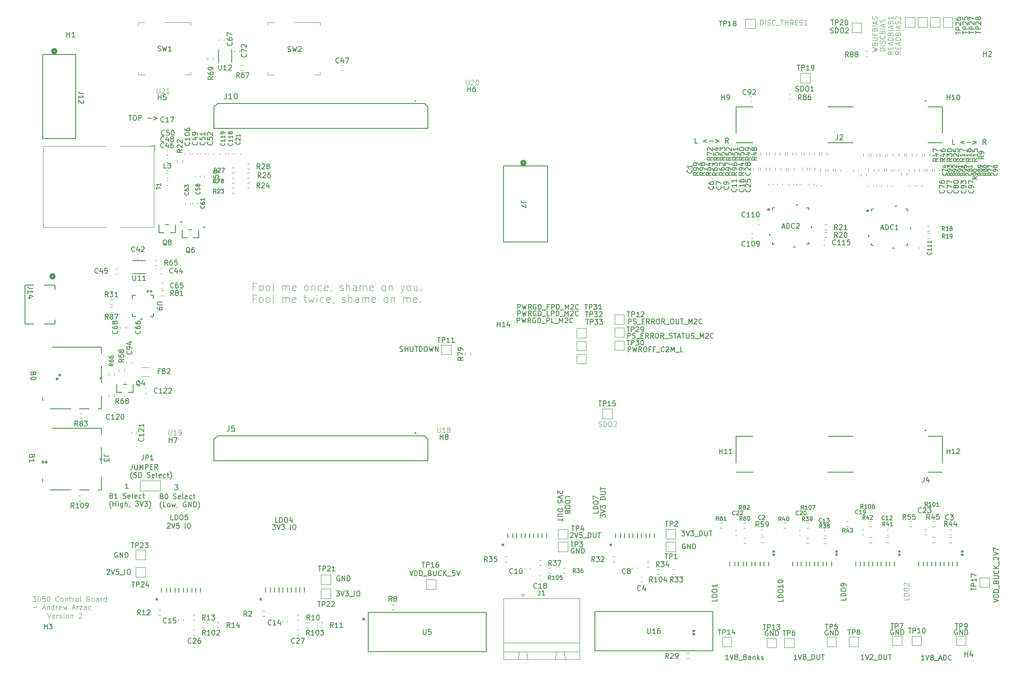
<source format=gto>
%TF.GenerationSoftware,KiCad,Pcbnew,9.0.2*%
%TF.CreationDate,2025-10-03T13:51:35-05:00*%
%TF.ProjectId,PSEC5_Ctrl_Board,50534543-355f-4437-9472-6c5f426f6172,rev?*%
%TF.SameCoordinates,Original*%
%TF.FileFunction,Legend,Top*%
%TF.FilePolarity,Positive*%
%FSLAX46Y46*%
G04 Gerber Fmt 4.6, Leading zero omitted, Abs format (unit mm)*
G04 Created by KiCad (PCBNEW 9.0.2) date 2025-10-03 13:51:35*
%MOMM*%
%LPD*%
G01*
G04 APERTURE LIST*
%ADD10C,0.150000*%
%ADD11C,0.100000*%
%ADD12C,0.120000*%
%ADD13C,0.152400*%
%ADD14C,0.508000*%
%ADD15C,0.000000*%
%ADD16C,0.200000*%
G04 APERTURE END LIST*
D10*
X249660588Y-161717438D02*
X249565350Y-161669819D01*
X249565350Y-161669819D02*
X249422493Y-161669819D01*
X249422493Y-161669819D02*
X249279636Y-161717438D01*
X249279636Y-161717438D02*
X249184398Y-161812676D01*
X249184398Y-161812676D02*
X249136779Y-161907914D01*
X249136779Y-161907914D02*
X249089160Y-162098390D01*
X249089160Y-162098390D02*
X249089160Y-162241247D01*
X249089160Y-162241247D02*
X249136779Y-162431723D01*
X249136779Y-162431723D02*
X249184398Y-162526961D01*
X249184398Y-162526961D02*
X249279636Y-162622200D01*
X249279636Y-162622200D02*
X249422493Y-162669819D01*
X249422493Y-162669819D02*
X249517731Y-162669819D01*
X249517731Y-162669819D02*
X249660588Y-162622200D01*
X249660588Y-162622200D02*
X249708207Y-162574580D01*
X249708207Y-162574580D02*
X249708207Y-162241247D01*
X249708207Y-162241247D02*
X249517731Y-162241247D01*
X250136779Y-162669819D02*
X250136779Y-161669819D01*
X250136779Y-161669819D02*
X250708207Y-162669819D01*
X250708207Y-162669819D02*
X250708207Y-161669819D01*
X251184398Y-162669819D02*
X251184398Y-161669819D01*
X251184398Y-161669819D02*
X251422493Y-161669819D01*
X251422493Y-161669819D02*
X251565350Y-161717438D01*
X251565350Y-161717438D02*
X251660588Y-161812676D01*
X251660588Y-161812676D02*
X251708207Y-161907914D01*
X251708207Y-161907914D02*
X251755826Y-162098390D01*
X251755826Y-162098390D02*
X251755826Y-162241247D01*
X251755826Y-162241247D02*
X251708207Y-162431723D01*
X251708207Y-162431723D02*
X251660588Y-162526961D01*
X251660588Y-162526961D02*
X251565350Y-162622200D01*
X251565350Y-162622200D02*
X251422493Y-162669819D01*
X251422493Y-162669819D02*
X251184398Y-162669819D01*
X183636779Y-103269819D02*
X183636779Y-102269819D01*
X183636779Y-102269819D02*
X184017731Y-102269819D01*
X184017731Y-102269819D02*
X184112969Y-102317438D01*
X184112969Y-102317438D02*
X184160588Y-102365057D01*
X184160588Y-102365057D02*
X184208207Y-102460295D01*
X184208207Y-102460295D02*
X184208207Y-102603152D01*
X184208207Y-102603152D02*
X184160588Y-102698390D01*
X184160588Y-102698390D02*
X184112969Y-102746009D01*
X184112969Y-102746009D02*
X184017731Y-102793628D01*
X184017731Y-102793628D02*
X183636779Y-102793628D01*
X184589160Y-103222200D02*
X184732017Y-103269819D01*
X184732017Y-103269819D02*
X184970112Y-103269819D01*
X184970112Y-103269819D02*
X185065350Y-103222200D01*
X185065350Y-103222200D02*
X185112969Y-103174580D01*
X185112969Y-103174580D02*
X185160588Y-103079342D01*
X185160588Y-103079342D02*
X185160588Y-102984104D01*
X185160588Y-102984104D02*
X185112969Y-102888866D01*
X185112969Y-102888866D02*
X185065350Y-102841247D01*
X185065350Y-102841247D02*
X184970112Y-102793628D01*
X184970112Y-102793628D02*
X184779636Y-102746009D01*
X184779636Y-102746009D02*
X184684398Y-102698390D01*
X184684398Y-102698390D02*
X184636779Y-102650771D01*
X184636779Y-102650771D02*
X184589160Y-102555533D01*
X184589160Y-102555533D02*
X184589160Y-102460295D01*
X184589160Y-102460295D02*
X184636779Y-102365057D01*
X184636779Y-102365057D02*
X184684398Y-102317438D01*
X184684398Y-102317438D02*
X184779636Y-102269819D01*
X184779636Y-102269819D02*
X185017731Y-102269819D01*
X185017731Y-102269819D02*
X185160588Y-102317438D01*
X185351065Y-103365057D02*
X186112969Y-103365057D01*
X186351065Y-102746009D02*
X186684398Y-102746009D01*
X186827255Y-103269819D02*
X186351065Y-103269819D01*
X186351065Y-103269819D02*
X186351065Y-102269819D01*
X186351065Y-102269819D02*
X186827255Y-102269819D01*
X187827255Y-103269819D02*
X187493922Y-102793628D01*
X187255827Y-103269819D02*
X187255827Y-102269819D01*
X187255827Y-102269819D02*
X187636779Y-102269819D01*
X187636779Y-102269819D02*
X187732017Y-102317438D01*
X187732017Y-102317438D02*
X187779636Y-102365057D01*
X187779636Y-102365057D02*
X187827255Y-102460295D01*
X187827255Y-102460295D02*
X187827255Y-102603152D01*
X187827255Y-102603152D02*
X187779636Y-102698390D01*
X187779636Y-102698390D02*
X187732017Y-102746009D01*
X187732017Y-102746009D02*
X187636779Y-102793628D01*
X187636779Y-102793628D02*
X187255827Y-102793628D01*
X188827255Y-103269819D02*
X188493922Y-102793628D01*
X188255827Y-103269819D02*
X188255827Y-102269819D01*
X188255827Y-102269819D02*
X188636779Y-102269819D01*
X188636779Y-102269819D02*
X188732017Y-102317438D01*
X188732017Y-102317438D02*
X188779636Y-102365057D01*
X188779636Y-102365057D02*
X188827255Y-102460295D01*
X188827255Y-102460295D02*
X188827255Y-102603152D01*
X188827255Y-102603152D02*
X188779636Y-102698390D01*
X188779636Y-102698390D02*
X188732017Y-102746009D01*
X188732017Y-102746009D02*
X188636779Y-102793628D01*
X188636779Y-102793628D02*
X188255827Y-102793628D01*
X189446303Y-102269819D02*
X189636779Y-102269819D01*
X189636779Y-102269819D02*
X189732017Y-102317438D01*
X189732017Y-102317438D02*
X189827255Y-102412676D01*
X189827255Y-102412676D02*
X189874874Y-102603152D01*
X189874874Y-102603152D02*
X189874874Y-102936485D01*
X189874874Y-102936485D02*
X189827255Y-103126961D01*
X189827255Y-103126961D02*
X189732017Y-103222200D01*
X189732017Y-103222200D02*
X189636779Y-103269819D01*
X189636779Y-103269819D02*
X189446303Y-103269819D01*
X189446303Y-103269819D02*
X189351065Y-103222200D01*
X189351065Y-103222200D02*
X189255827Y-103126961D01*
X189255827Y-103126961D02*
X189208208Y-102936485D01*
X189208208Y-102936485D02*
X189208208Y-102603152D01*
X189208208Y-102603152D02*
X189255827Y-102412676D01*
X189255827Y-102412676D02*
X189351065Y-102317438D01*
X189351065Y-102317438D02*
X189446303Y-102269819D01*
X190874874Y-103269819D02*
X190541541Y-102793628D01*
X190303446Y-103269819D02*
X190303446Y-102269819D01*
X190303446Y-102269819D02*
X190684398Y-102269819D01*
X190684398Y-102269819D02*
X190779636Y-102317438D01*
X190779636Y-102317438D02*
X190827255Y-102365057D01*
X190827255Y-102365057D02*
X190874874Y-102460295D01*
X190874874Y-102460295D02*
X190874874Y-102603152D01*
X190874874Y-102603152D02*
X190827255Y-102698390D01*
X190827255Y-102698390D02*
X190779636Y-102746009D01*
X190779636Y-102746009D02*
X190684398Y-102793628D01*
X190684398Y-102793628D02*
X190303446Y-102793628D01*
X191065351Y-103365057D02*
X191827255Y-103365057D01*
X192017732Y-103222200D02*
X192160589Y-103269819D01*
X192160589Y-103269819D02*
X192398684Y-103269819D01*
X192398684Y-103269819D02*
X192493922Y-103222200D01*
X192493922Y-103222200D02*
X192541541Y-103174580D01*
X192541541Y-103174580D02*
X192589160Y-103079342D01*
X192589160Y-103079342D02*
X192589160Y-102984104D01*
X192589160Y-102984104D02*
X192541541Y-102888866D01*
X192541541Y-102888866D02*
X192493922Y-102841247D01*
X192493922Y-102841247D02*
X192398684Y-102793628D01*
X192398684Y-102793628D02*
X192208208Y-102746009D01*
X192208208Y-102746009D02*
X192112970Y-102698390D01*
X192112970Y-102698390D02*
X192065351Y-102650771D01*
X192065351Y-102650771D02*
X192017732Y-102555533D01*
X192017732Y-102555533D02*
X192017732Y-102460295D01*
X192017732Y-102460295D02*
X192065351Y-102365057D01*
X192065351Y-102365057D02*
X192112970Y-102317438D01*
X192112970Y-102317438D02*
X192208208Y-102269819D01*
X192208208Y-102269819D02*
X192446303Y-102269819D01*
X192446303Y-102269819D02*
X192589160Y-102317438D01*
X192874875Y-102269819D02*
X193446303Y-102269819D01*
X193160589Y-103269819D02*
X193160589Y-102269819D01*
X193732018Y-102984104D02*
X194208208Y-102984104D01*
X193636780Y-103269819D02*
X193970113Y-102269819D01*
X193970113Y-102269819D02*
X194303446Y-103269819D01*
X194493923Y-102269819D02*
X195065351Y-102269819D01*
X194779637Y-103269819D02*
X194779637Y-102269819D01*
X195398685Y-102269819D02*
X195398685Y-103079342D01*
X195398685Y-103079342D02*
X195446304Y-103174580D01*
X195446304Y-103174580D02*
X195493923Y-103222200D01*
X195493923Y-103222200D02*
X195589161Y-103269819D01*
X195589161Y-103269819D02*
X195779637Y-103269819D01*
X195779637Y-103269819D02*
X195874875Y-103222200D01*
X195874875Y-103222200D02*
X195922494Y-103174580D01*
X195922494Y-103174580D02*
X195970113Y-103079342D01*
X195970113Y-103079342D02*
X195970113Y-102269819D01*
X196398685Y-103222200D02*
X196541542Y-103269819D01*
X196541542Y-103269819D02*
X196779637Y-103269819D01*
X196779637Y-103269819D02*
X196874875Y-103222200D01*
X196874875Y-103222200D02*
X196922494Y-103174580D01*
X196922494Y-103174580D02*
X196970113Y-103079342D01*
X196970113Y-103079342D02*
X196970113Y-102984104D01*
X196970113Y-102984104D02*
X196922494Y-102888866D01*
X196922494Y-102888866D02*
X196874875Y-102841247D01*
X196874875Y-102841247D02*
X196779637Y-102793628D01*
X196779637Y-102793628D02*
X196589161Y-102746009D01*
X196589161Y-102746009D02*
X196493923Y-102698390D01*
X196493923Y-102698390D02*
X196446304Y-102650771D01*
X196446304Y-102650771D02*
X196398685Y-102555533D01*
X196398685Y-102555533D02*
X196398685Y-102460295D01*
X196398685Y-102460295D02*
X196446304Y-102365057D01*
X196446304Y-102365057D02*
X196493923Y-102317438D01*
X196493923Y-102317438D02*
X196589161Y-102269819D01*
X196589161Y-102269819D02*
X196827256Y-102269819D01*
X196827256Y-102269819D02*
X196970113Y-102317438D01*
X197160590Y-103365057D02*
X197922494Y-103365057D01*
X198160590Y-103269819D02*
X198160590Y-102269819D01*
X198160590Y-102269819D02*
X198493923Y-102984104D01*
X198493923Y-102984104D02*
X198827256Y-102269819D01*
X198827256Y-102269819D02*
X198827256Y-103269819D01*
X199255828Y-102365057D02*
X199303447Y-102317438D01*
X199303447Y-102317438D02*
X199398685Y-102269819D01*
X199398685Y-102269819D02*
X199636780Y-102269819D01*
X199636780Y-102269819D02*
X199732018Y-102317438D01*
X199732018Y-102317438D02*
X199779637Y-102365057D01*
X199779637Y-102365057D02*
X199827256Y-102460295D01*
X199827256Y-102460295D02*
X199827256Y-102555533D01*
X199827256Y-102555533D02*
X199779637Y-102698390D01*
X199779637Y-102698390D02*
X199208209Y-103269819D01*
X199208209Y-103269819D02*
X199827256Y-103269819D01*
X200827256Y-103174580D02*
X200779637Y-103222200D01*
X200779637Y-103222200D02*
X200636780Y-103269819D01*
X200636780Y-103269819D02*
X200541542Y-103269819D01*
X200541542Y-103269819D02*
X200398685Y-103222200D01*
X200398685Y-103222200D02*
X200303447Y-103126961D01*
X200303447Y-103126961D02*
X200255828Y-103031723D01*
X200255828Y-103031723D02*
X200208209Y-102841247D01*
X200208209Y-102841247D02*
X200208209Y-102698390D01*
X200208209Y-102698390D02*
X200255828Y-102507914D01*
X200255828Y-102507914D02*
X200303447Y-102412676D01*
X200303447Y-102412676D02*
X200398685Y-102317438D01*
X200398685Y-102317438D02*
X200541542Y-102269819D01*
X200541542Y-102269819D02*
X200636780Y-102269819D01*
X200636780Y-102269819D02*
X200779637Y-102317438D01*
X200779637Y-102317438D02*
X200827256Y-102365057D01*
X243060588Y-167769819D02*
X242489160Y-167769819D01*
X242774874Y-167769819D02*
X242774874Y-166769819D01*
X242774874Y-166769819D02*
X242679636Y-166912676D01*
X242679636Y-166912676D02*
X242584398Y-167007914D01*
X242584398Y-167007914D02*
X242489160Y-167055533D01*
X243346303Y-166769819D02*
X243679636Y-167769819D01*
X243679636Y-167769819D02*
X244012969Y-166769819D01*
X244489160Y-167198390D02*
X244393922Y-167150771D01*
X244393922Y-167150771D02*
X244346303Y-167103152D01*
X244346303Y-167103152D02*
X244298684Y-167007914D01*
X244298684Y-167007914D02*
X244298684Y-166960295D01*
X244298684Y-166960295D02*
X244346303Y-166865057D01*
X244346303Y-166865057D02*
X244393922Y-166817438D01*
X244393922Y-166817438D02*
X244489160Y-166769819D01*
X244489160Y-166769819D02*
X244679636Y-166769819D01*
X244679636Y-166769819D02*
X244774874Y-166817438D01*
X244774874Y-166817438D02*
X244822493Y-166865057D01*
X244822493Y-166865057D02*
X244870112Y-166960295D01*
X244870112Y-166960295D02*
X244870112Y-167007914D01*
X244870112Y-167007914D02*
X244822493Y-167103152D01*
X244822493Y-167103152D02*
X244774874Y-167150771D01*
X244774874Y-167150771D02*
X244679636Y-167198390D01*
X244679636Y-167198390D02*
X244489160Y-167198390D01*
X244489160Y-167198390D02*
X244393922Y-167246009D01*
X244393922Y-167246009D02*
X244346303Y-167293628D01*
X244346303Y-167293628D02*
X244298684Y-167388866D01*
X244298684Y-167388866D02*
X244298684Y-167579342D01*
X244298684Y-167579342D02*
X244346303Y-167674580D01*
X244346303Y-167674580D02*
X244393922Y-167722200D01*
X244393922Y-167722200D02*
X244489160Y-167769819D01*
X244489160Y-167769819D02*
X244679636Y-167769819D01*
X244679636Y-167769819D02*
X244774874Y-167722200D01*
X244774874Y-167722200D02*
X244822493Y-167674580D01*
X244822493Y-167674580D02*
X244870112Y-167579342D01*
X244870112Y-167579342D02*
X244870112Y-167388866D01*
X244870112Y-167388866D02*
X244822493Y-167293628D01*
X244822493Y-167293628D02*
X244774874Y-167246009D01*
X244774874Y-167246009D02*
X244679636Y-167198390D01*
X245060589Y-167865057D02*
X245822493Y-167865057D01*
X246012970Y-167484104D02*
X246489160Y-167484104D01*
X245917732Y-167769819D02*
X246251065Y-166769819D01*
X246251065Y-166769819D02*
X246584398Y-167769819D01*
X246917732Y-167769819D02*
X246917732Y-166769819D01*
X246917732Y-166769819D02*
X247155827Y-166769819D01*
X247155827Y-166769819D02*
X247298684Y-166817438D01*
X247298684Y-166817438D02*
X247393922Y-166912676D01*
X247393922Y-166912676D02*
X247441541Y-167007914D01*
X247441541Y-167007914D02*
X247489160Y-167198390D01*
X247489160Y-167198390D02*
X247489160Y-167341247D01*
X247489160Y-167341247D02*
X247441541Y-167531723D01*
X247441541Y-167531723D02*
X247393922Y-167626961D01*
X247393922Y-167626961D02*
X247298684Y-167722200D01*
X247298684Y-167722200D02*
X247155827Y-167769819D01*
X247155827Y-167769819D02*
X246917732Y-167769819D01*
X248489160Y-167674580D02*
X248441541Y-167722200D01*
X248441541Y-167722200D02*
X248298684Y-167769819D01*
X248298684Y-167769819D02*
X248203446Y-167769819D01*
X248203446Y-167769819D02*
X248060589Y-167722200D01*
X248060589Y-167722200D02*
X247965351Y-167626961D01*
X247965351Y-167626961D02*
X247917732Y-167531723D01*
X247917732Y-167531723D02*
X247870113Y-167341247D01*
X247870113Y-167341247D02*
X247870113Y-167198390D01*
X247870113Y-167198390D02*
X247917732Y-167007914D01*
X247917732Y-167007914D02*
X247965351Y-166912676D01*
X247965351Y-166912676D02*
X248060589Y-166817438D01*
X248060589Y-166817438D02*
X248203446Y-166769819D01*
X248203446Y-166769819D02*
X248298684Y-166769819D01*
X248298684Y-166769819D02*
X248441541Y-166817438D01*
X248441541Y-166817438D02*
X248489160Y-166865057D01*
X81505588Y-146237438D02*
X81410350Y-146189819D01*
X81410350Y-146189819D02*
X81267493Y-146189819D01*
X81267493Y-146189819D02*
X81124636Y-146237438D01*
X81124636Y-146237438D02*
X81029398Y-146332676D01*
X81029398Y-146332676D02*
X80981779Y-146427914D01*
X80981779Y-146427914D02*
X80934160Y-146618390D01*
X80934160Y-146618390D02*
X80934160Y-146761247D01*
X80934160Y-146761247D02*
X80981779Y-146951723D01*
X80981779Y-146951723D02*
X81029398Y-147046961D01*
X81029398Y-147046961D02*
X81124636Y-147142200D01*
X81124636Y-147142200D02*
X81267493Y-147189819D01*
X81267493Y-147189819D02*
X81362731Y-147189819D01*
X81362731Y-147189819D02*
X81505588Y-147142200D01*
X81505588Y-147142200D02*
X81553207Y-147094580D01*
X81553207Y-147094580D02*
X81553207Y-146761247D01*
X81553207Y-146761247D02*
X81362731Y-146761247D01*
X81981779Y-147189819D02*
X81981779Y-146189819D01*
X81981779Y-146189819D02*
X82553207Y-147189819D01*
X82553207Y-147189819D02*
X82553207Y-146189819D01*
X83029398Y-147189819D02*
X83029398Y-146189819D01*
X83029398Y-146189819D02*
X83267493Y-146189819D01*
X83267493Y-146189819D02*
X83410350Y-146237438D01*
X83410350Y-146237438D02*
X83505588Y-146332676D01*
X83505588Y-146332676D02*
X83553207Y-146427914D01*
X83553207Y-146427914D02*
X83600826Y-146618390D01*
X83600826Y-146618390D02*
X83600826Y-146761247D01*
X83600826Y-146761247D02*
X83553207Y-146951723D01*
X83553207Y-146951723D02*
X83505588Y-147046961D01*
X83505588Y-147046961D02*
X83410350Y-147142200D01*
X83410350Y-147142200D02*
X83267493Y-147189819D01*
X83267493Y-147189819D02*
X83029398Y-147189819D01*
D11*
X67471027Y-158384419D02*
X67804360Y-159384419D01*
X67804360Y-159384419D02*
X68137693Y-158384419D01*
X68851979Y-159336800D02*
X68756741Y-159384419D01*
X68756741Y-159384419D02*
X68566265Y-159384419D01*
X68566265Y-159384419D02*
X68471027Y-159336800D01*
X68471027Y-159336800D02*
X68423408Y-159241561D01*
X68423408Y-159241561D02*
X68423408Y-158860609D01*
X68423408Y-158860609D02*
X68471027Y-158765371D01*
X68471027Y-158765371D02*
X68566265Y-158717752D01*
X68566265Y-158717752D02*
X68756741Y-158717752D01*
X68756741Y-158717752D02*
X68851979Y-158765371D01*
X68851979Y-158765371D02*
X68899598Y-158860609D01*
X68899598Y-158860609D02*
X68899598Y-158955847D01*
X68899598Y-158955847D02*
X68423408Y-159051085D01*
X69328170Y-159384419D02*
X69328170Y-158717752D01*
X69328170Y-158908228D02*
X69375789Y-158812990D01*
X69375789Y-158812990D02*
X69423408Y-158765371D01*
X69423408Y-158765371D02*
X69518646Y-158717752D01*
X69518646Y-158717752D02*
X69613884Y-158717752D01*
X69899599Y-159336800D02*
X69994837Y-159384419D01*
X69994837Y-159384419D02*
X70185313Y-159384419D01*
X70185313Y-159384419D02*
X70280551Y-159336800D01*
X70280551Y-159336800D02*
X70328170Y-159241561D01*
X70328170Y-159241561D02*
X70328170Y-159193942D01*
X70328170Y-159193942D02*
X70280551Y-159098704D01*
X70280551Y-159098704D02*
X70185313Y-159051085D01*
X70185313Y-159051085D02*
X70042456Y-159051085D01*
X70042456Y-159051085D02*
X69947218Y-159003466D01*
X69947218Y-159003466D02*
X69899599Y-158908228D01*
X69899599Y-158908228D02*
X69899599Y-158860609D01*
X69899599Y-158860609D02*
X69947218Y-158765371D01*
X69947218Y-158765371D02*
X70042456Y-158717752D01*
X70042456Y-158717752D02*
X70185313Y-158717752D01*
X70185313Y-158717752D02*
X70280551Y-158765371D01*
X70756742Y-159384419D02*
X70756742Y-158717752D01*
X70756742Y-158384419D02*
X70709123Y-158432038D01*
X70709123Y-158432038D02*
X70756742Y-158479657D01*
X70756742Y-158479657D02*
X70804361Y-158432038D01*
X70804361Y-158432038D02*
X70756742Y-158384419D01*
X70756742Y-158384419D02*
X70756742Y-158479657D01*
X71375789Y-159384419D02*
X71280551Y-159336800D01*
X71280551Y-159336800D02*
X71232932Y-159289180D01*
X71232932Y-159289180D02*
X71185313Y-159193942D01*
X71185313Y-159193942D02*
X71185313Y-158908228D01*
X71185313Y-158908228D02*
X71232932Y-158812990D01*
X71232932Y-158812990D02*
X71280551Y-158765371D01*
X71280551Y-158765371D02*
X71375789Y-158717752D01*
X71375789Y-158717752D02*
X71518646Y-158717752D01*
X71518646Y-158717752D02*
X71613884Y-158765371D01*
X71613884Y-158765371D02*
X71661503Y-158812990D01*
X71661503Y-158812990D02*
X71709122Y-158908228D01*
X71709122Y-158908228D02*
X71709122Y-159193942D01*
X71709122Y-159193942D02*
X71661503Y-159289180D01*
X71661503Y-159289180D02*
X71613884Y-159336800D01*
X71613884Y-159336800D02*
X71518646Y-159384419D01*
X71518646Y-159384419D02*
X71375789Y-159384419D01*
X72137694Y-158717752D02*
X72137694Y-159384419D01*
X72137694Y-158812990D02*
X72185313Y-158765371D01*
X72185313Y-158765371D02*
X72280551Y-158717752D01*
X72280551Y-158717752D02*
X72423408Y-158717752D01*
X72423408Y-158717752D02*
X72518646Y-158765371D01*
X72518646Y-158765371D02*
X72566265Y-158860609D01*
X72566265Y-158860609D02*
X72566265Y-159384419D01*
X73756742Y-158479657D02*
X73804361Y-158432038D01*
X73804361Y-158432038D02*
X73899599Y-158384419D01*
X73899599Y-158384419D02*
X74137694Y-158384419D01*
X74137694Y-158384419D02*
X74232932Y-158432038D01*
X74232932Y-158432038D02*
X74280551Y-158479657D01*
X74280551Y-158479657D02*
X74328170Y-158574895D01*
X74328170Y-158574895D02*
X74328170Y-158670133D01*
X74328170Y-158670133D02*
X74280551Y-158812990D01*
X74280551Y-158812990D02*
X73709123Y-159384419D01*
X73709123Y-159384419D02*
X74328170Y-159384419D01*
X177856265Y-120924800D02*
X177999122Y-120972419D01*
X177999122Y-120972419D02*
X178237217Y-120972419D01*
X178237217Y-120972419D02*
X178332455Y-120924800D01*
X178332455Y-120924800D02*
X178380074Y-120877180D01*
X178380074Y-120877180D02*
X178427693Y-120781942D01*
X178427693Y-120781942D02*
X178427693Y-120686704D01*
X178427693Y-120686704D02*
X178380074Y-120591466D01*
X178380074Y-120591466D02*
X178332455Y-120543847D01*
X178332455Y-120543847D02*
X178237217Y-120496228D01*
X178237217Y-120496228D02*
X178046741Y-120448609D01*
X178046741Y-120448609D02*
X177951503Y-120400990D01*
X177951503Y-120400990D02*
X177903884Y-120353371D01*
X177903884Y-120353371D02*
X177856265Y-120258133D01*
X177856265Y-120258133D02*
X177856265Y-120162895D01*
X177856265Y-120162895D02*
X177903884Y-120067657D01*
X177903884Y-120067657D02*
X177951503Y-120020038D01*
X177951503Y-120020038D02*
X178046741Y-119972419D01*
X178046741Y-119972419D02*
X178284836Y-119972419D01*
X178284836Y-119972419D02*
X178427693Y-120020038D01*
X178856265Y-120972419D02*
X178856265Y-119972419D01*
X178856265Y-119972419D02*
X179094360Y-119972419D01*
X179094360Y-119972419D02*
X179237217Y-120020038D01*
X179237217Y-120020038D02*
X179332455Y-120115276D01*
X179332455Y-120115276D02*
X179380074Y-120210514D01*
X179380074Y-120210514D02*
X179427693Y-120400990D01*
X179427693Y-120400990D02*
X179427693Y-120543847D01*
X179427693Y-120543847D02*
X179380074Y-120734323D01*
X179380074Y-120734323D02*
X179332455Y-120829561D01*
X179332455Y-120829561D02*
X179237217Y-120924800D01*
X179237217Y-120924800D02*
X179094360Y-120972419D01*
X179094360Y-120972419D02*
X178856265Y-120972419D01*
X180046741Y-119972419D02*
X180237217Y-119972419D01*
X180237217Y-119972419D02*
X180332455Y-120020038D01*
X180332455Y-120020038D02*
X180427693Y-120115276D01*
X180427693Y-120115276D02*
X180475312Y-120305752D01*
X180475312Y-120305752D02*
X180475312Y-120639085D01*
X180475312Y-120639085D02*
X180427693Y-120829561D01*
X180427693Y-120829561D02*
X180332455Y-120924800D01*
X180332455Y-120924800D02*
X180237217Y-120972419D01*
X180237217Y-120972419D02*
X180046741Y-120972419D01*
X180046741Y-120972419D02*
X179951503Y-120924800D01*
X179951503Y-120924800D02*
X179856265Y-120829561D01*
X179856265Y-120829561D02*
X179808646Y-120639085D01*
X179808646Y-120639085D02*
X179808646Y-120305752D01*
X179808646Y-120305752D02*
X179856265Y-120115276D01*
X179856265Y-120115276D02*
X179951503Y-120020038D01*
X179951503Y-120020038D02*
X180046741Y-119972419D01*
X180856265Y-120067657D02*
X180903884Y-120020038D01*
X180903884Y-120020038D02*
X180999122Y-119972419D01*
X180999122Y-119972419D02*
X181237217Y-119972419D01*
X181237217Y-119972419D02*
X181332455Y-120020038D01*
X181332455Y-120020038D02*
X181380074Y-120067657D01*
X181380074Y-120067657D02*
X181427693Y-120162895D01*
X181427693Y-120162895D02*
X181427693Y-120258133D01*
X181427693Y-120258133D02*
X181380074Y-120400990D01*
X181380074Y-120400990D02*
X180808646Y-120972419D01*
X180808646Y-120972419D02*
X181427693Y-120972419D01*
X109126931Y-92876598D02*
X108626931Y-92876598D01*
X108626931Y-93662312D02*
X108626931Y-92162312D01*
X108626931Y-92162312D02*
X109341217Y-92162312D01*
X110126931Y-93662312D02*
X109984074Y-93590884D01*
X109984074Y-93590884D02*
X109912645Y-93519455D01*
X109912645Y-93519455D02*
X109841217Y-93376598D01*
X109841217Y-93376598D02*
X109841217Y-92948026D01*
X109841217Y-92948026D02*
X109912645Y-92805169D01*
X109912645Y-92805169D02*
X109984074Y-92733741D01*
X109984074Y-92733741D02*
X110126931Y-92662312D01*
X110126931Y-92662312D02*
X110341217Y-92662312D01*
X110341217Y-92662312D02*
X110484074Y-92733741D01*
X110484074Y-92733741D02*
X110555503Y-92805169D01*
X110555503Y-92805169D02*
X110626931Y-92948026D01*
X110626931Y-92948026D02*
X110626931Y-93376598D01*
X110626931Y-93376598D02*
X110555503Y-93519455D01*
X110555503Y-93519455D02*
X110484074Y-93590884D01*
X110484074Y-93590884D02*
X110341217Y-93662312D01*
X110341217Y-93662312D02*
X110126931Y-93662312D01*
X111484074Y-93662312D02*
X111341217Y-93590884D01*
X111341217Y-93590884D02*
X111269788Y-93519455D01*
X111269788Y-93519455D02*
X111198360Y-93376598D01*
X111198360Y-93376598D02*
X111198360Y-92948026D01*
X111198360Y-92948026D02*
X111269788Y-92805169D01*
X111269788Y-92805169D02*
X111341217Y-92733741D01*
X111341217Y-92733741D02*
X111484074Y-92662312D01*
X111484074Y-92662312D02*
X111698360Y-92662312D01*
X111698360Y-92662312D02*
X111841217Y-92733741D01*
X111841217Y-92733741D02*
X111912646Y-92805169D01*
X111912646Y-92805169D02*
X111984074Y-92948026D01*
X111984074Y-92948026D02*
X111984074Y-93376598D01*
X111984074Y-93376598D02*
X111912646Y-93519455D01*
X111912646Y-93519455D02*
X111841217Y-93590884D01*
X111841217Y-93590884D02*
X111698360Y-93662312D01*
X111698360Y-93662312D02*
X111484074Y-93662312D01*
X112841217Y-93662312D02*
X112698360Y-93590884D01*
X112698360Y-93590884D02*
X112626931Y-93448026D01*
X112626931Y-93448026D02*
X112626931Y-92162312D01*
X114555502Y-93662312D02*
X114555502Y-92662312D01*
X114555502Y-92805169D02*
X114626931Y-92733741D01*
X114626931Y-92733741D02*
X114769788Y-92662312D01*
X114769788Y-92662312D02*
X114984074Y-92662312D01*
X114984074Y-92662312D02*
X115126931Y-92733741D01*
X115126931Y-92733741D02*
X115198360Y-92876598D01*
X115198360Y-92876598D02*
X115198360Y-93662312D01*
X115198360Y-92876598D02*
X115269788Y-92733741D01*
X115269788Y-92733741D02*
X115412645Y-92662312D01*
X115412645Y-92662312D02*
X115626931Y-92662312D01*
X115626931Y-92662312D02*
X115769788Y-92733741D01*
X115769788Y-92733741D02*
X115841217Y-92876598D01*
X115841217Y-92876598D02*
X115841217Y-93662312D01*
X117126931Y-93590884D02*
X116984074Y-93662312D01*
X116984074Y-93662312D02*
X116698360Y-93662312D01*
X116698360Y-93662312D02*
X116555502Y-93590884D01*
X116555502Y-93590884D02*
X116484074Y-93448026D01*
X116484074Y-93448026D02*
X116484074Y-92876598D01*
X116484074Y-92876598D02*
X116555502Y-92733741D01*
X116555502Y-92733741D02*
X116698360Y-92662312D01*
X116698360Y-92662312D02*
X116984074Y-92662312D01*
X116984074Y-92662312D02*
X117126931Y-92733741D01*
X117126931Y-92733741D02*
X117198360Y-92876598D01*
X117198360Y-92876598D02*
X117198360Y-93019455D01*
X117198360Y-93019455D02*
X116484074Y-93162312D01*
X119198359Y-93662312D02*
X119055502Y-93590884D01*
X119055502Y-93590884D02*
X118984073Y-93519455D01*
X118984073Y-93519455D02*
X118912645Y-93376598D01*
X118912645Y-93376598D02*
X118912645Y-92948026D01*
X118912645Y-92948026D02*
X118984073Y-92805169D01*
X118984073Y-92805169D02*
X119055502Y-92733741D01*
X119055502Y-92733741D02*
X119198359Y-92662312D01*
X119198359Y-92662312D02*
X119412645Y-92662312D01*
X119412645Y-92662312D02*
X119555502Y-92733741D01*
X119555502Y-92733741D02*
X119626931Y-92805169D01*
X119626931Y-92805169D02*
X119698359Y-92948026D01*
X119698359Y-92948026D02*
X119698359Y-93376598D01*
X119698359Y-93376598D02*
X119626931Y-93519455D01*
X119626931Y-93519455D02*
X119555502Y-93590884D01*
X119555502Y-93590884D02*
X119412645Y-93662312D01*
X119412645Y-93662312D02*
X119198359Y-93662312D01*
X120341216Y-92662312D02*
X120341216Y-93662312D01*
X120341216Y-92805169D02*
X120412645Y-92733741D01*
X120412645Y-92733741D02*
X120555502Y-92662312D01*
X120555502Y-92662312D02*
X120769788Y-92662312D01*
X120769788Y-92662312D02*
X120912645Y-92733741D01*
X120912645Y-92733741D02*
X120984074Y-92876598D01*
X120984074Y-92876598D02*
X120984074Y-93662312D01*
X122341217Y-93590884D02*
X122198359Y-93662312D01*
X122198359Y-93662312D02*
X121912645Y-93662312D01*
X121912645Y-93662312D02*
X121769788Y-93590884D01*
X121769788Y-93590884D02*
X121698359Y-93519455D01*
X121698359Y-93519455D02*
X121626931Y-93376598D01*
X121626931Y-93376598D02*
X121626931Y-92948026D01*
X121626931Y-92948026D02*
X121698359Y-92805169D01*
X121698359Y-92805169D02*
X121769788Y-92733741D01*
X121769788Y-92733741D02*
X121912645Y-92662312D01*
X121912645Y-92662312D02*
X122198359Y-92662312D01*
X122198359Y-92662312D02*
X122341217Y-92733741D01*
X123555502Y-93590884D02*
X123412645Y-93662312D01*
X123412645Y-93662312D02*
X123126931Y-93662312D01*
X123126931Y-93662312D02*
X122984073Y-93590884D01*
X122984073Y-93590884D02*
X122912645Y-93448026D01*
X122912645Y-93448026D02*
X122912645Y-92876598D01*
X122912645Y-92876598D02*
X122984073Y-92733741D01*
X122984073Y-92733741D02*
X123126931Y-92662312D01*
X123126931Y-92662312D02*
X123412645Y-92662312D01*
X123412645Y-92662312D02*
X123555502Y-92733741D01*
X123555502Y-92733741D02*
X123626931Y-92876598D01*
X123626931Y-92876598D02*
X123626931Y-93019455D01*
X123626931Y-93019455D02*
X122912645Y-93162312D01*
X124341216Y-93590884D02*
X124341216Y-93662312D01*
X124341216Y-93662312D02*
X124269787Y-93805169D01*
X124269787Y-93805169D02*
X124198359Y-93876598D01*
X126055502Y-93590884D02*
X126198359Y-93662312D01*
X126198359Y-93662312D02*
X126484073Y-93662312D01*
X126484073Y-93662312D02*
X126626930Y-93590884D01*
X126626930Y-93590884D02*
X126698359Y-93448026D01*
X126698359Y-93448026D02*
X126698359Y-93376598D01*
X126698359Y-93376598D02*
X126626930Y-93233741D01*
X126626930Y-93233741D02*
X126484073Y-93162312D01*
X126484073Y-93162312D02*
X126269788Y-93162312D01*
X126269788Y-93162312D02*
X126126930Y-93090884D01*
X126126930Y-93090884D02*
X126055502Y-92948026D01*
X126055502Y-92948026D02*
X126055502Y-92876598D01*
X126055502Y-92876598D02*
X126126930Y-92733741D01*
X126126930Y-92733741D02*
X126269788Y-92662312D01*
X126269788Y-92662312D02*
X126484073Y-92662312D01*
X126484073Y-92662312D02*
X126626930Y-92733741D01*
X127341216Y-93662312D02*
X127341216Y-92162312D01*
X127984074Y-93662312D02*
X127984074Y-92876598D01*
X127984074Y-92876598D02*
X127912645Y-92733741D01*
X127912645Y-92733741D02*
X127769788Y-92662312D01*
X127769788Y-92662312D02*
X127555502Y-92662312D01*
X127555502Y-92662312D02*
X127412645Y-92733741D01*
X127412645Y-92733741D02*
X127341216Y-92805169D01*
X129341217Y-93662312D02*
X129341217Y-92876598D01*
X129341217Y-92876598D02*
X129269788Y-92733741D01*
X129269788Y-92733741D02*
X129126931Y-92662312D01*
X129126931Y-92662312D02*
X128841217Y-92662312D01*
X128841217Y-92662312D02*
X128698359Y-92733741D01*
X129341217Y-93590884D02*
X129198359Y-93662312D01*
X129198359Y-93662312D02*
X128841217Y-93662312D01*
X128841217Y-93662312D02*
X128698359Y-93590884D01*
X128698359Y-93590884D02*
X128626931Y-93448026D01*
X128626931Y-93448026D02*
X128626931Y-93305169D01*
X128626931Y-93305169D02*
X128698359Y-93162312D01*
X128698359Y-93162312D02*
X128841217Y-93090884D01*
X128841217Y-93090884D02*
X129198359Y-93090884D01*
X129198359Y-93090884D02*
X129341217Y-93019455D01*
X130055502Y-93662312D02*
X130055502Y-92662312D01*
X130055502Y-92805169D02*
X130126931Y-92733741D01*
X130126931Y-92733741D02*
X130269788Y-92662312D01*
X130269788Y-92662312D02*
X130484074Y-92662312D01*
X130484074Y-92662312D02*
X130626931Y-92733741D01*
X130626931Y-92733741D02*
X130698360Y-92876598D01*
X130698360Y-92876598D02*
X130698360Y-93662312D01*
X130698360Y-92876598D02*
X130769788Y-92733741D01*
X130769788Y-92733741D02*
X130912645Y-92662312D01*
X130912645Y-92662312D02*
X131126931Y-92662312D01*
X131126931Y-92662312D02*
X131269788Y-92733741D01*
X131269788Y-92733741D02*
X131341217Y-92876598D01*
X131341217Y-92876598D02*
X131341217Y-93662312D01*
X132626931Y-93590884D02*
X132484074Y-93662312D01*
X132484074Y-93662312D02*
X132198360Y-93662312D01*
X132198360Y-93662312D02*
X132055502Y-93590884D01*
X132055502Y-93590884D02*
X131984074Y-93448026D01*
X131984074Y-93448026D02*
X131984074Y-92876598D01*
X131984074Y-92876598D02*
X132055502Y-92733741D01*
X132055502Y-92733741D02*
X132198360Y-92662312D01*
X132198360Y-92662312D02*
X132484074Y-92662312D01*
X132484074Y-92662312D02*
X132626931Y-92733741D01*
X132626931Y-92733741D02*
X132698360Y-92876598D01*
X132698360Y-92876598D02*
X132698360Y-93019455D01*
X132698360Y-93019455D02*
X131984074Y-93162312D01*
X134698359Y-93662312D02*
X134555502Y-93590884D01*
X134555502Y-93590884D02*
X134484073Y-93519455D01*
X134484073Y-93519455D02*
X134412645Y-93376598D01*
X134412645Y-93376598D02*
X134412645Y-92948026D01*
X134412645Y-92948026D02*
X134484073Y-92805169D01*
X134484073Y-92805169D02*
X134555502Y-92733741D01*
X134555502Y-92733741D02*
X134698359Y-92662312D01*
X134698359Y-92662312D02*
X134912645Y-92662312D01*
X134912645Y-92662312D02*
X135055502Y-92733741D01*
X135055502Y-92733741D02*
X135126931Y-92805169D01*
X135126931Y-92805169D02*
X135198359Y-92948026D01*
X135198359Y-92948026D02*
X135198359Y-93376598D01*
X135198359Y-93376598D02*
X135126931Y-93519455D01*
X135126931Y-93519455D02*
X135055502Y-93590884D01*
X135055502Y-93590884D02*
X134912645Y-93662312D01*
X134912645Y-93662312D02*
X134698359Y-93662312D01*
X135841216Y-92662312D02*
X135841216Y-93662312D01*
X135841216Y-92805169D02*
X135912645Y-92733741D01*
X135912645Y-92733741D02*
X136055502Y-92662312D01*
X136055502Y-92662312D02*
X136269788Y-92662312D01*
X136269788Y-92662312D02*
X136412645Y-92733741D01*
X136412645Y-92733741D02*
X136484074Y-92876598D01*
X136484074Y-92876598D02*
X136484074Y-93662312D01*
X138198359Y-92662312D02*
X138555502Y-93662312D01*
X138912645Y-92662312D02*
X138555502Y-93662312D01*
X138555502Y-93662312D02*
X138412645Y-94019455D01*
X138412645Y-94019455D02*
X138341216Y-94090884D01*
X138341216Y-94090884D02*
X138198359Y-94162312D01*
X139698359Y-93662312D02*
X139555502Y-93590884D01*
X139555502Y-93590884D02*
X139484073Y-93519455D01*
X139484073Y-93519455D02*
X139412645Y-93376598D01*
X139412645Y-93376598D02*
X139412645Y-92948026D01*
X139412645Y-92948026D02*
X139484073Y-92805169D01*
X139484073Y-92805169D02*
X139555502Y-92733741D01*
X139555502Y-92733741D02*
X139698359Y-92662312D01*
X139698359Y-92662312D02*
X139912645Y-92662312D01*
X139912645Y-92662312D02*
X140055502Y-92733741D01*
X140055502Y-92733741D02*
X140126931Y-92805169D01*
X140126931Y-92805169D02*
X140198359Y-92948026D01*
X140198359Y-92948026D02*
X140198359Y-93376598D01*
X140198359Y-93376598D02*
X140126931Y-93519455D01*
X140126931Y-93519455D02*
X140055502Y-93590884D01*
X140055502Y-93590884D02*
X139912645Y-93662312D01*
X139912645Y-93662312D02*
X139698359Y-93662312D01*
X141484074Y-92662312D02*
X141484074Y-93662312D01*
X140841216Y-92662312D02*
X140841216Y-93448026D01*
X140841216Y-93448026D02*
X140912645Y-93590884D01*
X140912645Y-93590884D02*
X141055502Y-93662312D01*
X141055502Y-93662312D02*
X141269788Y-93662312D01*
X141269788Y-93662312D02*
X141412645Y-93590884D01*
X141412645Y-93590884D02*
X141484074Y-93519455D01*
X142198359Y-93519455D02*
X142269788Y-93590884D01*
X142269788Y-93590884D02*
X142198359Y-93662312D01*
X142198359Y-93662312D02*
X142126931Y-93590884D01*
X142126931Y-93590884D02*
X142198359Y-93519455D01*
X142198359Y-93519455D02*
X142198359Y-93662312D01*
X109126931Y-95291514D02*
X108626931Y-95291514D01*
X108626931Y-96077228D02*
X108626931Y-94577228D01*
X108626931Y-94577228D02*
X109341217Y-94577228D01*
X110126931Y-96077228D02*
X109984074Y-96005800D01*
X109984074Y-96005800D02*
X109912645Y-95934371D01*
X109912645Y-95934371D02*
X109841217Y-95791514D01*
X109841217Y-95791514D02*
X109841217Y-95362942D01*
X109841217Y-95362942D02*
X109912645Y-95220085D01*
X109912645Y-95220085D02*
X109984074Y-95148657D01*
X109984074Y-95148657D02*
X110126931Y-95077228D01*
X110126931Y-95077228D02*
X110341217Y-95077228D01*
X110341217Y-95077228D02*
X110484074Y-95148657D01*
X110484074Y-95148657D02*
X110555503Y-95220085D01*
X110555503Y-95220085D02*
X110626931Y-95362942D01*
X110626931Y-95362942D02*
X110626931Y-95791514D01*
X110626931Y-95791514D02*
X110555503Y-95934371D01*
X110555503Y-95934371D02*
X110484074Y-96005800D01*
X110484074Y-96005800D02*
X110341217Y-96077228D01*
X110341217Y-96077228D02*
X110126931Y-96077228D01*
X111484074Y-96077228D02*
X111341217Y-96005800D01*
X111341217Y-96005800D02*
X111269788Y-95934371D01*
X111269788Y-95934371D02*
X111198360Y-95791514D01*
X111198360Y-95791514D02*
X111198360Y-95362942D01*
X111198360Y-95362942D02*
X111269788Y-95220085D01*
X111269788Y-95220085D02*
X111341217Y-95148657D01*
X111341217Y-95148657D02*
X111484074Y-95077228D01*
X111484074Y-95077228D02*
X111698360Y-95077228D01*
X111698360Y-95077228D02*
X111841217Y-95148657D01*
X111841217Y-95148657D02*
X111912646Y-95220085D01*
X111912646Y-95220085D02*
X111984074Y-95362942D01*
X111984074Y-95362942D02*
X111984074Y-95791514D01*
X111984074Y-95791514D02*
X111912646Y-95934371D01*
X111912646Y-95934371D02*
X111841217Y-96005800D01*
X111841217Y-96005800D02*
X111698360Y-96077228D01*
X111698360Y-96077228D02*
X111484074Y-96077228D01*
X112841217Y-96077228D02*
X112698360Y-96005800D01*
X112698360Y-96005800D02*
X112626931Y-95862942D01*
X112626931Y-95862942D02*
X112626931Y-94577228D01*
X114555502Y-96077228D02*
X114555502Y-95077228D01*
X114555502Y-95220085D02*
X114626931Y-95148657D01*
X114626931Y-95148657D02*
X114769788Y-95077228D01*
X114769788Y-95077228D02*
X114984074Y-95077228D01*
X114984074Y-95077228D02*
X115126931Y-95148657D01*
X115126931Y-95148657D02*
X115198360Y-95291514D01*
X115198360Y-95291514D02*
X115198360Y-96077228D01*
X115198360Y-95291514D02*
X115269788Y-95148657D01*
X115269788Y-95148657D02*
X115412645Y-95077228D01*
X115412645Y-95077228D02*
X115626931Y-95077228D01*
X115626931Y-95077228D02*
X115769788Y-95148657D01*
X115769788Y-95148657D02*
X115841217Y-95291514D01*
X115841217Y-95291514D02*
X115841217Y-96077228D01*
X117126931Y-96005800D02*
X116984074Y-96077228D01*
X116984074Y-96077228D02*
X116698360Y-96077228D01*
X116698360Y-96077228D02*
X116555502Y-96005800D01*
X116555502Y-96005800D02*
X116484074Y-95862942D01*
X116484074Y-95862942D02*
X116484074Y-95291514D01*
X116484074Y-95291514D02*
X116555502Y-95148657D01*
X116555502Y-95148657D02*
X116698360Y-95077228D01*
X116698360Y-95077228D02*
X116984074Y-95077228D01*
X116984074Y-95077228D02*
X117126931Y-95148657D01*
X117126931Y-95148657D02*
X117198360Y-95291514D01*
X117198360Y-95291514D02*
X117198360Y-95434371D01*
X117198360Y-95434371D02*
X116484074Y-95577228D01*
X118769788Y-95077228D02*
X119341216Y-95077228D01*
X118984073Y-94577228D02*
X118984073Y-95862942D01*
X118984073Y-95862942D02*
X119055502Y-96005800D01*
X119055502Y-96005800D02*
X119198359Y-96077228D01*
X119198359Y-96077228D02*
X119341216Y-96077228D01*
X119698359Y-95077228D02*
X119984074Y-96077228D01*
X119984074Y-96077228D02*
X120269788Y-95362942D01*
X120269788Y-95362942D02*
X120555502Y-96077228D01*
X120555502Y-96077228D02*
X120841216Y-95077228D01*
X121412645Y-96077228D02*
X121412645Y-95077228D01*
X121412645Y-94577228D02*
X121341217Y-94648657D01*
X121341217Y-94648657D02*
X121412645Y-94720085D01*
X121412645Y-94720085D02*
X121484074Y-94648657D01*
X121484074Y-94648657D02*
X121412645Y-94577228D01*
X121412645Y-94577228D02*
X121412645Y-94720085D01*
X122769789Y-96005800D02*
X122626931Y-96077228D01*
X122626931Y-96077228D02*
X122341217Y-96077228D01*
X122341217Y-96077228D02*
X122198360Y-96005800D01*
X122198360Y-96005800D02*
X122126931Y-95934371D01*
X122126931Y-95934371D02*
X122055503Y-95791514D01*
X122055503Y-95791514D02*
X122055503Y-95362942D01*
X122055503Y-95362942D02*
X122126931Y-95220085D01*
X122126931Y-95220085D02*
X122198360Y-95148657D01*
X122198360Y-95148657D02*
X122341217Y-95077228D01*
X122341217Y-95077228D02*
X122626931Y-95077228D01*
X122626931Y-95077228D02*
X122769789Y-95148657D01*
X123984074Y-96005800D02*
X123841217Y-96077228D01*
X123841217Y-96077228D02*
X123555503Y-96077228D01*
X123555503Y-96077228D02*
X123412645Y-96005800D01*
X123412645Y-96005800D02*
X123341217Y-95862942D01*
X123341217Y-95862942D02*
X123341217Y-95291514D01*
X123341217Y-95291514D02*
X123412645Y-95148657D01*
X123412645Y-95148657D02*
X123555503Y-95077228D01*
X123555503Y-95077228D02*
X123841217Y-95077228D01*
X123841217Y-95077228D02*
X123984074Y-95148657D01*
X123984074Y-95148657D02*
X124055503Y-95291514D01*
X124055503Y-95291514D02*
X124055503Y-95434371D01*
X124055503Y-95434371D02*
X123341217Y-95577228D01*
X124769788Y-96005800D02*
X124769788Y-96077228D01*
X124769788Y-96077228D02*
X124698359Y-96220085D01*
X124698359Y-96220085D02*
X124626931Y-96291514D01*
X126484074Y-96005800D02*
X126626931Y-96077228D01*
X126626931Y-96077228D02*
X126912645Y-96077228D01*
X126912645Y-96077228D02*
X127055502Y-96005800D01*
X127055502Y-96005800D02*
X127126931Y-95862942D01*
X127126931Y-95862942D02*
X127126931Y-95791514D01*
X127126931Y-95791514D02*
X127055502Y-95648657D01*
X127055502Y-95648657D02*
X126912645Y-95577228D01*
X126912645Y-95577228D02*
X126698360Y-95577228D01*
X126698360Y-95577228D02*
X126555502Y-95505800D01*
X126555502Y-95505800D02*
X126484074Y-95362942D01*
X126484074Y-95362942D02*
X126484074Y-95291514D01*
X126484074Y-95291514D02*
X126555502Y-95148657D01*
X126555502Y-95148657D02*
X126698360Y-95077228D01*
X126698360Y-95077228D02*
X126912645Y-95077228D01*
X126912645Y-95077228D02*
X127055502Y-95148657D01*
X127769788Y-96077228D02*
X127769788Y-94577228D01*
X128412646Y-96077228D02*
X128412646Y-95291514D01*
X128412646Y-95291514D02*
X128341217Y-95148657D01*
X128341217Y-95148657D02*
X128198360Y-95077228D01*
X128198360Y-95077228D02*
X127984074Y-95077228D01*
X127984074Y-95077228D02*
X127841217Y-95148657D01*
X127841217Y-95148657D02*
X127769788Y-95220085D01*
X129769789Y-96077228D02*
X129769789Y-95291514D01*
X129769789Y-95291514D02*
X129698360Y-95148657D01*
X129698360Y-95148657D02*
X129555503Y-95077228D01*
X129555503Y-95077228D02*
X129269789Y-95077228D01*
X129269789Y-95077228D02*
X129126931Y-95148657D01*
X129769789Y-96005800D02*
X129626931Y-96077228D01*
X129626931Y-96077228D02*
X129269789Y-96077228D01*
X129269789Y-96077228D02*
X129126931Y-96005800D01*
X129126931Y-96005800D02*
X129055503Y-95862942D01*
X129055503Y-95862942D02*
X129055503Y-95720085D01*
X129055503Y-95720085D02*
X129126931Y-95577228D01*
X129126931Y-95577228D02*
X129269789Y-95505800D01*
X129269789Y-95505800D02*
X129626931Y-95505800D01*
X129626931Y-95505800D02*
X129769789Y-95434371D01*
X130484074Y-96077228D02*
X130484074Y-95077228D01*
X130484074Y-95220085D02*
X130555503Y-95148657D01*
X130555503Y-95148657D02*
X130698360Y-95077228D01*
X130698360Y-95077228D02*
X130912646Y-95077228D01*
X130912646Y-95077228D02*
X131055503Y-95148657D01*
X131055503Y-95148657D02*
X131126932Y-95291514D01*
X131126932Y-95291514D02*
X131126932Y-96077228D01*
X131126932Y-95291514D02*
X131198360Y-95148657D01*
X131198360Y-95148657D02*
X131341217Y-95077228D01*
X131341217Y-95077228D02*
X131555503Y-95077228D01*
X131555503Y-95077228D02*
X131698360Y-95148657D01*
X131698360Y-95148657D02*
X131769789Y-95291514D01*
X131769789Y-95291514D02*
X131769789Y-96077228D01*
X133055503Y-96005800D02*
X132912646Y-96077228D01*
X132912646Y-96077228D02*
X132626932Y-96077228D01*
X132626932Y-96077228D02*
X132484074Y-96005800D01*
X132484074Y-96005800D02*
X132412646Y-95862942D01*
X132412646Y-95862942D02*
X132412646Y-95291514D01*
X132412646Y-95291514D02*
X132484074Y-95148657D01*
X132484074Y-95148657D02*
X132626932Y-95077228D01*
X132626932Y-95077228D02*
X132912646Y-95077228D01*
X132912646Y-95077228D02*
X133055503Y-95148657D01*
X133055503Y-95148657D02*
X133126932Y-95291514D01*
X133126932Y-95291514D02*
X133126932Y-95434371D01*
X133126932Y-95434371D02*
X132412646Y-95577228D01*
X135126931Y-96077228D02*
X134984074Y-96005800D01*
X134984074Y-96005800D02*
X134912645Y-95934371D01*
X134912645Y-95934371D02*
X134841217Y-95791514D01*
X134841217Y-95791514D02*
X134841217Y-95362942D01*
X134841217Y-95362942D02*
X134912645Y-95220085D01*
X134912645Y-95220085D02*
X134984074Y-95148657D01*
X134984074Y-95148657D02*
X135126931Y-95077228D01*
X135126931Y-95077228D02*
X135341217Y-95077228D01*
X135341217Y-95077228D02*
X135484074Y-95148657D01*
X135484074Y-95148657D02*
X135555503Y-95220085D01*
X135555503Y-95220085D02*
X135626931Y-95362942D01*
X135626931Y-95362942D02*
X135626931Y-95791514D01*
X135626931Y-95791514D02*
X135555503Y-95934371D01*
X135555503Y-95934371D02*
X135484074Y-96005800D01*
X135484074Y-96005800D02*
X135341217Y-96077228D01*
X135341217Y-96077228D02*
X135126931Y-96077228D01*
X136269788Y-95077228D02*
X136269788Y-96077228D01*
X136269788Y-95220085D02*
X136341217Y-95148657D01*
X136341217Y-95148657D02*
X136484074Y-95077228D01*
X136484074Y-95077228D02*
X136698360Y-95077228D01*
X136698360Y-95077228D02*
X136841217Y-95148657D01*
X136841217Y-95148657D02*
X136912646Y-95291514D01*
X136912646Y-95291514D02*
X136912646Y-96077228D01*
X138769788Y-96077228D02*
X138769788Y-95077228D01*
X138769788Y-95220085D02*
X138841217Y-95148657D01*
X138841217Y-95148657D02*
X138984074Y-95077228D01*
X138984074Y-95077228D02*
X139198360Y-95077228D01*
X139198360Y-95077228D02*
X139341217Y-95148657D01*
X139341217Y-95148657D02*
X139412646Y-95291514D01*
X139412646Y-95291514D02*
X139412646Y-96077228D01*
X139412646Y-95291514D02*
X139484074Y-95148657D01*
X139484074Y-95148657D02*
X139626931Y-95077228D01*
X139626931Y-95077228D02*
X139841217Y-95077228D01*
X139841217Y-95077228D02*
X139984074Y-95148657D01*
X139984074Y-95148657D02*
X140055503Y-95291514D01*
X140055503Y-95291514D02*
X140055503Y-96077228D01*
X141341217Y-96005800D02*
X141198360Y-96077228D01*
X141198360Y-96077228D02*
X140912646Y-96077228D01*
X140912646Y-96077228D02*
X140769788Y-96005800D01*
X140769788Y-96005800D02*
X140698360Y-95862942D01*
X140698360Y-95862942D02*
X140698360Y-95291514D01*
X140698360Y-95291514D02*
X140769788Y-95148657D01*
X140769788Y-95148657D02*
X140912646Y-95077228D01*
X140912646Y-95077228D02*
X141198360Y-95077228D01*
X141198360Y-95077228D02*
X141341217Y-95148657D01*
X141341217Y-95148657D02*
X141412646Y-95291514D01*
X141412646Y-95291514D02*
X141412646Y-95434371D01*
X141412646Y-95434371D02*
X140698360Y-95577228D01*
X142055502Y-95934371D02*
X142126931Y-96005800D01*
X142126931Y-96005800D02*
X142055502Y-96077228D01*
X142055502Y-96077228D02*
X141984074Y-96005800D01*
X141984074Y-96005800D02*
X142055502Y-95934371D01*
X142055502Y-95934371D02*
X142055502Y-96077228D01*
D10*
X224289160Y-42022200D02*
X224432017Y-42069819D01*
X224432017Y-42069819D02*
X224670112Y-42069819D01*
X224670112Y-42069819D02*
X224765350Y-42022200D01*
X224765350Y-42022200D02*
X224812969Y-41974580D01*
X224812969Y-41974580D02*
X224860588Y-41879342D01*
X224860588Y-41879342D02*
X224860588Y-41784104D01*
X224860588Y-41784104D02*
X224812969Y-41688866D01*
X224812969Y-41688866D02*
X224765350Y-41641247D01*
X224765350Y-41641247D02*
X224670112Y-41593628D01*
X224670112Y-41593628D02*
X224479636Y-41546009D01*
X224479636Y-41546009D02*
X224384398Y-41498390D01*
X224384398Y-41498390D02*
X224336779Y-41450771D01*
X224336779Y-41450771D02*
X224289160Y-41355533D01*
X224289160Y-41355533D02*
X224289160Y-41260295D01*
X224289160Y-41260295D02*
X224336779Y-41165057D01*
X224336779Y-41165057D02*
X224384398Y-41117438D01*
X224384398Y-41117438D02*
X224479636Y-41069819D01*
X224479636Y-41069819D02*
X224717731Y-41069819D01*
X224717731Y-41069819D02*
X224860588Y-41117438D01*
X225289160Y-42069819D02*
X225289160Y-41069819D01*
X225289160Y-41069819D02*
X225527255Y-41069819D01*
X225527255Y-41069819D02*
X225670112Y-41117438D01*
X225670112Y-41117438D02*
X225765350Y-41212676D01*
X225765350Y-41212676D02*
X225812969Y-41307914D01*
X225812969Y-41307914D02*
X225860588Y-41498390D01*
X225860588Y-41498390D02*
X225860588Y-41641247D01*
X225860588Y-41641247D02*
X225812969Y-41831723D01*
X225812969Y-41831723D02*
X225765350Y-41926961D01*
X225765350Y-41926961D02*
X225670112Y-42022200D01*
X225670112Y-42022200D02*
X225527255Y-42069819D01*
X225527255Y-42069819D02*
X225289160Y-42069819D01*
X226479636Y-41069819D02*
X226670112Y-41069819D01*
X226670112Y-41069819D02*
X226765350Y-41117438D01*
X226765350Y-41117438D02*
X226860588Y-41212676D01*
X226860588Y-41212676D02*
X226908207Y-41403152D01*
X226908207Y-41403152D02*
X226908207Y-41736485D01*
X226908207Y-41736485D02*
X226860588Y-41926961D01*
X226860588Y-41926961D02*
X226765350Y-42022200D01*
X226765350Y-42022200D02*
X226670112Y-42069819D01*
X226670112Y-42069819D02*
X226479636Y-42069819D01*
X226479636Y-42069819D02*
X226384398Y-42022200D01*
X226384398Y-42022200D02*
X226289160Y-41926961D01*
X226289160Y-41926961D02*
X226241541Y-41736485D01*
X226241541Y-41736485D02*
X226241541Y-41403152D01*
X226241541Y-41403152D02*
X226289160Y-41212676D01*
X226289160Y-41212676D02*
X226384398Y-41117438D01*
X226384398Y-41117438D02*
X226479636Y-41069819D01*
X227289160Y-41165057D02*
X227336779Y-41117438D01*
X227336779Y-41117438D02*
X227432017Y-41069819D01*
X227432017Y-41069819D02*
X227670112Y-41069819D01*
X227670112Y-41069819D02*
X227765350Y-41117438D01*
X227765350Y-41117438D02*
X227812969Y-41165057D01*
X227812969Y-41165057D02*
X227860588Y-41260295D01*
X227860588Y-41260295D02*
X227860588Y-41355533D01*
X227860588Y-41355533D02*
X227812969Y-41498390D01*
X227812969Y-41498390D02*
X227241541Y-42069819D01*
X227241541Y-42069819D02*
X227860588Y-42069819D01*
X249224969Y-64385819D02*
X248748779Y-64385819D01*
X248748779Y-64385819D02*
X248748779Y-63385819D01*
X251082113Y-63719152D02*
X250320208Y-64004866D01*
X250320208Y-64004866D02*
X251082113Y-64290580D01*
X251558303Y-64004866D02*
X252320208Y-64004866D01*
X252796398Y-63719152D02*
X253558303Y-64004866D01*
X253558303Y-64004866D02*
X252796398Y-64290580D01*
X255367826Y-64385819D02*
X255034493Y-63909628D01*
X254796398Y-64385819D02*
X254796398Y-63385819D01*
X254796398Y-63385819D02*
X255177350Y-63385819D01*
X255177350Y-63385819D02*
X255272588Y-63433438D01*
X255272588Y-63433438D02*
X255320207Y-63481057D01*
X255320207Y-63481057D02*
X255367826Y-63576295D01*
X255367826Y-63576295D02*
X255367826Y-63719152D01*
X255367826Y-63719152D02*
X255320207Y-63814390D01*
X255320207Y-63814390D02*
X255272588Y-63862009D01*
X255272588Y-63862009D02*
X255177350Y-63909628D01*
X255177350Y-63909628D02*
X254796398Y-63909628D01*
X125336541Y-153936819D02*
X125955588Y-153936819D01*
X125955588Y-153936819D02*
X125622255Y-154317771D01*
X125622255Y-154317771D02*
X125765112Y-154317771D01*
X125765112Y-154317771D02*
X125860350Y-154365390D01*
X125860350Y-154365390D02*
X125907969Y-154413009D01*
X125907969Y-154413009D02*
X125955588Y-154508247D01*
X125955588Y-154508247D02*
X125955588Y-154746342D01*
X125955588Y-154746342D02*
X125907969Y-154841580D01*
X125907969Y-154841580D02*
X125860350Y-154889200D01*
X125860350Y-154889200D02*
X125765112Y-154936819D01*
X125765112Y-154936819D02*
X125479398Y-154936819D01*
X125479398Y-154936819D02*
X125384160Y-154889200D01*
X125384160Y-154889200D02*
X125336541Y-154841580D01*
X126241303Y-153936819D02*
X126574636Y-154936819D01*
X126574636Y-154936819D02*
X126907969Y-153936819D01*
X127146065Y-153936819D02*
X127765112Y-153936819D01*
X127765112Y-153936819D02*
X127431779Y-154317771D01*
X127431779Y-154317771D02*
X127574636Y-154317771D01*
X127574636Y-154317771D02*
X127669874Y-154365390D01*
X127669874Y-154365390D02*
X127717493Y-154413009D01*
X127717493Y-154413009D02*
X127765112Y-154508247D01*
X127765112Y-154508247D02*
X127765112Y-154746342D01*
X127765112Y-154746342D02*
X127717493Y-154841580D01*
X127717493Y-154841580D02*
X127669874Y-154889200D01*
X127669874Y-154889200D02*
X127574636Y-154936819D01*
X127574636Y-154936819D02*
X127288922Y-154936819D01*
X127288922Y-154936819D02*
X127193684Y-154889200D01*
X127193684Y-154889200D02*
X127146065Y-154841580D01*
X127955589Y-155032057D02*
X128717493Y-155032057D01*
X128955589Y-154936819D02*
X128955589Y-153936819D01*
X129622255Y-153936819D02*
X129812731Y-153936819D01*
X129812731Y-153936819D02*
X129907969Y-153984438D01*
X129907969Y-153984438D02*
X130003207Y-154079676D01*
X130003207Y-154079676D02*
X130050826Y-154270152D01*
X130050826Y-154270152D02*
X130050826Y-154603485D01*
X130050826Y-154603485D02*
X130003207Y-154793961D01*
X130003207Y-154793961D02*
X129907969Y-154889200D01*
X129907969Y-154889200D02*
X129812731Y-154936819D01*
X129812731Y-154936819D02*
X129622255Y-154936819D01*
X129622255Y-154936819D02*
X129527017Y-154889200D01*
X129527017Y-154889200D02*
X129431779Y-154793961D01*
X129431779Y-154793961D02*
X129384160Y-154603485D01*
X129384160Y-154603485D02*
X129384160Y-154270152D01*
X129384160Y-154270152D02*
X129431779Y-154079676D01*
X129431779Y-154079676D02*
X129527017Y-153984438D01*
X129527017Y-153984438D02*
X129622255Y-153936819D01*
X161636779Y-98769819D02*
X161636779Y-97769819D01*
X161636779Y-97769819D02*
X162017731Y-97769819D01*
X162017731Y-97769819D02*
X162112969Y-97817438D01*
X162112969Y-97817438D02*
X162160588Y-97865057D01*
X162160588Y-97865057D02*
X162208207Y-97960295D01*
X162208207Y-97960295D02*
X162208207Y-98103152D01*
X162208207Y-98103152D02*
X162160588Y-98198390D01*
X162160588Y-98198390D02*
X162112969Y-98246009D01*
X162112969Y-98246009D02*
X162017731Y-98293628D01*
X162017731Y-98293628D02*
X161636779Y-98293628D01*
X162541541Y-97769819D02*
X162779636Y-98769819D01*
X162779636Y-98769819D02*
X162970112Y-98055533D01*
X162970112Y-98055533D02*
X163160588Y-98769819D01*
X163160588Y-98769819D02*
X163398684Y-97769819D01*
X164351064Y-98769819D02*
X164017731Y-98293628D01*
X163779636Y-98769819D02*
X163779636Y-97769819D01*
X163779636Y-97769819D02*
X164160588Y-97769819D01*
X164160588Y-97769819D02*
X164255826Y-97817438D01*
X164255826Y-97817438D02*
X164303445Y-97865057D01*
X164303445Y-97865057D02*
X164351064Y-97960295D01*
X164351064Y-97960295D02*
X164351064Y-98103152D01*
X164351064Y-98103152D02*
X164303445Y-98198390D01*
X164303445Y-98198390D02*
X164255826Y-98246009D01*
X164255826Y-98246009D02*
X164160588Y-98293628D01*
X164160588Y-98293628D02*
X163779636Y-98293628D01*
X165303445Y-97817438D02*
X165208207Y-97769819D01*
X165208207Y-97769819D02*
X165065350Y-97769819D01*
X165065350Y-97769819D02*
X164922493Y-97817438D01*
X164922493Y-97817438D02*
X164827255Y-97912676D01*
X164827255Y-97912676D02*
X164779636Y-98007914D01*
X164779636Y-98007914D02*
X164732017Y-98198390D01*
X164732017Y-98198390D02*
X164732017Y-98341247D01*
X164732017Y-98341247D02*
X164779636Y-98531723D01*
X164779636Y-98531723D02*
X164827255Y-98626961D01*
X164827255Y-98626961D02*
X164922493Y-98722200D01*
X164922493Y-98722200D02*
X165065350Y-98769819D01*
X165065350Y-98769819D02*
X165160588Y-98769819D01*
X165160588Y-98769819D02*
X165303445Y-98722200D01*
X165303445Y-98722200D02*
X165351064Y-98674580D01*
X165351064Y-98674580D02*
X165351064Y-98341247D01*
X165351064Y-98341247D02*
X165160588Y-98341247D01*
X165779636Y-98769819D02*
X165779636Y-97769819D01*
X165779636Y-97769819D02*
X166017731Y-97769819D01*
X166017731Y-97769819D02*
X166160588Y-97817438D01*
X166160588Y-97817438D02*
X166255826Y-97912676D01*
X166255826Y-97912676D02*
X166303445Y-98007914D01*
X166303445Y-98007914D02*
X166351064Y-98198390D01*
X166351064Y-98198390D02*
X166351064Y-98341247D01*
X166351064Y-98341247D02*
X166303445Y-98531723D01*
X166303445Y-98531723D02*
X166255826Y-98626961D01*
X166255826Y-98626961D02*
X166160588Y-98722200D01*
X166160588Y-98722200D02*
X166017731Y-98769819D01*
X166017731Y-98769819D02*
X165779636Y-98769819D01*
X166541541Y-98865057D02*
X167303445Y-98865057D01*
X168017731Y-98769819D02*
X167541541Y-98769819D01*
X167541541Y-98769819D02*
X167541541Y-97769819D01*
X168351065Y-98769819D02*
X168351065Y-97769819D01*
X168351065Y-97769819D02*
X168732017Y-97769819D01*
X168732017Y-97769819D02*
X168827255Y-97817438D01*
X168827255Y-97817438D02*
X168874874Y-97865057D01*
X168874874Y-97865057D02*
X168922493Y-97960295D01*
X168922493Y-97960295D02*
X168922493Y-98103152D01*
X168922493Y-98103152D02*
X168874874Y-98198390D01*
X168874874Y-98198390D02*
X168827255Y-98246009D01*
X168827255Y-98246009D02*
X168732017Y-98293628D01*
X168732017Y-98293628D02*
X168351065Y-98293628D01*
X169351065Y-98769819D02*
X169351065Y-97769819D01*
X169351065Y-97769819D02*
X169589160Y-97769819D01*
X169589160Y-97769819D02*
X169732017Y-97817438D01*
X169732017Y-97817438D02*
X169827255Y-97912676D01*
X169827255Y-97912676D02*
X169874874Y-98007914D01*
X169874874Y-98007914D02*
X169922493Y-98198390D01*
X169922493Y-98198390D02*
X169922493Y-98341247D01*
X169922493Y-98341247D02*
X169874874Y-98531723D01*
X169874874Y-98531723D02*
X169827255Y-98626961D01*
X169827255Y-98626961D02*
X169732017Y-98722200D01*
X169732017Y-98722200D02*
X169589160Y-98769819D01*
X169589160Y-98769819D02*
X169351065Y-98769819D01*
X170112970Y-98865057D02*
X170874874Y-98865057D01*
X171112970Y-98769819D02*
X171112970Y-97769819D01*
X171112970Y-97769819D02*
X171446303Y-98484104D01*
X171446303Y-98484104D02*
X171779636Y-97769819D01*
X171779636Y-97769819D02*
X171779636Y-98769819D01*
X172208208Y-97865057D02*
X172255827Y-97817438D01*
X172255827Y-97817438D02*
X172351065Y-97769819D01*
X172351065Y-97769819D02*
X172589160Y-97769819D01*
X172589160Y-97769819D02*
X172684398Y-97817438D01*
X172684398Y-97817438D02*
X172732017Y-97865057D01*
X172732017Y-97865057D02*
X172779636Y-97960295D01*
X172779636Y-97960295D02*
X172779636Y-98055533D01*
X172779636Y-98055533D02*
X172732017Y-98198390D01*
X172732017Y-98198390D02*
X172160589Y-98769819D01*
X172160589Y-98769819D02*
X172779636Y-98769819D01*
X173779636Y-98674580D02*
X173732017Y-98722200D01*
X173732017Y-98722200D02*
X173589160Y-98769819D01*
X173589160Y-98769819D02*
X173493922Y-98769819D01*
X173493922Y-98769819D02*
X173351065Y-98722200D01*
X173351065Y-98722200D02*
X173255827Y-98626961D01*
X173255827Y-98626961D02*
X173208208Y-98531723D01*
X173208208Y-98531723D02*
X173160589Y-98341247D01*
X173160589Y-98341247D02*
X173160589Y-98198390D01*
X173160589Y-98198390D02*
X173208208Y-98007914D01*
X173208208Y-98007914D02*
X173255827Y-97912676D01*
X173255827Y-97912676D02*
X173351065Y-97817438D01*
X173351065Y-97817438D02*
X173493922Y-97769819D01*
X173493922Y-97769819D02*
X173589160Y-97769819D01*
X173589160Y-97769819D02*
X173732017Y-97817438D01*
X173732017Y-97817438D02*
X173779636Y-97865057D01*
D11*
X238272419Y-45724687D02*
X237796228Y-46058020D01*
X238272419Y-46296115D02*
X237272419Y-46296115D01*
X237272419Y-46296115D02*
X237272419Y-45915163D01*
X237272419Y-45915163D02*
X237320038Y-45819925D01*
X237320038Y-45819925D02*
X237367657Y-45772306D01*
X237367657Y-45772306D02*
X237462895Y-45724687D01*
X237462895Y-45724687D02*
X237605752Y-45724687D01*
X237605752Y-45724687D02*
X237700990Y-45772306D01*
X237700990Y-45772306D02*
X237748609Y-45819925D01*
X237748609Y-45819925D02*
X237796228Y-45915163D01*
X237796228Y-45915163D02*
X237796228Y-46296115D01*
X237748609Y-45296115D02*
X237748609Y-44962782D01*
X238272419Y-44819925D02*
X238272419Y-45296115D01*
X238272419Y-45296115D02*
X237272419Y-45296115D01*
X237272419Y-45296115D02*
X237272419Y-44819925D01*
X237986704Y-44438972D02*
X237986704Y-43962782D01*
X238272419Y-44534210D02*
X237272419Y-44200877D01*
X237272419Y-44200877D02*
X238272419Y-43867544D01*
X238272419Y-43534210D02*
X237272419Y-43534210D01*
X237272419Y-43534210D02*
X237272419Y-43296115D01*
X237272419Y-43296115D02*
X237320038Y-43153258D01*
X237320038Y-43153258D02*
X237415276Y-43058020D01*
X237415276Y-43058020D02*
X237510514Y-43010401D01*
X237510514Y-43010401D02*
X237700990Y-42962782D01*
X237700990Y-42962782D02*
X237843847Y-42962782D01*
X237843847Y-42962782D02*
X238034323Y-43010401D01*
X238034323Y-43010401D02*
X238129561Y-43058020D01*
X238129561Y-43058020D02*
X238224800Y-43153258D01*
X238224800Y-43153258D02*
X238272419Y-43296115D01*
X238272419Y-43296115D02*
X238272419Y-43534210D01*
X237748609Y-42200877D02*
X237796228Y-42058020D01*
X237796228Y-42058020D02*
X237843847Y-42010401D01*
X237843847Y-42010401D02*
X237939085Y-41962782D01*
X237939085Y-41962782D02*
X238081942Y-41962782D01*
X238081942Y-41962782D02*
X238177180Y-42010401D01*
X238177180Y-42010401D02*
X238224800Y-42058020D01*
X238224800Y-42058020D02*
X238272419Y-42153258D01*
X238272419Y-42153258D02*
X238272419Y-42534210D01*
X238272419Y-42534210D02*
X237272419Y-42534210D01*
X237272419Y-42534210D02*
X237272419Y-42200877D01*
X237272419Y-42200877D02*
X237320038Y-42105639D01*
X237320038Y-42105639D02*
X237367657Y-42058020D01*
X237367657Y-42058020D02*
X237462895Y-42010401D01*
X237462895Y-42010401D02*
X237558133Y-42010401D01*
X237558133Y-42010401D02*
X237653371Y-42058020D01*
X237653371Y-42058020D02*
X237700990Y-42105639D01*
X237700990Y-42105639D02*
X237748609Y-42200877D01*
X237748609Y-42200877D02*
X237748609Y-42534210D01*
X238272419Y-41534210D02*
X237272419Y-41534210D01*
X237986704Y-41105639D02*
X237986704Y-40629449D01*
X238272419Y-41200877D02*
X237272419Y-40867544D01*
X237272419Y-40867544D02*
X238272419Y-40534211D01*
X238224800Y-40248496D02*
X238272419Y-40105639D01*
X238272419Y-40105639D02*
X238272419Y-39867544D01*
X238272419Y-39867544D02*
X238224800Y-39772306D01*
X238224800Y-39772306D02*
X238177180Y-39724687D01*
X238177180Y-39724687D02*
X238081942Y-39677068D01*
X238081942Y-39677068D02*
X237986704Y-39677068D01*
X237986704Y-39677068D02*
X237891466Y-39724687D01*
X237891466Y-39724687D02*
X237843847Y-39772306D01*
X237843847Y-39772306D02*
X237796228Y-39867544D01*
X237796228Y-39867544D02*
X237748609Y-40058020D01*
X237748609Y-40058020D02*
X237700990Y-40153258D01*
X237700990Y-40153258D02*
X237653371Y-40200877D01*
X237653371Y-40200877D02*
X237558133Y-40248496D01*
X237558133Y-40248496D02*
X237462895Y-40248496D01*
X237462895Y-40248496D02*
X237367657Y-40200877D01*
X237367657Y-40200877D02*
X237320038Y-40153258D01*
X237320038Y-40153258D02*
X237272419Y-40058020D01*
X237272419Y-40058020D02*
X237272419Y-39819925D01*
X237272419Y-39819925D02*
X237320038Y-39677068D01*
X237367657Y-39296115D02*
X237320038Y-39248496D01*
X237320038Y-39248496D02*
X237272419Y-39153258D01*
X237272419Y-39153258D02*
X237272419Y-38915163D01*
X237272419Y-38915163D02*
X237320038Y-38819925D01*
X237320038Y-38819925D02*
X237367657Y-38772306D01*
X237367657Y-38772306D02*
X237462895Y-38724687D01*
X237462895Y-38724687D02*
X237558133Y-38724687D01*
X237558133Y-38724687D02*
X237700990Y-38772306D01*
X237700990Y-38772306D02*
X238272419Y-39343734D01*
X238272419Y-39343734D02*
X238272419Y-38724687D01*
D10*
X256969819Y-156206077D02*
X257969819Y-155872744D01*
X257969819Y-155872744D02*
X256969819Y-155539411D01*
X257969819Y-155206077D02*
X256969819Y-155206077D01*
X256969819Y-155206077D02*
X256969819Y-154967982D01*
X256969819Y-154967982D02*
X257017438Y-154825125D01*
X257017438Y-154825125D02*
X257112676Y-154729887D01*
X257112676Y-154729887D02*
X257207914Y-154682268D01*
X257207914Y-154682268D02*
X257398390Y-154634649D01*
X257398390Y-154634649D02*
X257541247Y-154634649D01*
X257541247Y-154634649D02*
X257731723Y-154682268D01*
X257731723Y-154682268D02*
X257826961Y-154729887D01*
X257826961Y-154729887D02*
X257922200Y-154825125D01*
X257922200Y-154825125D02*
X257969819Y-154967982D01*
X257969819Y-154967982D02*
X257969819Y-155206077D01*
X257969819Y-154206077D02*
X256969819Y-154206077D01*
X256969819Y-154206077D02*
X256969819Y-153967982D01*
X256969819Y-153967982D02*
X257017438Y-153825125D01*
X257017438Y-153825125D02*
X257112676Y-153729887D01*
X257112676Y-153729887D02*
X257207914Y-153682268D01*
X257207914Y-153682268D02*
X257398390Y-153634649D01*
X257398390Y-153634649D02*
X257541247Y-153634649D01*
X257541247Y-153634649D02*
X257731723Y-153682268D01*
X257731723Y-153682268D02*
X257826961Y-153729887D01*
X257826961Y-153729887D02*
X257922200Y-153825125D01*
X257922200Y-153825125D02*
X257969819Y-153967982D01*
X257969819Y-153967982D02*
X257969819Y-154206077D01*
X258065057Y-153444173D02*
X258065057Y-152682268D01*
X257446009Y-152110839D02*
X257493628Y-151967982D01*
X257493628Y-151967982D02*
X257541247Y-151920363D01*
X257541247Y-151920363D02*
X257636485Y-151872744D01*
X257636485Y-151872744D02*
X257779342Y-151872744D01*
X257779342Y-151872744D02*
X257874580Y-151920363D01*
X257874580Y-151920363D02*
X257922200Y-151967982D01*
X257922200Y-151967982D02*
X257969819Y-152063220D01*
X257969819Y-152063220D02*
X257969819Y-152444172D01*
X257969819Y-152444172D02*
X256969819Y-152444172D01*
X256969819Y-152444172D02*
X256969819Y-152110839D01*
X256969819Y-152110839D02*
X257017438Y-152015601D01*
X257017438Y-152015601D02*
X257065057Y-151967982D01*
X257065057Y-151967982D02*
X257160295Y-151920363D01*
X257160295Y-151920363D02*
X257255533Y-151920363D01*
X257255533Y-151920363D02*
X257350771Y-151967982D01*
X257350771Y-151967982D02*
X257398390Y-152015601D01*
X257398390Y-152015601D02*
X257446009Y-152110839D01*
X257446009Y-152110839D02*
X257446009Y-152444172D01*
X256969819Y-151444172D02*
X257779342Y-151444172D01*
X257779342Y-151444172D02*
X257874580Y-151396553D01*
X257874580Y-151396553D02*
X257922200Y-151348934D01*
X257922200Y-151348934D02*
X257969819Y-151253696D01*
X257969819Y-151253696D02*
X257969819Y-151063220D01*
X257969819Y-151063220D02*
X257922200Y-150967982D01*
X257922200Y-150967982D02*
X257874580Y-150920363D01*
X257874580Y-150920363D02*
X257779342Y-150872744D01*
X257779342Y-150872744D02*
X256969819Y-150872744D01*
X257874580Y-149825125D02*
X257922200Y-149872744D01*
X257922200Y-149872744D02*
X257969819Y-150015601D01*
X257969819Y-150015601D02*
X257969819Y-150110839D01*
X257969819Y-150110839D02*
X257922200Y-150253696D01*
X257922200Y-150253696D02*
X257826961Y-150348934D01*
X257826961Y-150348934D02*
X257731723Y-150396553D01*
X257731723Y-150396553D02*
X257541247Y-150444172D01*
X257541247Y-150444172D02*
X257398390Y-150444172D01*
X257398390Y-150444172D02*
X257207914Y-150396553D01*
X257207914Y-150396553D02*
X257112676Y-150348934D01*
X257112676Y-150348934D02*
X257017438Y-150253696D01*
X257017438Y-150253696D02*
X256969819Y-150110839D01*
X256969819Y-150110839D02*
X256969819Y-150015601D01*
X256969819Y-150015601D02*
X257017438Y-149872744D01*
X257017438Y-149872744D02*
X257065057Y-149825125D01*
X257969819Y-149396553D02*
X256969819Y-149396553D01*
X257969819Y-148825125D02*
X257398390Y-149253696D01*
X256969819Y-148825125D02*
X257541247Y-149396553D01*
X258065057Y-148634649D02*
X258065057Y-147872744D01*
X257065057Y-147682267D02*
X257017438Y-147634648D01*
X257017438Y-147634648D02*
X256969819Y-147539410D01*
X256969819Y-147539410D02*
X256969819Y-147301315D01*
X256969819Y-147301315D02*
X257017438Y-147206077D01*
X257017438Y-147206077D02*
X257065057Y-147158458D01*
X257065057Y-147158458D02*
X257160295Y-147110839D01*
X257160295Y-147110839D02*
X257255533Y-147110839D01*
X257255533Y-147110839D02*
X257398390Y-147158458D01*
X257398390Y-147158458D02*
X257969819Y-147729886D01*
X257969819Y-147729886D02*
X257969819Y-147110839D01*
X256969819Y-146825124D02*
X257969819Y-146491791D01*
X257969819Y-146491791D02*
X256969819Y-146158458D01*
X256969819Y-145920362D02*
X256969819Y-145253696D01*
X256969819Y-145253696D02*
X257969819Y-145682267D01*
X90370112Y-134936065D02*
X90512969Y-134983684D01*
X90512969Y-134983684D02*
X90560588Y-135031303D01*
X90560588Y-135031303D02*
X90608207Y-135126541D01*
X90608207Y-135126541D02*
X90608207Y-135269398D01*
X90608207Y-135269398D02*
X90560588Y-135364636D01*
X90560588Y-135364636D02*
X90512969Y-135412256D01*
X90512969Y-135412256D02*
X90417731Y-135459875D01*
X90417731Y-135459875D02*
X90036779Y-135459875D01*
X90036779Y-135459875D02*
X90036779Y-134459875D01*
X90036779Y-134459875D02*
X90370112Y-134459875D01*
X90370112Y-134459875D02*
X90465350Y-134507494D01*
X90465350Y-134507494D02*
X90512969Y-134555113D01*
X90512969Y-134555113D02*
X90560588Y-134650351D01*
X90560588Y-134650351D02*
X90560588Y-134745589D01*
X90560588Y-134745589D02*
X90512969Y-134840827D01*
X90512969Y-134840827D02*
X90465350Y-134888446D01*
X90465350Y-134888446D02*
X90370112Y-134936065D01*
X90370112Y-134936065D02*
X90036779Y-134936065D01*
X91227255Y-134459875D02*
X91322493Y-134459875D01*
X91322493Y-134459875D02*
X91417731Y-134507494D01*
X91417731Y-134507494D02*
X91465350Y-134555113D01*
X91465350Y-134555113D02*
X91512969Y-134650351D01*
X91512969Y-134650351D02*
X91560588Y-134840827D01*
X91560588Y-134840827D02*
X91560588Y-135078922D01*
X91560588Y-135078922D02*
X91512969Y-135269398D01*
X91512969Y-135269398D02*
X91465350Y-135364636D01*
X91465350Y-135364636D02*
X91417731Y-135412256D01*
X91417731Y-135412256D02*
X91322493Y-135459875D01*
X91322493Y-135459875D02*
X91227255Y-135459875D01*
X91227255Y-135459875D02*
X91132017Y-135412256D01*
X91132017Y-135412256D02*
X91084398Y-135364636D01*
X91084398Y-135364636D02*
X91036779Y-135269398D01*
X91036779Y-135269398D02*
X90989160Y-135078922D01*
X90989160Y-135078922D02*
X90989160Y-134840827D01*
X90989160Y-134840827D02*
X91036779Y-134650351D01*
X91036779Y-134650351D02*
X91084398Y-134555113D01*
X91084398Y-134555113D02*
X91132017Y-134507494D01*
X91132017Y-134507494D02*
X91227255Y-134459875D01*
X92703446Y-135412256D02*
X92846303Y-135459875D01*
X92846303Y-135459875D02*
X93084398Y-135459875D01*
X93084398Y-135459875D02*
X93179636Y-135412256D01*
X93179636Y-135412256D02*
X93227255Y-135364636D01*
X93227255Y-135364636D02*
X93274874Y-135269398D01*
X93274874Y-135269398D02*
X93274874Y-135174160D01*
X93274874Y-135174160D02*
X93227255Y-135078922D01*
X93227255Y-135078922D02*
X93179636Y-135031303D01*
X93179636Y-135031303D02*
X93084398Y-134983684D01*
X93084398Y-134983684D02*
X92893922Y-134936065D01*
X92893922Y-134936065D02*
X92798684Y-134888446D01*
X92798684Y-134888446D02*
X92751065Y-134840827D01*
X92751065Y-134840827D02*
X92703446Y-134745589D01*
X92703446Y-134745589D02*
X92703446Y-134650351D01*
X92703446Y-134650351D02*
X92751065Y-134555113D01*
X92751065Y-134555113D02*
X92798684Y-134507494D01*
X92798684Y-134507494D02*
X92893922Y-134459875D01*
X92893922Y-134459875D02*
X93132017Y-134459875D01*
X93132017Y-134459875D02*
X93274874Y-134507494D01*
X94084398Y-135412256D02*
X93989160Y-135459875D01*
X93989160Y-135459875D02*
X93798684Y-135459875D01*
X93798684Y-135459875D02*
X93703446Y-135412256D01*
X93703446Y-135412256D02*
X93655827Y-135317017D01*
X93655827Y-135317017D02*
X93655827Y-134936065D01*
X93655827Y-134936065D02*
X93703446Y-134840827D01*
X93703446Y-134840827D02*
X93798684Y-134793208D01*
X93798684Y-134793208D02*
X93989160Y-134793208D01*
X93989160Y-134793208D02*
X94084398Y-134840827D01*
X94084398Y-134840827D02*
X94132017Y-134936065D01*
X94132017Y-134936065D02*
X94132017Y-135031303D01*
X94132017Y-135031303D02*
X93655827Y-135126541D01*
X94703446Y-135459875D02*
X94608208Y-135412256D01*
X94608208Y-135412256D02*
X94560589Y-135317017D01*
X94560589Y-135317017D02*
X94560589Y-134459875D01*
X95465351Y-135412256D02*
X95370113Y-135459875D01*
X95370113Y-135459875D02*
X95179637Y-135459875D01*
X95179637Y-135459875D02*
X95084399Y-135412256D01*
X95084399Y-135412256D02*
X95036780Y-135317017D01*
X95036780Y-135317017D02*
X95036780Y-134936065D01*
X95036780Y-134936065D02*
X95084399Y-134840827D01*
X95084399Y-134840827D02*
X95179637Y-134793208D01*
X95179637Y-134793208D02*
X95370113Y-134793208D01*
X95370113Y-134793208D02*
X95465351Y-134840827D01*
X95465351Y-134840827D02*
X95512970Y-134936065D01*
X95512970Y-134936065D02*
X95512970Y-135031303D01*
X95512970Y-135031303D02*
X95036780Y-135126541D01*
X96370113Y-135412256D02*
X96274875Y-135459875D01*
X96274875Y-135459875D02*
X96084399Y-135459875D01*
X96084399Y-135459875D02*
X95989161Y-135412256D01*
X95989161Y-135412256D02*
X95941542Y-135364636D01*
X95941542Y-135364636D02*
X95893923Y-135269398D01*
X95893923Y-135269398D02*
X95893923Y-134983684D01*
X95893923Y-134983684D02*
X95941542Y-134888446D01*
X95941542Y-134888446D02*
X95989161Y-134840827D01*
X95989161Y-134840827D02*
X96084399Y-134793208D01*
X96084399Y-134793208D02*
X96274875Y-134793208D01*
X96274875Y-134793208D02*
X96370113Y-134840827D01*
X96655828Y-134793208D02*
X97036780Y-134793208D01*
X96798685Y-134459875D02*
X96798685Y-135317017D01*
X96798685Y-135317017D02*
X96846304Y-135412256D01*
X96846304Y-135412256D02*
X96941542Y-135459875D01*
X96941542Y-135459875D02*
X97036780Y-135459875D01*
X90322493Y-137450771D02*
X90274874Y-137403152D01*
X90274874Y-137403152D02*
X90179636Y-137260295D01*
X90179636Y-137260295D02*
X90132017Y-137165057D01*
X90132017Y-137165057D02*
X90084398Y-137022200D01*
X90084398Y-137022200D02*
X90036779Y-136784104D01*
X90036779Y-136784104D02*
X90036779Y-136593628D01*
X90036779Y-136593628D02*
X90084398Y-136355533D01*
X90084398Y-136355533D02*
X90132017Y-136212676D01*
X90132017Y-136212676D02*
X90179636Y-136117438D01*
X90179636Y-136117438D02*
X90274874Y-135974580D01*
X90274874Y-135974580D02*
X90322493Y-135926961D01*
X91179636Y-137069819D02*
X90703446Y-137069819D01*
X90703446Y-137069819D02*
X90703446Y-136069819D01*
X91655827Y-137069819D02*
X91560589Y-137022200D01*
X91560589Y-137022200D02*
X91512970Y-136974580D01*
X91512970Y-136974580D02*
X91465351Y-136879342D01*
X91465351Y-136879342D02*
X91465351Y-136593628D01*
X91465351Y-136593628D02*
X91512970Y-136498390D01*
X91512970Y-136498390D02*
X91560589Y-136450771D01*
X91560589Y-136450771D02*
X91655827Y-136403152D01*
X91655827Y-136403152D02*
X91798684Y-136403152D01*
X91798684Y-136403152D02*
X91893922Y-136450771D01*
X91893922Y-136450771D02*
X91941541Y-136498390D01*
X91941541Y-136498390D02*
X91989160Y-136593628D01*
X91989160Y-136593628D02*
X91989160Y-136879342D01*
X91989160Y-136879342D02*
X91941541Y-136974580D01*
X91941541Y-136974580D02*
X91893922Y-137022200D01*
X91893922Y-137022200D02*
X91798684Y-137069819D01*
X91798684Y-137069819D02*
X91655827Y-137069819D01*
X92322494Y-136403152D02*
X92512970Y-137069819D01*
X92512970Y-137069819D02*
X92703446Y-136593628D01*
X92703446Y-136593628D02*
X92893922Y-137069819D01*
X92893922Y-137069819D02*
X93084398Y-136403152D01*
X93512970Y-137022200D02*
X93512970Y-137069819D01*
X93512970Y-137069819D02*
X93465351Y-137165057D01*
X93465351Y-137165057D02*
X93417732Y-137212676D01*
X95227255Y-136117438D02*
X95132017Y-136069819D01*
X95132017Y-136069819D02*
X94989160Y-136069819D01*
X94989160Y-136069819D02*
X94846303Y-136117438D01*
X94846303Y-136117438D02*
X94751065Y-136212676D01*
X94751065Y-136212676D02*
X94703446Y-136307914D01*
X94703446Y-136307914D02*
X94655827Y-136498390D01*
X94655827Y-136498390D02*
X94655827Y-136641247D01*
X94655827Y-136641247D02*
X94703446Y-136831723D01*
X94703446Y-136831723D02*
X94751065Y-136926961D01*
X94751065Y-136926961D02*
X94846303Y-137022200D01*
X94846303Y-137022200D02*
X94989160Y-137069819D01*
X94989160Y-137069819D02*
X95084398Y-137069819D01*
X95084398Y-137069819D02*
X95227255Y-137022200D01*
X95227255Y-137022200D02*
X95274874Y-136974580D01*
X95274874Y-136974580D02*
X95274874Y-136641247D01*
X95274874Y-136641247D02*
X95084398Y-136641247D01*
X95703446Y-137069819D02*
X95703446Y-136069819D01*
X95703446Y-136069819D02*
X96274874Y-137069819D01*
X96274874Y-137069819D02*
X96274874Y-136069819D01*
X96751065Y-137069819D02*
X96751065Y-136069819D01*
X96751065Y-136069819D02*
X96989160Y-136069819D01*
X96989160Y-136069819D02*
X97132017Y-136117438D01*
X97132017Y-136117438D02*
X97227255Y-136212676D01*
X97227255Y-136212676D02*
X97274874Y-136307914D01*
X97274874Y-136307914D02*
X97322493Y-136498390D01*
X97322493Y-136498390D02*
X97322493Y-136641247D01*
X97322493Y-136641247D02*
X97274874Y-136831723D01*
X97274874Y-136831723D02*
X97227255Y-136926961D01*
X97227255Y-136926961D02*
X97132017Y-137022200D01*
X97132017Y-137022200D02*
X96989160Y-137069819D01*
X96989160Y-137069819D02*
X96751065Y-137069819D01*
X97655827Y-137450771D02*
X97703446Y-137403152D01*
X97703446Y-137403152D02*
X97798684Y-137260295D01*
X97798684Y-137260295D02*
X97846303Y-137165057D01*
X97846303Y-137165057D02*
X97893922Y-137022200D01*
X97893922Y-137022200D02*
X97941541Y-136784104D01*
X97941541Y-136784104D02*
X97941541Y-136593628D01*
X97941541Y-136593628D02*
X97893922Y-136355533D01*
X97893922Y-136355533D02*
X97846303Y-136212676D01*
X97846303Y-136212676D02*
X97798684Y-136117438D01*
X97798684Y-136117438D02*
X97703446Y-135974580D01*
X97703446Y-135974580D02*
X97655827Y-135926961D01*
X197662969Y-64131819D02*
X197186779Y-64131819D01*
X197186779Y-64131819D02*
X197186779Y-63131819D01*
X199520113Y-63465152D02*
X198758208Y-63750866D01*
X198758208Y-63750866D02*
X199520113Y-64036580D01*
X199996303Y-63750866D02*
X200758208Y-63750866D01*
X201234398Y-63465152D02*
X201996303Y-63750866D01*
X201996303Y-63750866D02*
X201234398Y-64036580D01*
X203805826Y-64131819D02*
X203472493Y-63655628D01*
X203234398Y-64131819D02*
X203234398Y-63131819D01*
X203234398Y-63131819D02*
X203615350Y-63131819D01*
X203615350Y-63131819D02*
X203710588Y-63179438D01*
X203710588Y-63179438D02*
X203758207Y-63227057D01*
X203758207Y-63227057D02*
X203805826Y-63322295D01*
X203805826Y-63322295D02*
X203805826Y-63465152D01*
X203805826Y-63465152D02*
X203758207Y-63560390D01*
X203758207Y-63560390D02*
X203710588Y-63608009D01*
X203710588Y-63608009D02*
X203615350Y-63655628D01*
X203615350Y-63655628D02*
X203234398Y-63655628D01*
X194441541Y-141869819D02*
X195060588Y-141869819D01*
X195060588Y-141869819D02*
X194727255Y-142250771D01*
X194727255Y-142250771D02*
X194870112Y-142250771D01*
X194870112Y-142250771D02*
X194965350Y-142298390D01*
X194965350Y-142298390D02*
X195012969Y-142346009D01*
X195012969Y-142346009D02*
X195060588Y-142441247D01*
X195060588Y-142441247D02*
X195060588Y-142679342D01*
X195060588Y-142679342D02*
X195012969Y-142774580D01*
X195012969Y-142774580D02*
X194965350Y-142822200D01*
X194965350Y-142822200D02*
X194870112Y-142869819D01*
X194870112Y-142869819D02*
X194584398Y-142869819D01*
X194584398Y-142869819D02*
X194489160Y-142822200D01*
X194489160Y-142822200D02*
X194441541Y-142774580D01*
X195346303Y-141869819D02*
X195679636Y-142869819D01*
X195679636Y-142869819D02*
X196012969Y-141869819D01*
X196251065Y-141869819D02*
X196870112Y-141869819D01*
X196870112Y-141869819D02*
X196536779Y-142250771D01*
X196536779Y-142250771D02*
X196679636Y-142250771D01*
X196679636Y-142250771D02*
X196774874Y-142298390D01*
X196774874Y-142298390D02*
X196822493Y-142346009D01*
X196822493Y-142346009D02*
X196870112Y-142441247D01*
X196870112Y-142441247D02*
X196870112Y-142679342D01*
X196870112Y-142679342D02*
X196822493Y-142774580D01*
X196822493Y-142774580D02*
X196774874Y-142822200D01*
X196774874Y-142822200D02*
X196679636Y-142869819D01*
X196679636Y-142869819D02*
X196393922Y-142869819D01*
X196393922Y-142869819D02*
X196298684Y-142822200D01*
X196298684Y-142822200D02*
X196251065Y-142774580D01*
X197060589Y-142965057D02*
X197822493Y-142965057D01*
X198060589Y-142869819D02*
X198060589Y-141869819D01*
X198060589Y-141869819D02*
X198298684Y-141869819D01*
X198298684Y-141869819D02*
X198441541Y-141917438D01*
X198441541Y-141917438D02*
X198536779Y-142012676D01*
X198536779Y-142012676D02*
X198584398Y-142107914D01*
X198584398Y-142107914D02*
X198632017Y-142298390D01*
X198632017Y-142298390D02*
X198632017Y-142441247D01*
X198632017Y-142441247D02*
X198584398Y-142631723D01*
X198584398Y-142631723D02*
X198536779Y-142726961D01*
X198536779Y-142726961D02*
X198441541Y-142822200D01*
X198441541Y-142822200D02*
X198298684Y-142869819D01*
X198298684Y-142869819D02*
X198060589Y-142869819D01*
X199060589Y-141869819D02*
X199060589Y-142679342D01*
X199060589Y-142679342D02*
X199108208Y-142774580D01*
X199108208Y-142774580D02*
X199155827Y-142822200D01*
X199155827Y-142822200D02*
X199251065Y-142869819D01*
X199251065Y-142869819D02*
X199441541Y-142869819D01*
X199441541Y-142869819D02*
X199536779Y-142822200D01*
X199536779Y-142822200D02*
X199584398Y-142774580D01*
X199584398Y-142774580D02*
X199632017Y-142679342D01*
X199632017Y-142679342D02*
X199632017Y-141869819D01*
X199965351Y-141869819D02*
X200536779Y-141869819D01*
X200251065Y-142869819D02*
X200251065Y-141869819D01*
X223760588Y-161817438D02*
X223665350Y-161769819D01*
X223665350Y-161769819D02*
X223522493Y-161769819D01*
X223522493Y-161769819D02*
X223379636Y-161817438D01*
X223379636Y-161817438D02*
X223284398Y-161912676D01*
X223284398Y-161912676D02*
X223236779Y-162007914D01*
X223236779Y-162007914D02*
X223189160Y-162198390D01*
X223189160Y-162198390D02*
X223189160Y-162341247D01*
X223189160Y-162341247D02*
X223236779Y-162531723D01*
X223236779Y-162531723D02*
X223284398Y-162626961D01*
X223284398Y-162626961D02*
X223379636Y-162722200D01*
X223379636Y-162722200D02*
X223522493Y-162769819D01*
X223522493Y-162769819D02*
X223617731Y-162769819D01*
X223617731Y-162769819D02*
X223760588Y-162722200D01*
X223760588Y-162722200D02*
X223808207Y-162674580D01*
X223808207Y-162674580D02*
X223808207Y-162341247D01*
X223808207Y-162341247D02*
X223617731Y-162341247D01*
X224236779Y-162769819D02*
X224236779Y-161769819D01*
X224236779Y-161769819D02*
X224808207Y-162769819D01*
X224808207Y-162769819D02*
X224808207Y-161769819D01*
X225284398Y-162769819D02*
X225284398Y-161769819D01*
X225284398Y-161769819D02*
X225522493Y-161769819D01*
X225522493Y-161769819D02*
X225665350Y-161817438D01*
X225665350Y-161817438D02*
X225760588Y-161912676D01*
X225760588Y-161912676D02*
X225808207Y-162007914D01*
X225808207Y-162007914D02*
X225855826Y-162198390D01*
X225855826Y-162198390D02*
X225855826Y-162341247D01*
X225855826Y-162341247D02*
X225808207Y-162531723D01*
X225808207Y-162531723D02*
X225760588Y-162626961D01*
X225760588Y-162626961D02*
X225665350Y-162722200D01*
X225665350Y-162722200D02*
X225522493Y-162769819D01*
X225522493Y-162769819D02*
X225284398Y-162769819D01*
X172918588Y-145413438D02*
X172823350Y-145365819D01*
X172823350Y-145365819D02*
X172680493Y-145365819D01*
X172680493Y-145365819D02*
X172537636Y-145413438D01*
X172537636Y-145413438D02*
X172442398Y-145508676D01*
X172442398Y-145508676D02*
X172394779Y-145603914D01*
X172394779Y-145603914D02*
X172347160Y-145794390D01*
X172347160Y-145794390D02*
X172347160Y-145937247D01*
X172347160Y-145937247D02*
X172394779Y-146127723D01*
X172394779Y-146127723D02*
X172442398Y-146222961D01*
X172442398Y-146222961D02*
X172537636Y-146318200D01*
X172537636Y-146318200D02*
X172680493Y-146365819D01*
X172680493Y-146365819D02*
X172775731Y-146365819D01*
X172775731Y-146365819D02*
X172918588Y-146318200D01*
X172918588Y-146318200D02*
X172966207Y-146270580D01*
X172966207Y-146270580D02*
X172966207Y-145937247D01*
X172966207Y-145937247D02*
X172775731Y-145937247D01*
X173394779Y-146365819D02*
X173394779Y-145365819D01*
X173394779Y-145365819D02*
X173966207Y-146365819D01*
X173966207Y-146365819D02*
X173966207Y-145365819D01*
X174442398Y-146365819D02*
X174442398Y-145365819D01*
X174442398Y-145365819D02*
X174680493Y-145365819D01*
X174680493Y-145365819D02*
X174823350Y-145413438D01*
X174823350Y-145413438D02*
X174918588Y-145508676D01*
X174918588Y-145508676D02*
X174966207Y-145603914D01*
X174966207Y-145603914D02*
X175013826Y-145794390D01*
X175013826Y-145794390D02*
X175013826Y-145937247D01*
X175013826Y-145937247D02*
X174966207Y-146127723D01*
X174966207Y-146127723D02*
X174918588Y-146222961D01*
X174918588Y-146222961D02*
X174823350Y-146318200D01*
X174823350Y-146318200D02*
X174680493Y-146365819D01*
X174680493Y-146365819D02*
X174442398Y-146365819D01*
X172201160Y-142313057D02*
X172248779Y-142265438D01*
X172248779Y-142265438D02*
X172344017Y-142217819D01*
X172344017Y-142217819D02*
X172582112Y-142217819D01*
X172582112Y-142217819D02*
X172677350Y-142265438D01*
X172677350Y-142265438D02*
X172724969Y-142313057D01*
X172724969Y-142313057D02*
X172772588Y-142408295D01*
X172772588Y-142408295D02*
X172772588Y-142503533D01*
X172772588Y-142503533D02*
X172724969Y-142646390D01*
X172724969Y-142646390D02*
X172153541Y-143217819D01*
X172153541Y-143217819D02*
X172772588Y-143217819D01*
X173058303Y-142217819D02*
X173391636Y-143217819D01*
X173391636Y-143217819D02*
X173724969Y-142217819D01*
X174534493Y-142217819D02*
X174058303Y-142217819D01*
X174058303Y-142217819D02*
X174010684Y-142694009D01*
X174010684Y-142694009D02*
X174058303Y-142646390D01*
X174058303Y-142646390D02*
X174153541Y-142598771D01*
X174153541Y-142598771D02*
X174391636Y-142598771D01*
X174391636Y-142598771D02*
X174486874Y-142646390D01*
X174486874Y-142646390D02*
X174534493Y-142694009D01*
X174534493Y-142694009D02*
X174582112Y-142789247D01*
X174582112Y-142789247D02*
X174582112Y-143027342D01*
X174582112Y-143027342D02*
X174534493Y-143122580D01*
X174534493Y-143122580D02*
X174486874Y-143170200D01*
X174486874Y-143170200D02*
X174391636Y-143217819D01*
X174391636Y-143217819D02*
X174153541Y-143217819D01*
X174153541Y-143217819D02*
X174058303Y-143170200D01*
X174058303Y-143170200D02*
X174010684Y-143122580D01*
X174772589Y-143313057D02*
X175534493Y-143313057D01*
X175772589Y-143217819D02*
X175772589Y-142217819D01*
X175772589Y-142217819D02*
X176010684Y-142217819D01*
X176010684Y-142217819D02*
X176153541Y-142265438D01*
X176153541Y-142265438D02*
X176248779Y-142360676D01*
X176248779Y-142360676D02*
X176296398Y-142455914D01*
X176296398Y-142455914D02*
X176344017Y-142646390D01*
X176344017Y-142646390D02*
X176344017Y-142789247D01*
X176344017Y-142789247D02*
X176296398Y-142979723D01*
X176296398Y-142979723D02*
X176248779Y-143074961D01*
X176248779Y-143074961D02*
X176153541Y-143170200D01*
X176153541Y-143170200D02*
X176010684Y-143217819D01*
X176010684Y-143217819D02*
X175772589Y-143217819D01*
X176772589Y-142217819D02*
X176772589Y-143027342D01*
X176772589Y-143027342D02*
X176820208Y-143122580D01*
X176820208Y-143122580D02*
X176867827Y-143170200D01*
X176867827Y-143170200D02*
X176963065Y-143217819D01*
X176963065Y-143217819D02*
X177153541Y-143217819D01*
X177153541Y-143217819D02*
X177248779Y-143170200D01*
X177248779Y-143170200D02*
X177296398Y-143122580D01*
X177296398Y-143122580D02*
X177344017Y-143027342D01*
X177344017Y-143027342D02*
X177344017Y-142217819D01*
X177677351Y-142217819D02*
X178248779Y-142217819D01*
X177963065Y-143217819D02*
X177963065Y-142217819D01*
X203860588Y-167669819D02*
X203289160Y-167669819D01*
X203574874Y-167669819D02*
X203574874Y-166669819D01*
X203574874Y-166669819D02*
X203479636Y-166812676D01*
X203479636Y-166812676D02*
X203384398Y-166907914D01*
X203384398Y-166907914D02*
X203289160Y-166955533D01*
X204146303Y-166669819D02*
X204479636Y-167669819D01*
X204479636Y-167669819D02*
X204812969Y-166669819D01*
X205289160Y-167098390D02*
X205193922Y-167050771D01*
X205193922Y-167050771D02*
X205146303Y-167003152D01*
X205146303Y-167003152D02*
X205098684Y-166907914D01*
X205098684Y-166907914D02*
X205098684Y-166860295D01*
X205098684Y-166860295D02*
X205146303Y-166765057D01*
X205146303Y-166765057D02*
X205193922Y-166717438D01*
X205193922Y-166717438D02*
X205289160Y-166669819D01*
X205289160Y-166669819D02*
X205479636Y-166669819D01*
X205479636Y-166669819D02*
X205574874Y-166717438D01*
X205574874Y-166717438D02*
X205622493Y-166765057D01*
X205622493Y-166765057D02*
X205670112Y-166860295D01*
X205670112Y-166860295D02*
X205670112Y-166907914D01*
X205670112Y-166907914D02*
X205622493Y-167003152D01*
X205622493Y-167003152D02*
X205574874Y-167050771D01*
X205574874Y-167050771D02*
X205479636Y-167098390D01*
X205479636Y-167098390D02*
X205289160Y-167098390D01*
X205289160Y-167098390D02*
X205193922Y-167146009D01*
X205193922Y-167146009D02*
X205146303Y-167193628D01*
X205146303Y-167193628D02*
X205098684Y-167288866D01*
X205098684Y-167288866D02*
X205098684Y-167479342D01*
X205098684Y-167479342D02*
X205146303Y-167574580D01*
X205146303Y-167574580D02*
X205193922Y-167622200D01*
X205193922Y-167622200D02*
X205289160Y-167669819D01*
X205289160Y-167669819D02*
X205479636Y-167669819D01*
X205479636Y-167669819D02*
X205574874Y-167622200D01*
X205574874Y-167622200D02*
X205622493Y-167574580D01*
X205622493Y-167574580D02*
X205670112Y-167479342D01*
X205670112Y-167479342D02*
X205670112Y-167288866D01*
X205670112Y-167288866D02*
X205622493Y-167193628D01*
X205622493Y-167193628D02*
X205574874Y-167146009D01*
X205574874Y-167146009D02*
X205479636Y-167098390D01*
X205860589Y-167765057D02*
X206622493Y-167765057D01*
X207193922Y-167146009D02*
X207336779Y-167193628D01*
X207336779Y-167193628D02*
X207384398Y-167241247D01*
X207384398Y-167241247D02*
X207432017Y-167336485D01*
X207432017Y-167336485D02*
X207432017Y-167479342D01*
X207432017Y-167479342D02*
X207384398Y-167574580D01*
X207384398Y-167574580D02*
X207336779Y-167622200D01*
X207336779Y-167622200D02*
X207241541Y-167669819D01*
X207241541Y-167669819D02*
X206860589Y-167669819D01*
X206860589Y-167669819D02*
X206860589Y-166669819D01*
X206860589Y-166669819D02*
X207193922Y-166669819D01*
X207193922Y-166669819D02*
X207289160Y-166717438D01*
X207289160Y-166717438D02*
X207336779Y-166765057D01*
X207336779Y-166765057D02*
X207384398Y-166860295D01*
X207384398Y-166860295D02*
X207384398Y-166955533D01*
X207384398Y-166955533D02*
X207336779Y-167050771D01*
X207336779Y-167050771D02*
X207289160Y-167098390D01*
X207289160Y-167098390D02*
X207193922Y-167146009D01*
X207193922Y-167146009D02*
X206860589Y-167146009D01*
X208289160Y-167669819D02*
X208289160Y-167146009D01*
X208289160Y-167146009D02*
X208241541Y-167050771D01*
X208241541Y-167050771D02*
X208146303Y-167003152D01*
X208146303Y-167003152D02*
X207955827Y-167003152D01*
X207955827Y-167003152D02*
X207860589Y-167050771D01*
X208289160Y-167622200D02*
X208193922Y-167669819D01*
X208193922Y-167669819D02*
X207955827Y-167669819D01*
X207955827Y-167669819D02*
X207860589Y-167622200D01*
X207860589Y-167622200D02*
X207812970Y-167526961D01*
X207812970Y-167526961D02*
X207812970Y-167431723D01*
X207812970Y-167431723D02*
X207860589Y-167336485D01*
X207860589Y-167336485D02*
X207955827Y-167288866D01*
X207955827Y-167288866D02*
X208193922Y-167288866D01*
X208193922Y-167288866D02*
X208289160Y-167241247D01*
X208765351Y-167003152D02*
X208765351Y-167669819D01*
X208765351Y-167098390D02*
X208812970Y-167050771D01*
X208812970Y-167050771D02*
X208908208Y-167003152D01*
X208908208Y-167003152D02*
X209051065Y-167003152D01*
X209051065Y-167003152D02*
X209146303Y-167050771D01*
X209146303Y-167050771D02*
X209193922Y-167146009D01*
X209193922Y-167146009D02*
X209193922Y-167669819D01*
X209670113Y-167669819D02*
X209670113Y-166669819D01*
X209765351Y-167288866D02*
X210051065Y-167669819D01*
X210051065Y-167003152D02*
X209670113Y-167384104D01*
X210432018Y-167622200D02*
X210527256Y-167669819D01*
X210527256Y-167669819D02*
X210717732Y-167669819D01*
X210717732Y-167669819D02*
X210812970Y-167622200D01*
X210812970Y-167622200D02*
X210860589Y-167526961D01*
X210860589Y-167526961D02*
X210860589Y-167479342D01*
X210860589Y-167479342D02*
X210812970Y-167384104D01*
X210812970Y-167384104D02*
X210717732Y-167336485D01*
X210717732Y-167336485D02*
X210574875Y-167336485D01*
X210574875Y-167336485D02*
X210479637Y-167288866D01*
X210479637Y-167288866D02*
X210432018Y-167193628D01*
X210432018Y-167193628D02*
X210432018Y-167146009D01*
X210432018Y-167146009D02*
X210479637Y-167050771D01*
X210479637Y-167050771D02*
X210574875Y-167003152D01*
X210574875Y-167003152D02*
X210717732Y-167003152D01*
X210717732Y-167003152D02*
X210812970Y-167050771D01*
X236860588Y-161717438D02*
X236765350Y-161669819D01*
X236765350Y-161669819D02*
X236622493Y-161669819D01*
X236622493Y-161669819D02*
X236479636Y-161717438D01*
X236479636Y-161717438D02*
X236384398Y-161812676D01*
X236384398Y-161812676D02*
X236336779Y-161907914D01*
X236336779Y-161907914D02*
X236289160Y-162098390D01*
X236289160Y-162098390D02*
X236289160Y-162241247D01*
X236289160Y-162241247D02*
X236336779Y-162431723D01*
X236336779Y-162431723D02*
X236384398Y-162526961D01*
X236384398Y-162526961D02*
X236479636Y-162622200D01*
X236479636Y-162622200D02*
X236622493Y-162669819D01*
X236622493Y-162669819D02*
X236717731Y-162669819D01*
X236717731Y-162669819D02*
X236860588Y-162622200D01*
X236860588Y-162622200D02*
X236908207Y-162574580D01*
X236908207Y-162574580D02*
X236908207Y-162241247D01*
X236908207Y-162241247D02*
X236717731Y-162241247D01*
X237336779Y-162669819D02*
X237336779Y-161669819D01*
X237336779Y-161669819D02*
X237908207Y-162669819D01*
X237908207Y-162669819D02*
X237908207Y-161669819D01*
X238384398Y-162669819D02*
X238384398Y-161669819D01*
X238384398Y-161669819D02*
X238622493Y-161669819D01*
X238622493Y-161669819D02*
X238765350Y-161717438D01*
X238765350Y-161717438D02*
X238860588Y-161812676D01*
X238860588Y-161812676D02*
X238908207Y-161907914D01*
X238908207Y-161907914D02*
X238955826Y-162098390D01*
X238955826Y-162098390D02*
X238955826Y-162241247D01*
X238955826Y-162241247D02*
X238908207Y-162431723D01*
X238908207Y-162431723D02*
X238860588Y-162526961D01*
X238860588Y-162526961D02*
X238765350Y-162622200D01*
X238765350Y-162622200D02*
X238622493Y-162669819D01*
X238622493Y-162669819D02*
X238384398Y-162669819D01*
X211760588Y-161917438D02*
X211665350Y-161869819D01*
X211665350Y-161869819D02*
X211522493Y-161869819D01*
X211522493Y-161869819D02*
X211379636Y-161917438D01*
X211379636Y-161917438D02*
X211284398Y-162012676D01*
X211284398Y-162012676D02*
X211236779Y-162107914D01*
X211236779Y-162107914D02*
X211189160Y-162298390D01*
X211189160Y-162298390D02*
X211189160Y-162441247D01*
X211189160Y-162441247D02*
X211236779Y-162631723D01*
X211236779Y-162631723D02*
X211284398Y-162726961D01*
X211284398Y-162726961D02*
X211379636Y-162822200D01*
X211379636Y-162822200D02*
X211522493Y-162869819D01*
X211522493Y-162869819D02*
X211617731Y-162869819D01*
X211617731Y-162869819D02*
X211760588Y-162822200D01*
X211760588Y-162822200D02*
X211808207Y-162774580D01*
X211808207Y-162774580D02*
X211808207Y-162441247D01*
X211808207Y-162441247D02*
X211617731Y-162441247D01*
X212236779Y-162869819D02*
X212236779Y-161869819D01*
X212236779Y-161869819D02*
X212808207Y-162869819D01*
X212808207Y-162869819D02*
X212808207Y-161869819D01*
X213284398Y-162869819D02*
X213284398Y-161869819D01*
X213284398Y-161869819D02*
X213522493Y-161869819D01*
X213522493Y-161869819D02*
X213665350Y-161917438D01*
X213665350Y-161917438D02*
X213760588Y-162012676D01*
X213760588Y-162012676D02*
X213808207Y-162107914D01*
X213808207Y-162107914D02*
X213855826Y-162298390D01*
X213855826Y-162298390D02*
X213855826Y-162441247D01*
X213855826Y-162441247D02*
X213808207Y-162631723D01*
X213808207Y-162631723D02*
X213760588Y-162726961D01*
X213760588Y-162726961D02*
X213665350Y-162822200D01*
X213665350Y-162822200D02*
X213522493Y-162869819D01*
X213522493Y-162869819D02*
X213284398Y-162869819D01*
D11*
X236772419Y-45724687D02*
X236296228Y-46058020D01*
X236772419Y-46296115D02*
X235772419Y-46296115D01*
X235772419Y-46296115D02*
X235772419Y-45915163D01*
X235772419Y-45915163D02*
X235820038Y-45819925D01*
X235820038Y-45819925D02*
X235867657Y-45772306D01*
X235867657Y-45772306D02*
X235962895Y-45724687D01*
X235962895Y-45724687D02*
X236105752Y-45724687D01*
X236105752Y-45724687D02*
X236200990Y-45772306D01*
X236200990Y-45772306D02*
X236248609Y-45819925D01*
X236248609Y-45819925D02*
X236296228Y-45915163D01*
X236296228Y-45915163D02*
X236296228Y-46296115D01*
X236248609Y-45296115D02*
X236248609Y-44962782D01*
X236772419Y-44819925D02*
X236772419Y-45296115D01*
X236772419Y-45296115D02*
X235772419Y-45296115D01*
X235772419Y-45296115D02*
X235772419Y-44819925D01*
X236486704Y-44438972D02*
X236486704Y-43962782D01*
X236772419Y-44534210D02*
X235772419Y-44200877D01*
X235772419Y-44200877D02*
X236772419Y-43867544D01*
X236772419Y-43534210D02*
X235772419Y-43534210D01*
X235772419Y-43534210D02*
X235772419Y-43296115D01*
X235772419Y-43296115D02*
X235820038Y-43153258D01*
X235820038Y-43153258D02*
X235915276Y-43058020D01*
X235915276Y-43058020D02*
X236010514Y-43010401D01*
X236010514Y-43010401D02*
X236200990Y-42962782D01*
X236200990Y-42962782D02*
X236343847Y-42962782D01*
X236343847Y-42962782D02*
X236534323Y-43010401D01*
X236534323Y-43010401D02*
X236629561Y-43058020D01*
X236629561Y-43058020D02*
X236724800Y-43153258D01*
X236724800Y-43153258D02*
X236772419Y-43296115D01*
X236772419Y-43296115D02*
X236772419Y-43534210D01*
X236248609Y-42200877D02*
X236296228Y-42058020D01*
X236296228Y-42058020D02*
X236343847Y-42010401D01*
X236343847Y-42010401D02*
X236439085Y-41962782D01*
X236439085Y-41962782D02*
X236581942Y-41962782D01*
X236581942Y-41962782D02*
X236677180Y-42010401D01*
X236677180Y-42010401D02*
X236724800Y-42058020D01*
X236724800Y-42058020D02*
X236772419Y-42153258D01*
X236772419Y-42153258D02*
X236772419Y-42534210D01*
X236772419Y-42534210D02*
X235772419Y-42534210D01*
X235772419Y-42534210D02*
X235772419Y-42200877D01*
X235772419Y-42200877D02*
X235820038Y-42105639D01*
X235820038Y-42105639D02*
X235867657Y-42058020D01*
X235867657Y-42058020D02*
X235962895Y-42010401D01*
X235962895Y-42010401D02*
X236058133Y-42010401D01*
X236058133Y-42010401D02*
X236153371Y-42058020D01*
X236153371Y-42058020D02*
X236200990Y-42105639D01*
X236200990Y-42105639D02*
X236248609Y-42200877D01*
X236248609Y-42200877D02*
X236248609Y-42534210D01*
X236772419Y-41534210D02*
X235772419Y-41534210D01*
X236486704Y-41105639D02*
X236486704Y-40629449D01*
X236772419Y-41200877D02*
X235772419Y-40867544D01*
X235772419Y-40867544D02*
X236772419Y-40534211D01*
X236724800Y-40248496D02*
X236772419Y-40105639D01*
X236772419Y-40105639D02*
X236772419Y-39867544D01*
X236772419Y-39867544D02*
X236724800Y-39772306D01*
X236724800Y-39772306D02*
X236677180Y-39724687D01*
X236677180Y-39724687D02*
X236581942Y-39677068D01*
X236581942Y-39677068D02*
X236486704Y-39677068D01*
X236486704Y-39677068D02*
X236391466Y-39724687D01*
X236391466Y-39724687D02*
X236343847Y-39772306D01*
X236343847Y-39772306D02*
X236296228Y-39867544D01*
X236296228Y-39867544D02*
X236248609Y-40058020D01*
X236248609Y-40058020D02*
X236200990Y-40153258D01*
X236200990Y-40153258D02*
X236153371Y-40200877D01*
X236153371Y-40200877D02*
X236058133Y-40248496D01*
X236058133Y-40248496D02*
X235962895Y-40248496D01*
X235962895Y-40248496D02*
X235867657Y-40200877D01*
X235867657Y-40200877D02*
X235820038Y-40153258D01*
X235820038Y-40153258D02*
X235772419Y-40058020D01*
X235772419Y-40058020D02*
X235772419Y-39819925D01*
X235772419Y-39819925D02*
X235820038Y-39677068D01*
X236772419Y-38724687D02*
X236772419Y-39296115D01*
X236772419Y-39010401D02*
X235772419Y-39010401D01*
X235772419Y-39010401D02*
X235915276Y-39105639D01*
X235915276Y-39105639D02*
X236010514Y-39200877D01*
X236010514Y-39200877D02*
X236058133Y-39296115D01*
D10*
X195160588Y-144517438D02*
X195065350Y-144469819D01*
X195065350Y-144469819D02*
X194922493Y-144469819D01*
X194922493Y-144469819D02*
X194779636Y-144517438D01*
X194779636Y-144517438D02*
X194684398Y-144612676D01*
X194684398Y-144612676D02*
X194636779Y-144707914D01*
X194636779Y-144707914D02*
X194589160Y-144898390D01*
X194589160Y-144898390D02*
X194589160Y-145041247D01*
X194589160Y-145041247D02*
X194636779Y-145231723D01*
X194636779Y-145231723D02*
X194684398Y-145326961D01*
X194684398Y-145326961D02*
X194779636Y-145422200D01*
X194779636Y-145422200D02*
X194922493Y-145469819D01*
X194922493Y-145469819D02*
X195017731Y-145469819D01*
X195017731Y-145469819D02*
X195160588Y-145422200D01*
X195160588Y-145422200D02*
X195208207Y-145374580D01*
X195208207Y-145374580D02*
X195208207Y-145041247D01*
X195208207Y-145041247D02*
X195017731Y-145041247D01*
X195636779Y-145469819D02*
X195636779Y-144469819D01*
X195636779Y-144469819D02*
X196208207Y-145469819D01*
X196208207Y-145469819D02*
X196208207Y-144469819D01*
X196684398Y-145469819D02*
X196684398Y-144469819D01*
X196684398Y-144469819D02*
X196922493Y-144469819D01*
X196922493Y-144469819D02*
X197065350Y-144517438D01*
X197065350Y-144517438D02*
X197160588Y-144612676D01*
X197160588Y-144612676D02*
X197208207Y-144707914D01*
X197208207Y-144707914D02*
X197255826Y-144898390D01*
X197255826Y-144898390D02*
X197255826Y-145041247D01*
X197255826Y-145041247D02*
X197208207Y-145231723D01*
X197208207Y-145231723D02*
X197160588Y-145326961D01*
X197160588Y-145326961D02*
X197065350Y-145422200D01*
X197065350Y-145422200D02*
X196922493Y-145469819D01*
X196922493Y-145469819D02*
X196684398Y-145469819D01*
X183736779Y-105969819D02*
X183736779Y-104969819D01*
X183736779Y-104969819D02*
X184117731Y-104969819D01*
X184117731Y-104969819D02*
X184212969Y-105017438D01*
X184212969Y-105017438D02*
X184260588Y-105065057D01*
X184260588Y-105065057D02*
X184308207Y-105160295D01*
X184308207Y-105160295D02*
X184308207Y-105303152D01*
X184308207Y-105303152D02*
X184260588Y-105398390D01*
X184260588Y-105398390D02*
X184212969Y-105446009D01*
X184212969Y-105446009D02*
X184117731Y-105493628D01*
X184117731Y-105493628D02*
X183736779Y-105493628D01*
X184641541Y-104969819D02*
X184879636Y-105969819D01*
X184879636Y-105969819D02*
X185070112Y-105255533D01*
X185070112Y-105255533D02*
X185260588Y-105969819D01*
X185260588Y-105969819D02*
X185498684Y-104969819D01*
X186451064Y-105969819D02*
X186117731Y-105493628D01*
X185879636Y-105969819D02*
X185879636Y-104969819D01*
X185879636Y-104969819D02*
X186260588Y-104969819D01*
X186260588Y-104969819D02*
X186355826Y-105017438D01*
X186355826Y-105017438D02*
X186403445Y-105065057D01*
X186403445Y-105065057D02*
X186451064Y-105160295D01*
X186451064Y-105160295D02*
X186451064Y-105303152D01*
X186451064Y-105303152D02*
X186403445Y-105398390D01*
X186403445Y-105398390D02*
X186355826Y-105446009D01*
X186355826Y-105446009D02*
X186260588Y-105493628D01*
X186260588Y-105493628D02*
X185879636Y-105493628D01*
X187070112Y-104969819D02*
X187260588Y-104969819D01*
X187260588Y-104969819D02*
X187355826Y-105017438D01*
X187355826Y-105017438D02*
X187451064Y-105112676D01*
X187451064Y-105112676D02*
X187498683Y-105303152D01*
X187498683Y-105303152D02*
X187498683Y-105636485D01*
X187498683Y-105636485D02*
X187451064Y-105826961D01*
X187451064Y-105826961D02*
X187355826Y-105922200D01*
X187355826Y-105922200D02*
X187260588Y-105969819D01*
X187260588Y-105969819D02*
X187070112Y-105969819D01*
X187070112Y-105969819D02*
X186974874Y-105922200D01*
X186974874Y-105922200D02*
X186879636Y-105826961D01*
X186879636Y-105826961D02*
X186832017Y-105636485D01*
X186832017Y-105636485D02*
X186832017Y-105303152D01*
X186832017Y-105303152D02*
X186879636Y-105112676D01*
X186879636Y-105112676D02*
X186974874Y-105017438D01*
X186974874Y-105017438D02*
X187070112Y-104969819D01*
X188260588Y-105446009D02*
X187927255Y-105446009D01*
X187927255Y-105969819D02*
X187927255Y-104969819D01*
X187927255Y-104969819D02*
X188403445Y-104969819D01*
X189117731Y-105446009D02*
X188784398Y-105446009D01*
X188784398Y-105969819D02*
X188784398Y-104969819D01*
X188784398Y-104969819D02*
X189260588Y-104969819D01*
X189403446Y-106065057D02*
X190165350Y-106065057D01*
X190974874Y-105874580D02*
X190927255Y-105922200D01*
X190927255Y-105922200D02*
X190784398Y-105969819D01*
X190784398Y-105969819D02*
X190689160Y-105969819D01*
X190689160Y-105969819D02*
X190546303Y-105922200D01*
X190546303Y-105922200D02*
X190451065Y-105826961D01*
X190451065Y-105826961D02*
X190403446Y-105731723D01*
X190403446Y-105731723D02*
X190355827Y-105541247D01*
X190355827Y-105541247D02*
X190355827Y-105398390D01*
X190355827Y-105398390D02*
X190403446Y-105207914D01*
X190403446Y-105207914D02*
X190451065Y-105112676D01*
X190451065Y-105112676D02*
X190546303Y-105017438D01*
X190546303Y-105017438D02*
X190689160Y-104969819D01*
X190689160Y-104969819D02*
X190784398Y-104969819D01*
X190784398Y-104969819D02*
X190927255Y-105017438D01*
X190927255Y-105017438D02*
X190974874Y-105065057D01*
X191355827Y-105065057D02*
X191403446Y-105017438D01*
X191403446Y-105017438D02*
X191498684Y-104969819D01*
X191498684Y-104969819D02*
X191736779Y-104969819D01*
X191736779Y-104969819D02*
X191832017Y-105017438D01*
X191832017Y-105017438D02*
X191879636Y-105065057D01*
X191879636Y-105065057D02*
X191927255Y-105160295D01*
X191927255Y-105160295D02*
X191927255Y-105255533D01*
X191927255Y-105255533D02*
X191879636Y-105398390D01*
X191879636Y-105398390D02*
X191308208Y-105969819D01*
X191308208Y-105969819D02*
X191927255Y-105969819D01*
X192355827Y-105969819D02*
X192355827Y-104969819D01*
X192355827Y-104969819D02*
X192689160Y-105684104D01*
X192689160Y-105684104D02*
X193022493Y-104969819D01*
X193022493Y-104969819D02*
X193022493Y-105969819D01*
X193260589Y-106065057D02*
X194022493Y-106065057D01*
X194736779Y-105969819D02*
X194260589Y-105969819D01*
X194260589Y-105969819D02*
X194260589Y-104969819D01*
X80270112Y-134836065D02*
X80412969Y-134883684D01*
X80412969Y-134883684D02*
X80460588Y-134931303D01*
X80460588Y-134931303D02*
X80508207Y-135026541D01*
X80508207Y-135026541D02*
X80508207Y-135169398D01*
X80508207Y-135169398D02*
X80460588Y-135264636D01*
X80460588Y-135264636D02*
X80412969Y-135312256D01*
X80412969Y-135312256D02*
X80317731Y-135359875D01*
X80317731Y-135359875D02*
X79936779Y-135359875D01*
X79936779Y-135359875D02*
X79936779Y-134359875D01*
X79936779Y-134359875D02*
X80270112Y-134359875D01*
X80270112Y-134359875D02*
X80365350Y-134407494D01*
X80365350Y-134407494D02*
X80412969Y-134455113D01*
X80412969Y-134455113D02*
X80460588Y-134550351D01*
X80460588Y-134550351D02*
X80460588Y-134645589D01*
X80460588Y-134645589D02*
X80412969Y-134740827D01*
X80412969Y-134740827D02*
X80365350Y-134788446D01*
X80365350Y-134788446D02*
X80270112Y-134836065D01*
X80270112Y-134836065D02*
X79936779Y-134836065D01*
X81460588Y-135359875D02*
X80889160Y-135359875D01*
X81174874Y-135359875D02*
X81174874Y-134359875D01*
X81174874Y-134359875D02*
X81079636Y-134502732D01*
X81079636Y-134502732D02*
X80984398Y-134597970D01*
X80984398Y-134597970D02*
X80889160Y-134645589D01*
X82603446Y-135312256D02*
X82746303Y-135359875D01*
X82746303Y-135359875D02*
X82984398Y-135359875D01*
X82984398Y-135359875D02*
X83079636Y-135312256D01*
X83079636Y-135312256D02*
X83127255Y-135264636D01*
X83127255Y-135264636D02*
X83174874Y-135169398D01*
X83174874Y-135169398D02*
X83174874Y-135074160D01*
X83174874Y-135074160D02*
X83127255Y-134978922D01*
X83127255Y-134978922D02*
X83079636Y-134931303D01*
X83079636Y-134931303D02*
X82984398Y-134883684D01*
X82984398Y-134883684D02*
X82793922Y-134836065D01*
X82793922Y-134836065D02*
X82698684Y-134788446D01*
X82698684Y-134788446D02*
X82651065Y-134740827D01*
X82651065Y-134740827D02*
X82603446Y-134645589D01*
X82603446Y-134645589D02*
X82603446Y-134550351D01*
X82603446Y-134550351D02*
X82651065Y-134455113D01*
X82651065Y-134455113D02*
X82698684Y-134407494D01*
X82698684Y-134407494D02*
X82793922Y-134359875D01*
X82793922Y-134359875D02*
X83032017Y-134359875D01*
X83032017Y-134359875D02*
X83174874Y-134407494D01*
X83984398Y-135312256D02*
X83889160Y-135359875D01*
X83889160Y-135359875D02*
X83698684Y-135359875D01*
X83698684Y-135359875D02*
X83603446Y-135312256D01*
X83603446Y-135312256D02*
X83555827Y-135217017D01*
X83555827Y-135217017D02*
X83555827Y-134836065D01*
X83555827Y-134836065D02*
X83603446Y-134740827D01*
X83603446Y-134740827D02*
X83698684Y-134693208D01*
X83698684Y-134693208D02*
X83889160Y-134693208D01*
X83889160Y-134693208D02*
X83984398Y-134740827D01*
X83984398Y-134740827D02*
X84032017Y-134836065D01*
X84032017Y-134836065D02*
X84032017Y-134931303D01*
X84032017Y-134931303D02*
X83555827Y-135026541D01*
X84603446Y-135359875D02*
X84508208Y-135312256D01*
X84508208Y-135312256D02*
X84460589Y-135217017D01*
X84460589Y-135217017D02*
X84460589Y-134359875D01*
X85365351Y-135312256D02*
X85270113Y-135359875D01*
X85270113Y-135359875D02*
X85079637Y-135359875D01*
X85079637Y-135359875D02*
X84984399Y-135312256D01*
X84984399Y-135312256D02*
X84936780Y-135217017D01*
X84936780Y-135217017D02*
X84936780Y-134836065D01*
X84936780Y-134836065D02*
X84984399Y-134740827D01*
X84984399Y-134740827D02*
X85079637Y-134693208D01*
X85079637Y-134693208D02*
X85270113Y-134693208D01*
X85270113Y-134693208D02*
X85365351Y-134740827D01*
X85365351Y-134740827D02*
X85412970Y-134836065D01*
X85412970Y-134836065D02*
X85412970Y-134931303D01*
X85412970Y-134931303D02*
X84936780Y-135026541D01*
X86270113Y-135312256D02*
X86174875Y-135359875D01*
X86174875Y-135359875D02*
X85984399Y-135359875D01*
X85984399Y-135359875D02*
X85889161Y-135312256D01*
X85889161Y-135312256D02*
X85841542Y-135264636D01*
X85841542Y-135264636D02*
X85793923Y-135169398D01*
X85793923Y-135169398D02*
X85793923Y-134883684D01*
X85793923Y-134883684D02*
X85841542Y-134788446D01*
X85841542Y-134788446D02*
X85889161Y-134740827D01*
X85889161Y-134740827D02*
X85984399Y-134693208D01*
X85984399Y-134693208D02*
X86174875Y-134693208D01*
X86174875Y-134693208D02*
X86270113Y-134740827D01*
X86555828Y-134693208D02*
X86936780Y-134693208D01*
X86698685Y-134359875D02*
X86698685Y-135217017D01*
X86698685Y-135217017D02*
X86746304Y-135312256D01*
X86746304Y-135312256D02*
X86841542Y-135359875D01*
X86841542Y-135359875D02*
X86936780Y-135359875D01*
X80222493Y-137350771D02*
X80174874Y-137303152D01*
X80174874Y-137303152D02*
X80079636Y-137160295D01*
X80079636Y-137160295D02*
X80032017Y-137065057D01*
X80032017Y-137065057D02*
X79984398Y-136922200D01*
X79984398Y-136922200D02*
X79936779Y-136684104D01*
X79936779Y-136684104D02*
X79936779Y-136493628D01*
X79936779Y-136493628D02*
X79984398Y-136255533D01*
X79984398Y-136255533D02*
X80032017Y-136112676D01*
X80032017Y-136112676D02*
X80079636Y-136017438D01*
X80079636Y-136017438D02*
X80174874Y-135874580D01*
X80174874Y-135874580D02*
X80222493Y-135826961D01*
X80603446Y-136969819D02*
X80603446Y-135969819D01*
X80603446Y-136446009D02*
X81174874Y-136446009D01*
X81174874Y-136969819D02*
X81174874Y-135969819D01*
X81651065Y-136969819D02*
X81651065Y-136303152D01*
X81651065Y-135969819D02*
X81603446Y-136017438D01*
X81603446Y-136017438D02*
X81651065Y-136065057D01*
X81651065Y-136065057D02*
X81698684Y-136017438D01*
X81698684Y-136017438D02*
X81651065Y-135969819D01*
X81651065Y-135969819D02*
X81651065Y-136065057D01*
X82555826Y-136303152D02*
X82555826Y-137112676D01*
X82555826Y-137112676D02*
X82508207Y-137207914D01*
X82508207Y-137207914D02*
X82460588Y-137255533D01*
X82460588Y-137255533D02*
X82365350Y-137303152D01*
X82365350Y-137303152D02*
X82222493Y-137303152D01*
X82222493Y-137303152D02*
X82127255Y-137255533D01*
X82555826Y-136922200D02*
X82460588Y-136969819D01*
X82460588Y-136969819D02*
X82270112Y-136969819D01*
X82270112Y-136969819D02*
X82174874Y-136922200D01*
X82174874Y-136922200D02*
X82127255Y-136874580D01*
X82127255Y-136874580D02*
X82079636Y-136779342D01*
X82079636Y-136779342D02*
X82079636Y-136493628D01*
X82079636Y-136493628D02*
X82127255Y-136398390D01*
X82127255Y-136398390D02*
X82174874Y-136350771D01*
X82174874Y-136350771D02*
X82270112Y-136303152D01*
X82270112Y-136303152D02*
X82460588Y-136303152D01*
X82460588Y-136303152D02*
X82555826Y-136350771D01*
X83032017Y-136969819D02*
X83032017Y-135969819D01*
X83460588Y-136969819D02*
X83460588Y-136446009D01*
X83460588Y-136446009D02*
X83412969Y-136350771D01*
X83412969Y-136350771D02*
X83317731Y-136303152D01*
X83317731Y-136303152D02*
X83174874Y-136303152D01*
X83174874Y-136303152D02*
X83079636Y-136350771D01*
X83079636Y-136350771D02*
X83032017Y-136398390D01*
X83984398Y-136922200D02*
X83984398Y-136969819D01*
X83984398Y-136969819D02*
X83936779Y-137065057D01*
X83936779Y-137065057D02*
X83889160Y-137112676D01*
X85079636Y-135969819D02*
X85698683Y-135969819D01*
X85698683Y-135969819D02*
X85365350Y-136350771D01*
X85365350Y-136350771D02*
X85508207Y-136350771D01*
X85508207Y-136350771D02*
X85603445Y-136398390D01*
X85603445Y-136398390D02*
X85651064Y-136446009D01*
X85651064Y-136446009D02*
X85698683Y-136541247D01*
X85698683Y-136541247D02*
X85698683Y-136779342D01*
X85698683Y-136779342D02*
X85651064Y-136874580D01*
X85651064Y-136874580D02*
X85603445Y-136922200D01*
X85603445Y-136922200D02*
X85508207Y-136969819D01*
X85508207Y-136969819D02*
X85222493Y-136969819D01*
X85222493Y-136969819D02*
X85127255Y-136922200D01*
X85127255Y-136922200D02*
X85079636Y-136874580D01*
X85984398Y-135969819D02*
X86317731Y-136969819D01*
X86317731Y-136969819D02*
X86651064Y-135969819D01*
X86889160Y-135969819D02*
X87508207Y-135969819D01*
X87508207Y-135969819D02*
X87174874Y-136350771D01*
X87174874Y-136350771D02*
X87317731Y-136350771D01*
X87317731Y-136350771D02*
X87412969Y-136398390D01*
X87412969Y-136398390D02*
X87460588Y-136446009D01*
X87460588Y-136446009D02*
X87508207Y-136541247D01*
X87508207Y-136541247D02*
X87508207Y-136779342D01*
X87508207Y-136779342D02*
X87460588Y-136874580D01*
X87460588Y-136874580D02*
X87412969Y-136922200D01*
X87412969Y-136922200D02*
X87317731Y-136969819D01*
X87317731Y-136969819D02*
X87032017Y-136969819D01*
X87032017Y-136969819D02*
X86936779Y-136922200D01*
X86936779Y-136922200D02*
X86889160Y-136874580D01*
X87841541Y-137350771D02*
X87889160Y-137303152D01*
X87889160Y-137303152D02*
X87984398Y-137160295D01*
X87984398Y-137160295D02*
X88032017Y-137065057D01*
X88032017Y-137065057D02*
X88079636Y-136922200D01*
X88079636Y-136922200D02*
X88127255Y-136684104D01*
X88127255Y-136684104D02*
X88127255Y-136493628D01*
X88127255Y-136493628D02*
X88079636Y-136255533D01*
X88079636Y-136255533D02*
X88032017Y-136112676D01*
X88032017Y-136112676D02*
X87984398Y-136017438D01*
X87984398Y-136017438D02*
X87889160Y-135874580D01*
X87889160Y-135874580D02*
X87841541Y-135826961D01*
X170579942Y-133893160D02*
X170627561Y-133940779D01*
X170627561Y-133940779D02*
X170675180Y-134036017D01*
X170675180Y-134036017D02*
X170675180Y-134274112D01*
X170675180Y-134274112D02*
X170627561Y-134369350D01*
X170627561Y-134369350D02*
X170579942Y-134416969D01*
X170579942Y-134416969D02*
X170484704Y-134464588D01*
X170484704Y-134464588D02*
X170389466Y-134464588D01*
X170389466Y-134464588D02*
X170246609Y-134416969D01*
X170246609Y-134416969D02*
X169675180Y-133845541D01*
X169675180Y-133845541D02*
X169675180Y-134464588D01*
X170675180Y-134750303D02*
X169675180Y-135083636D01*
X169675180Y-135083636D02*
X170675180Y-135416969D01*
X170675180Y-136226493D02*
X170675180Y-135750303D01*
X170675180Y-135750303D02*
X170198990Y-135702684D01*
X170198990Y-135702684D02*
X170246609Y-135750303D01*
X170246609Y-135750303D02*
X170294228Y-135845541D01*
X170294228Y-135845541D02*
X170294228Y-136083636D01*
X170294228Y-136083636D02*
X170246609Y-136178874D01*
X170246609Y-136178874D02*
X170198990Y-136226493D01*
X170198990Y-136226493D02*
X170103752Y-136274112D01*
X170103752Y-136274112D02*
X169865657Y-136274112D01*
X169865657Y-136274112D02*
X169770419Y-136226493D01*
X169770419Y-136226493D02*
X169722800Y-136178874D01*
X169722800Y-136178874D02*
X169675180Y-136083636D01*
X169675180Y-136083636D02*
X169675180Y-135845541D01*
X169675180Y-135845541D02*
X169722800Y-135750303D01*
X169722800Y-135750303D02*
X169770419Y-135702684D01*
X169675180Y-137464589D02*
X170675180Y-137464589D01*
X170675180Y-137464589D02*
X170675180Y-137702684D01*
X170675180Y-137702684D02*
X170627561Y-137845541D01*
X170627561Y-137845541D02*
X170532323Y-137940779D01*
X170532323Y-137940779D02*
X170437085Y-137988398D01*
X170437085Y-137988398D02*
X170246609Y-138036017D01*
X170246609Y-138036017D02*
X170103752Y-138036017D01*
X170103752Y-138036017D02*
X169913276Y-137988398D01*
X169913276Y-137988398D02*
X169818038Y-137940779D01*
X169818038Y-137940779D02*
X169722800Y-137845541D01*
X169722800Y-137845541D02*
X169675180Y-137702684D01*
X169675180Y-137702684D02*
X169675180Y-137464589D01*
X170675180Y-138464589D02*
X169865657Y-138464589D01*
X169865657Y-138464589D02*
X169770419Y-138512208D01*
X169770419Y-138512208D02*
X169722800Y-138559827D01*
X169722800Y-138559827D02*
X169675180Y-138655065D01*
X169675180Y-138655065D02*
X169675180Y-138845541D01*
X169675180Y-138845541D02*
X169722800Y-138940779D01*
X169722800Y-138940779D02*
X169770419Y-138988398D01*
X169770419Y-138988398D02*
X169865657Y-139036017D01*
X169865657Y-139036017D02*
X170675180Y-139036017D01*
X170675180Y-139369351D02*
X170675180Y-139940779D01*
X169675180Y-139655065D02*
X170675180Y-139655065D01*
X230960588Y-167669819D02*
X230389160Y-167669819D01*
X230674874Y-167669819D02*
X230674874Y-166669819D01*
X230674874Y-166669819D02*
X230579636Y-166812676D01*
X230579636Y-166812676D02*
X230484398Y-166907914D01*
X230484398Y-166907914D02*
X230389160Y-166955533D01*
X231246303Y-166669819D02*
X231579636Y-167669819D01*
X231579636Y-167669819D02*
X231912969Y-166669819D01*
X232198684Y-166765057D02*
X232246303Y-166717438D01*
X232246303Y-166717438D02*
X232341541Y-166669819D01*
X232341541Y-166669819D02*
X232579636Y-166669819D01*
X232579636Y-166669819D02*
X232674874Y-166717438D01*
X232674874Y-166717438D02*
X232722493Y-166765057D01*
X232722493Y-166765057D02*
X232770112Y-166860295D01*
X232770112Y-166860295D02*
X232770112Y-166955533D01*
X232770112Y-166955533D02*
X232722493Y-167098390D01*
X232722493Y-167098390D02*
X232151065Y-167669819D01*
X232151065Y-167669819D02*
X232770112Y-167669819D01*
X232960589Y-167765057D02*
X233722493Y-167765057D01*
X233960589Y-167669819D02*
X233960589Y-166669819D01*
X233960589Y-166669819D02*
X234198684Y-166669819D01*
X234198684Y-166669819D02*
X234341541Y-166717438D01*
X234341541Y-166717438D02*
X234436779Y-166812676D01*
X234436779Y-166812676D02*
X234484398Y-166907914D01*
X234484398Y-166907914D02*
X234532017Y-167098390D01*
X234532017Y-167098390D02*
X234532017Y-167241247D01*
X234532017Y-167241247D02*
X234484398Y-167431723D01*
X234484398Y-167431723D02*
X234436779Y-167526961D01*
X234436779Y-167526961D02*
X234341541Y-167622200D01*
X234341541Y-167622200D02*
X234198684Y-167669819D01*
X234198684Y-167669819D02*
X233960589Y-167669819D01*
X234960589Y-166669819D02*
X234960589Y-167479342D01*
X234960589Y-167479342D02*
X235008208Y-167574580D01*
X235008208Y-167574580D02*
X235055827Y-167622200D01*
X235055827Y-167622200D02*
X235151065Y-167669819D01*
X235151065Y-167669819D02*
X235341541Y-167669819D01*
X235341541Y-167669819D02*
X235436779Y-167622200D01*
X235436779Y-167622200D02*
X235484398Y-167574580D01*
X235484398Y-167574580D02*
X235532017Y-167479342D01*
X235532017Y-167479342D02*
X235532017Y-166669819D01*
X235865351Y-166669819D02*
X236436779Y-166669819D01*
X236151065Y-167669819D02*
X236151065Y-166669819D01*
X84422493Y-128559875D02*
X84422493Y-129274160D01*
X84422493Y-129274160D02*
X84374874Y-129417017D01*
X84374874Y-129417017D02*
X84279636Y-129512256D01*
X84279636Y-129512256D02*
X84136779Y-129559875D01*
X84136779Y-129559875D02*
X84041541Y-129559875D01*
X84898684Y-128559875D02*
X84898684Y-129369398D01*
X84898684Y-129369398D02*
X84946303Y-129464636D01*
X84946303Y-129464636D02*
X84993922Y-129512256D01*
X84993922Y-129512256D02*
X85089160Y-129559875D01*
X85089160Y-129559875D02*
X85279636Y-129559875D01*
X85279636Y-129559875D02*
X85374874Y-129512256D01*
X85374874Y-129512256D02*
X85422493Y-129464636D01*
X85422493Y-129464636D02*
X85470112Y-129369398D01*
X85470112Y-129369398D02*
X85470112Y-128559875D01*
X85946303Y-129559875D02*
X85946303Y-128559875D01*
X85946303Y-128559875D02*
X86279636Y-129274160D01*
X86279636Y-129274160D02*
X86612969Y-128559875D01*
X86612969Y-128559875D02*
X86612969Y-129559875D01*
X87089160Y-129559875D02*
X87089160Y-128559875D01*
X87089160Y-128559875D02*
X87470112Y-128559875D01*
X87470112Y-128559875D02*
X87565350Y-128607494D01*
X87565350Y-128607494D02*
X87612969Y-128655113D01*
X87612969Y-128655113D02*
X87660588Y-128750351D01*
X87660588Y-128750351D02*
X87660588Y-128893208D01*
X87660588Y-128893208D02*
X87612969Y-128988446D01*
X87612969Y-128988446D02*
X87565350Y-129036065D01*
X87565350Y-129036065D02*
X87470112Y-129083684D01*
X87470112Y-129083684D02*
X87089160Y-129083684D01*
X88089160Y-129036065D02*
X88422493Y-129036065D01*
X88565350Y-129559875D02*
X88089160Y-129559875D01*
X88089160Y-129559875D02*
X88089160Y-128559875D01*
X88089160Y-128559875D02*
X88565350Y-128559875D01*
X89565350Y-129559875D02*
X89232017Y-129083684D01*
X88993922Y-129559875D02*
X88993922Y-128559875D01*
X88993922Y-128559875D02*
X89374874Y-128559875D01*
X89374874Y-128559875D02*
X89470112Y-128607494D01*
X89470112Y-128607494D02*
X89517731Y-128655113D01*
X89517731Y-128655113D02*
X89565350Y-128750351D01*
X89565350Y-128750351D02*
X89565350Y-128893208D01*
X89565350Y-128893208D02*
X89517731Y-128988446D01*
X89517731Y-128988446D02*
X89470112Y-129036065D01*
X89470112Y-129036065D02*
X89374874Y-129083684D01*
X89374874Y-129083684D02*
X88993922Y-129083684D01*
X84422493Y-131550771D02*
X84374874Y-131503152D01*
X84374874Y-131503152D02*
X84279636Y-131360295D01*
X84279636Y-131360295D02*
X84232017Y-131265057D01*
X84232017Y-131265057D02*
X84184398Y-131122200D01*
X84184398Y-131122200D02*
X84136779Y-130884104D01*
X84136779Y-130884104D02*
X84136779Y-130693628D01*
X84136779Y-130693628D02*
X84184398Y-130455533D01*
X84184398Y-130455533D02*
X84232017Y-130312676D01*
X84232017Y-130312676D02*
X84279636Y-130217438D01*
X84279636Y-130217438D02*
X84374874Y-130074580D01*
X84374874Y-130074580D02*
X84422493Y-130026961D01*
X84755827Y-131122200D02*
X84898684Y-131169819D01*
X84898684Y-131169819D02*
X85136779Y-131169819D01*
X85136779Y-131169819D02*
X85232017Y-131122200D01*
X85232017Y-131122200D02*
X85279636Y-131074580D01*
X85279636Y-131074580D02*
X85327255Y-130979342D01*
X85327255Y-130979342D02*
X85327255Y-130884104D01*
X85327255Y-130884104D02*
X85279636Y-130788866D01*
X85279636Y-130788866D02*
X85232017Y-130741247D01*
X85232017Y-130741247D02*
X85136779Y-130693628D01*
X85136779Y-130693628D02*
X84946303Y-130646009D01*
X84946303Y-130646009D02*
X84851065Y-130598390D01*
X84851065Y-130598390D02*
X84803446Y-130550771D01*
X84803446Y-130550771D02*
X84755827Y-130455533D01*
X84755827Y-130455533D02*
X84755827Y-130360295D01*
X84755827Y-130360295D02*
X84803446Y-130265057D01*
X84803446Y-130265057D02*
X84851065Y-130217438D01*
X84851065Y-130217438D02*
X84946303Y-130169819D01*
X84946303Y-130169819D02*
X85184398Y-130169819D01*
X85184398Y-130169819D02*
X85327255Y-130217438D01*
X85755827Y-131169819D02*
X85755827Y-130169819D01*
X85755827Y-130169819D02*
X85993922Y-130169819D01*
X85993922Y-130169819D02*
X86136779Y-130217438D01*
X86136779Y-130217438D02*
X86232017Y-130312676D01*
X86232017Y-130312676D02*
X86279636Y-130407914D01*
X86279636Y-130407914D02*
X86327255Y-130598390D01*
X86327255Y-130598390D02*
X86327255Y-130741247D01*
X86327255Y-130741247D02*
X86279636Y-130931723D01*
X86279636Y-130931723D02*
X86232017Y-131026961D01*
X86232017Y-131026961D02*
X86136779Y-131122200D01*
X86136779Y-131122200D02*
X85993922Y-131169819D01*
X85993922Y-131169819D02*
X85755827Y-131169819D01*
X87470113Y-131122200D02*
X87612970Y-131169819D01*
X87612970Y-131169819D02*
X87851065Y-131169819D01*
X87851065Y-131169819D02*
X87946303Y-131122200D01*
X87946303Y-131122200D02*
X87993922Y-131074580D01*
X87993922Y-131074580D02*
X88041541Y-130979342D01*
X88041541Y-130979342D02*
X88041541Y-130884104D01*
X88041541Y-130884104D02*
X87993922Y-130788866D01*
X87993922Y-130788866D02*
X87946303Y-130741247D01*
X87946303Y-130741247D02*
X87851065Y-130693628D01*
X87851065Y-130693628D02*
X87660589Y-130646009D01*
X87660589Y-130646009D02*
X87565351Y-130598390D01*
X87565351Y-130598390D02*
X87517732Y-130550771D01*
X87517732Y-130550771D02*
X87470113Y-130455533D01*
X87470113Y-130455533D02*
X87470113Y-130360295D01*
X87470113Y-130360295D02*
X87517732Y-130265057D01*
X87517732Y-130265057D02*
X87565351Y-130217438D01*
X87565351Y-130217438D02*
X87660589Y-130169819D01*
X87660589Y-130169819D02*
X87898684Y-130169819D01*
X87898684Y-130169819D02*
X88041541Y-130217438D01*
X88851065Y-131122200D02*
X88755827Y-131169819D01*
X88755827Y-131169819D02*
X88565351Y-131169819D01*
X88565351Y-131169819D02*
X88470113Y-131122200D01*
X88470113Y-131122200D02*
X88422494Y-131026961D01*
X88422494Y-131026961D02*
X88422494Y-130646009D01*
X88422494Y-130646009D02*
X88470113Y-130550771D01*
X88470113Y-130550771D02*
X88565351Y-130503152D01*
X88565351Y-130503152D02*
X88755827Y-130503152D01*
X88755827Y-130503152D02*
X88851065Y-130550771D01*
X88851065Y-130550771D02*
X88898684Y-130646009D01*
X88898684Y-130646009D02*
X88898684Y-130741247D01*
X88898684Y-130741247D02*
X88422494Y-130836485D01*
X89470113Y-131169819D02*
X89374875Y-131122200D01*
X89374875Y-131122200D02*
X89327256Y-131026961D01*
X89327256Y-131026961D02*
X89327256Y-130169819D01*
X90232018Y-131122200D02*
X90136780Y-131169819D01*
X90136780Y-131169819D02*
X89946304Y-131169819D01*
X89946304Y-131169819D02*
X89851066Y-131122200D01*
X89851066Y-131122200D02*
X89803447Y-131026961D01*
X89803447Y-131026961D02*
X89803447Y-130646009D01*
X89803447Y-130646009D02*
X89851066Y-130550771D01*
X89851066Y-130550771D02*
X89946304Y-130503152D01*
X89946304Y-130503152D02*
X90136780Y-130503152D01*
X90136780Y-130503152D02*
X90232018Y-130550771D01*
X90232018Y-130550771D02*
X90279637Y-130646009D01*
X90279637Y-130646009D02*
X90279637Y-130741247D01*
X90279637Y-130741247D02*
X89803447Y-130836485D01*
X91136780Y-131122200D02*
X91041542Y-131169819D01*
X91041542Y-131169819D02*
X90851066Y-131169819D01*
X90851066Y-131169819D02*
X90755828Y-131122200D01*
X90755828Y-131122200D02*
X90708209Y-131074580D01*
X90708209Y-131074580D02*
X90660590Y-130979342D01*
X90660590Y-130979342D02*
X90660590Y-130693628D01*
X90660590Y-130693628D02*
X90708209Y-130598390D01*
X90708209Y-130598390D02*
X90755828Y-130550771D01*
X90755828Y-130550771D02*
X90851066Y-130503152D01*
X90851066Y-130503152D02*
X91041542Y-130503152D01*
X91041542Y-130503152D02*
X91136780Y-130550771D01*
X91422495Y-130503152D02*
X91803447Y-130503152D01*
X91565352Y-130169819D02*
X91565352Y-131026961D01*
X91565352Y-131026961D02*
X91612971Y-131122200D01*
X91612971Y-131122200D02*
X91708209Y-131169819D01*
X91708209Y-131169819D02*
X91803447Y-131169819D01*
X92041543Y-131550771D02*
X92089162Y-131503152D01*
X92089162Y-131503152D02*
X92184400Y-131360295D01*
X92184400Y-131360295D02*
X92232019Y-131265057D01*
X92232019Y-131265057D02*
X92279638Y-131122200D01*
X92279638Y-131122200D02*
X92327257Y-130884104D01*
X92327257Y-130884104D02*
X92327257Y-130693628D01*
X92327257Y-130693628D02*
X92279638Y-130455533D01*
X92279638Y-130455533D02*
X92232019Y-130312676D01*
X92232019Y-130312676D02*
X92184400Y-130217438D01*
X92184400Y-130217438D02*
X92089162Y-130074580D01*
X92089162Y-130074580D02*
X92041543Y-130026961D01*
D11*
X232672419Y-45791353D02*
X233672419Y-45553258D01*
X233672419Y-45553258D02*
X232958133Y-45362782D01*
X232958133Y-45362782D02*
X233672419Y-45172306D01*
X233672419Y-45172306D02*
X232672419Y-44934211D01*
X233148609Y-44219925D02*
X233196228Y-44077068D01*
X233196228Y-44077068D02*
X233243847Y-44029449D01*
X233243847Y-44029449D02*
X233339085Y-43981830D01*
X233339085Y-43981830D02*
X233481942Y-43981830D01*
X233481942Y-43981830D02*
X233577180Y-44029449D01*
X233577180Y-44029449D02*
X233624800Y-44077068D01*
X233624800Y-44077068D02*
X233672419Y-44172306D01*
X233672419Y-44172306D02*
X233672419Y-44553258D01*
X233672419Y-44553258D02*
X232672419Y-44553258D01*
X232672419Y-44553258D02*
X232672419Y-44219925D01*
X232672419Y-44219925D02*
X232720038Y-44124687D01*
X232720038Y-44124687D02*
X232767657Y-44077068D01*
X232767657Y-44077068D02*
X232862895Y-44029449D01*
X232862895Y-44029449D02*
X232958133Y-44029449D01*
X232958133Y-44029449D02*
X233053371Y-44077068D01*
X233053371Y-44077068D02*
X233100990Y-44124687D01*
X233100990Y-44124687D02*
X233148609Y-44219925D01*
X233148609Y-44219925D02*
X233148609Y-44553258D01*
X232672419Y-43553258D02*
X233481942Y-43553258D01*
X233481942Y-43553258D02*
X233577180Y-43505639D01*
X233577180Y-43505639D02*
X233624800Y-43458020D01*
X233624800Y-43458020D02*
X233672419Y-43362782D01*
X233672419Y-43362782D02*
X233672419Y-43172306D01*
X233672419Y-43172306D02*
X233624800Y-43077068D01*
X233624800Y-43077068D02*
X233577180Y-43029449D01*
X233577180Y-43029449D02*
X233481942Y-42981830D01*
X233481942Y-42981830D02*
X232672419Y-42981830D01*
X233148609Y-42172306D02*
X233148609Y-42505639D01*
X233672419Y-42505639D02*
X232672419Y-42505639D01*
X232672419Y-42505639D02*
X232672419Y-42029449D01*
X233148609Y-41315163D02*
X233196228Y-41172306D01*
X233196228Y-41172306D02*
X233243847Y-41124687D01*
X233243847Y-41124687D02*
X233339085Y-41077068D01*
X233339085Y-41077068D02*
X233481942Y-41077068D01*
X233481942Y-41077068D02*
X233577180Y-41124687D01*
X233577180Y-41124687D02*
X233624800Y-41172306D01*
X233624800Y-41172306D02*
X233672419Y-41267544D01*
X233672419Y-41267544D02*
X233672419Y-41648496D01*
X233672419Y-41648496D02*
X232672419Y-41648496D01*
X232672419Y-41648496D02*
X232672419Y-41315163D01*
X232672419Y-41315163D02*
X232720038Y-41219925D01*
X232720038Y-41219925D02*
X232767657Y-41172306D01*
X232767657Y-41172306D02*
X232862895Y-41124687D01*
X232862895Y-41124687D02*
X232958133Y-41124687D01*
X232958133Y-41124687D02*
X233053371Y-41172306D01*
X233053371Y-41172306D02*
X233100990Y-41219925D01*
X233100990Y-41219925D02*
X233148609Y-41315163D01*
X233148609Y-41315163D02*
X233148609Y-41648496D01*
X233672419Y-40648496D02*
X232672419Y-40648496D01*
X233386704Y-40219925D02*
X233386704Y-39743735D01*
X233672419Y-40315163D02*
X232672419Y-39981830D01*
X232672419Y-39981830D02*
X233672419Y-39648497D01*
X233624800Y-39362782D02*
X233672419Y-39219925D01*
X233672419Y-39219925D02*
X233672419Y-38981830D01*
X233672419Y-38981830D02*
X233624800Y-38886592D01*
X233624800Y-38886592D02*
X233577180Y-38838973D01*
X233577180Y-38838973D02*
X233481942Y-38791354D01*
X233481942Y-38791354D02*
X233386704Y-38791354D01*
X233386704Y-38791354D02*
X233291466Y-38838973D01*
X233291466Y-38838973D02*
X233243847Y-38886592D01*
X233243847Y-38886592D02*
X233196228Y-38981830D01*
X233196228Y-38981830D02*
X233148609Y-39172306D01*
X233148609Y-39172306D02*
X233100990Y-39267544D01*
X233100990Y-39267544D02*
X233053371Y-39315163D01*
X233053371Y-39315163D02*
X232958133Y-39362782D01*
X232958133Y-39362782D02*
X232862895Y-39362782D01*
X232862895Y-39362782D02*
X232767657Y-39315163D01*
X232767657Y-39315163D02*
X232720038Y-39267544D01*
X232720038Y-39267544D02*
X232672419Y-39172306D01*
X232672419Y-39172306D02*
X232672419Y-38934211D01*
X232672419Y-38934211D02*
X232720038Y-38791354D01*
D10*
X217332160Y-53670200D02*
X217475017Y-53717819D01*
X217475017Y-53717819D02*
X217713112Y-53717819D01*
X217713112Y-53717819D02*
X217808350Y-53670200D01*
X217808350Y-53670200D02*
X217855969Y-53622580D01*
X217855969Y-53622580D02*
X217903588Y-53527342D01*
X217903588Y-53527342D02*
X217903588Y-53432104D01*
X217903588Y-53432104D02*
X217855969Y-53336866D01*
X217855969Y-53336866D02*
X217808350Y-53289247D01*
X217808350Y-53289247D02*
X217713112Y-53241628D01*
X217713112Y-53241628D02*
X217522636Y-53194009D01*
X217522636Y-53194009D02*
X217427398Y-53146390D01*
X217427398Y-53146390D02*
X217379779Y-53098771D01*
X217379779Y-53098771D02*
X217332160Y-53003533D01*
X217332160Y-53003533D02*
X217332160Y-52908295D01*
X217332160Y-52908295D02*
X217379779Y-52813057D01*
X217379779Y-52813057D02*
X217427398Y-52765438D01*
X217427398Y-52765438D02*
X217522636Y-52717819D01*
X217522636Y-52717819D02*
X217760731Y-52717819D01*
X217760731Y-52717819D02*
X217903588Y-52765438D01*
X218332160Y-53717819D02*
X218332160Y-52717819D01*
X218332160Y-52717819D02*
X218570255Y-52717819D01*
X218570255Y-52717819D02*
X218713112Y-52765438D01*
X218713112Y-52765438D02*
X218808350Y-52860676D01*
X218808350Y-52860676D02*
X218855969Y-52955914D01*
X218855969Y-52955914D02*
X218903588Y-53146390D01*
X218903588Y-53146390D02*
X218903588Y-53289247D01*
X218903588Y-53289247D02*
X218855969Y-53479723D01*
X218855969Y-53479723D02*
X218808350Y-53574961D01*
X218808350Y-53574961D02*
X218713112Y-53670200D01*
X218713112Y-53670200D02*
X218570255Y-53717819D01*
X218570255Y-53717819D02*
X218332160Y-53717819D01*
X219522636Y-52717819D02*
X219713112Y-52717819D01*
X219713112Y-52717819D02*
X219808350Y-52765438D01*
X219808350Y-52765438D02*
X219903588Y-52860676D01*
X219903588Y-52860676D02*
X219951207Y-53051152D01*
X219951207Y-53051152D02*
X219951207Y-53384485D01*
X219951207Y-53384485D02*
X219903588Y-53574961D01*
X219903588Y-53574961D02*
X219808350Y-53670200D01*
X219808350Y-53670200D02*
X219713112Y-53717819D01*
X219713112Y-53717819D02*
X219522636Y-53717819D01*
X219522636Y-53717819D02*
X219427398Y-53670200D01*
X219427398Y-53670200D02*
X219332160Y-53574961D01*
X219332160Y-53574961D02*
X219284541Y-53384485D01*
X219284541Y-53384485D02*
X219284541Y-53051152D01*
X219284541Y-53051152D02*
X219332160Y-52860676D01*
X219332160Y-52860676D02*
X219427398Y-52765438D01*
X219427398Y-52765438D02*
X219522636Y-52717819D01*
X220903588Y-53717819D02*
X220332160Y-53717819D01*
X220617874Y-53717819D02*
X220617874Y-52717819D01*
X220617874Y-52717819D02*
X220522636Y-52860676D01*
X220522636Y-52860676D02*
X220427398Y-52955914D01*
X220427398Y-52955914D02*
X220332160Y-53003533D01*
X83759922Y-58559819D02*
X84331350Y-58559819D01*
X84045636Y-59559819D02*
X84045636Y-58559819D01*
X84855160Y-58559819D02*
X85045636Y-58559819D01*
X85045636Y-58559819D02*
X85140874Y-58607438D01*
X85140874Y-58607438D02*
X85236112Y-58702676D01*
X85236112Y-58702676D02*
X85283731Y-58893152D01*
X85283731Y-58893152D02*
X85283731Y-59226485D01*
X85283731Y-59226485D02*
X85236112Y-59416961D01*
X85236112Y-59416961D02*
X85140874Y-59512200D01*
X85140874Y-59512200D02*
X85045636Y-59559819D01*
X85045636Y-59559819D02*
X84855160Y-59559819D01*
X84855160Y-59559819D02*
X84759922Y-59512200D01*
X84759922Y-59512200D02*
X84664684Y-59416961D01*
X84664684Y-59416961D02*
X84617065Y-59226485D01*
X84617065Y-59226485D02*
X84617065Y-58893152D01*
X84617065Y-58893152D02*
X84664684Y-58702676D01*
X84664684Y-58702676D02*
X84759922Y-58607438D01*
X84759922Y-58607438D02*
X84855160Y-58559819D01*
X85712303Y-59559819D02*
X85712303Y-58559819D01*
X85712303Y-58559819D02*
X86093255Y-58559819D01*
X86093255Y-58559819D02*
X86188493Y-58607438D01*
X86188493Y-58607438D02*
X86236112Y-58655057D01*
X86236112Y-58655057D02*
X86283731Y-58750295D01*
X86283731Y-58750295D02*
X86283731Y-58893152D01*
X86283731Y-58893152D02*
X86236112Y-58988390D01*
X86236112Y-58988390D02*
X86188493Y-59036009D01*
X86188493Y-59036009D02*
X86093255Y-59083628D01*
X86093255Y-59083628D02*
X85712303Y-59083628D01*
X87474208Y-59178866D02*
X88236113Y-59178866D01*
X88712303Y-58893152D02*
X89474208Y-59178866D01*
X89474208Y-59178866D02*
X88712303Y-59464580D01*
X79410160Y-149714057D02*
X79457779Y-149666438D01*
X79457779Y-149666438D02*
X79553017Y-149618819D01*
X79553017Y-149618819D02*
X79791112Y-149618819D01*
X79791112Y-149618819D02*
X79886350Y-149666438D01*
X79886350Y-149666438D02*
X79933969Y-149714057D01*
X79933969Y-149714057D02*
X79981588Y-149809295D01*
X79981588Y-149809295D02*
X79981588Y-149904533D01*
X79981588Y-149904533D02*
X79933969Y-150047390D01*
X79933969Y-150047390D02*
X79362541Y-150618819D01*
X79362541Y-150618819D02*
X79981588Y-150618819D01*
X80267303Y-149618819D02*
X80600636Y-150618819D01*
X80600636Y-150618819D02*
X80933969Y-149618819D01*
X81743493Y-149618819D02*
X81267303Y-149618819D01*
X81267303Y-149618819D02*
X81219684Y-150095009D01*
X81219684Y-150095009D02*
X81267303Y-150047390D01*
X81267303Y-150047390D02*
X81362541Y-149999771D01*
X81362541Y-149999771D02*
X81600636Y-149999771D01*
X81600636Y-149999771D02*
X81695874Y-150047390D01*
X81695874Y-150047390D02*
X81743493Y-150095009D01*
X81743493Y-150095009D02*
X81791112Y-150190247D01*
X81791112Y-150190247D02*
X81791112Y-150428342D01*
X81791112Y-150428342D02*
X81743493Y-150523580D01*
X81743493Y-150523580D02*
X81695874Y-150571200D01*
X81695874Y-150571200D02*
X81600636Y-150618819D01*
X81600636Y-150618819D02*
X81362541Y-150618819D01*
X81362541Y-150618819D02*
X81267303Y-150571200D01*
X81267303Y-150571200D02*
X81219684Y-150523580D01*
X81981589Y-150714057D02*
X82743493Y-150714057D01*
X82981589Y-150618819D02*
X82981589Y-149618819D01*
X83648255Y-149618819D02*
X83838731Y-149618819D01*
X83838731Y-149618819D02*
X83933969Y-149666438D01*
X83933969Y-149666438D02*
X84029207Y-149761676D01*
X84029207Y-149761676D02*
X84076826Y-149952152D01*
X84076826Y-149952152D02*
X84076826Y-150285485D01*
X84076826Y-150285485D02*
X84029207Y-150475961D01*
X84029207Y-150475961D02*
X83933969Y-150571200D01*
X83933969Y-150571200D02*
X83838731Y-150618819D01*
X83838731Y-150618819D02*
X83648255Y-150618819D01*
X83648255Y-150618819D02*
X83553017Y-150571200D01*
X83553017Y-150571200D02*
X83457779Y-150475961D01*
X83457779Y-150475961D02*
X83410160Y-150285485D01*
X83410160Y-150285485D02*
X83410160Y-149952152D01*
X83410160Y-149952152D02*
X83457779Y-149761676D01*
X83457779Y-149761676D02*
X83553017Y-149666438D01*
X83553017Y-149666438D02*
X83648255Y-149618819D01*
D11*
X210203884Y-40472419D02*
X210203884Y-39472419D01*
X210203884Y-39472419D02*
X210441979Y-39472419D01*
X210441979Y-39472419D02*
X210584836Y-39520038D01*
X210584836Y-39520038D02*
X210680074Y-39615276D01*
X210680074Y-39615276D02*
X210727693Y-39710514D01*
X210727693Y-39710514D02*
X210775312Y-39900990D01*
X210775312Y-39900990D02*
X210775312Y-40043847D01*
X210775312Y-40043847D02*
X210727693Y-40234323D01*
X210727693Y-40234323D02*
X210680074Y-40329561D01*
X210680074Y-40329561D02*
X210584836Y-40424800D01*
X210584836Y-40424800D02*
X210441979Y-40472419D01*
X210441979Y-40472419D02*
X210203884Y-40472419D01*
X211203884Y-40472419D02*
X211203884Y-39472419D01*
X211632455Y-40424800D02*
X211775312Y-40472419D01*
X211775312Y-40472419D02*
X212013407Y-40472419D01*
X212013407Y-40472419D02*
X212108645Y-40424800D01*
X212108645Y-40424800D02*
X212156264Y-40377180D01*
X212156264Y-40377180D02*
X212203883Y-40281942D01*
X212203883Y-40281942D02*
X212203883Y-40186704D01*
X212203883Y-40186704D02*
X212156264Y-40091466D01*
X212156264Y-40091466D02*
X212108645Y-40043847D01*
X212108645Y-40043847D02*
X212013407Y-39996228D01*
X212013407Y-39996228D02*
X211822931Y-39948609D01*
X211822931Y-39948609D02*
X211727693Y-39900990D01*
X211727693Y-39900990D02*
X211680074Y-39853371D01*
X211680074Y-39853371D02*
X211632455Y-39758133D01*
X211632455Y-39758133D02*
X211632455Y-39662895D01*
X211632455Y-39662895D02*
X211680074Y-39567657D01*
X211680074Y-39567657D02*
X211727693Y-39520038D01*
X211727693Y-39520038D02*
X211822931Y-39472419D01*
X211822931Y-39472419D02*
X212061026Y-39472419D01*
X212061026Y-39472419D02*
X212203883Y-39520038D01*
X213203883Y-40377180D02*
X213156264Y-40424800D01*
X213156264Y-40424800D02*
X213013407Y-40472419D01*
X213013407Y-40472419D02*
X212918169Y-40472419D01*
X212918169Y-40472419D02*
X212775312Y-40424800D01*
X212775312Y-40424800D02*
X212680074Y-40329561D01*
X212680074Y-40329561D02*
X212632455Y-40234323D01*
X212632455Y-40234323D02*
X212584836Y-40043847D01*
X212584836Y-40043847D02*
X212584836Y-39900990D01*
X212584836Y-39900990D02*
X212632455Y-39710514D01*
X212632455Y-39710514D02*
X212680074Y-39615276D01*
X212680074Y-39615276D02*
X212775312Y-39520038D01*
X212775312Y-39520038D02*
X212918169Y-39472419D01*
X212918169Y-39472419D02*
X213013407Y-39472419D01*
X213013407Y-39472419D02*
X213156264Y-39520038D01*
X213156264Y-39520038D02*
X213203883Y-39567657D01*
X213394360Y-40567657D02*
X214156264Y-40567657D01*
X214251503Y-39472419D02*
X214822931Y-39472419D01*
X214537217Y-40472419D02*
X214537217Y-39472419D01*
X215156265Y-40472419D02*
X215156265Y-39472419D01*
X215156265Y-39948609D02*
X215727693Y-39948609D01*
X215727693Y-40472419D02*
X215727693Y-39472419D01*
X216775312Y-40472419D02*
X216441979Y-39996228D01*
X216203884Y-40472419D02*
X216203884Y-39472419D01*
X216203884Y-39472419D02*
X216584836Y-39472419D01*
X216584836Y-39472419D02*
X216680074Y-39520038D01*
X216680074Y-39520038D02*
X216727693Y-39567657D01*
X216727693Y-39567657D02*
X216775312Y-39662895D01*
X216775312Y-39662895D02*
X216775312Y-39805752D01*
X216775312Y-39805752D02*
X216727693Y-39900990D01*
X216727693Y-39900990D02*
X216680074Y-39948609D01*
X216680074Y-39948609D02*
X216584836Y-39996228D01*
X216584836Y-39996228D02*
X216203884Y-39996228D01*
X217203884Y-39948609D02*
X217537217Y-39948609D01*
X217680074Y-40472419D02*
X217203884Y-40472419D01*
X217203884Y-40472419D02*
X217203884Y-39472419D01*
X217203884Y-39472419D02*
X217680074Y-39472419D01*
X218061027Y-40424800D02*
X218203884Y-40472419D01*
X218203884Y-40472419D02*
X218441979Y-40472419D01*
X218441979Y-40472419D02*
X218537217Y-40424800D01*
X218537217Y-40424800D02*
X218584836Y-40377180D01*
X218584836Y-40377180D02*
X218632455Y-40281942D01*
X218632455Y-40281942D02*
X218632455Y-40186704D01*
X218632455Y-40186704D02*
X218584836Y-40091466D01*
X218584836Y-40091466D02*
X218537217Y-40043847D01*
X218537217Y-40043847D02*
X218441979Y-39996228D01*
X218441979Y-39996228D02*
X218251503Y-39948609D01*
X218251503Y-39948609D02*
X218156265Y-39900990D01*
X218156265Y-39900990D02*
X218108646Y-39853371D01*
X218108646Y-39853371D02*
X218061027Y-39758133D01*
X218061027Y-39758133D02*
X218061027Y-39662895D01*
X218061027Y-39662895D02*
X218108646Y-39567657D01*
X218108646Y-39567657D02*
X218156265Y-39520038D01*
X218156265Y-39520038D02*
X218251503Y-39472419D01*
X218251503Y-39472419D02*
X218489598Y-39472419D01*
X218489598Y-39472419D02*
X218632455Y-39520038D01*
X219584836Y-40472419D02*
X219013408Y-40472419D01*
X219299122Y-40472419D02*
X219299122Y-39472419D01*
X219299122Y-39472419D02*
X219203884Y-39615276D01*
X219203884Y-39615276D02*
X219108646Y-39710514D01*
X219108646Y-39710514D02*
X219013408Y-39758133D01*
D10*
X217560588Y-167669819D02*
X216989160Y-167669819D01*
X217274874Y-167669819D02*
X217274874Y-166669819D01*
X217274874Y-166669819D02*
X217179636Y-166812676D01*
X217179636Y-166812676D02*
X217084398Y-166907914D01*
X217084398Y-166907914D02*
X216989160Y-166955533D01*
X217846303Y-166669819D02*
X218179636Y-167669819D01*
X218179636Y-167669819D02*
X218512969Y-166669819D01*
X218989160Y-167098390D02*
X218893922Y-167050771D01*
X218893922Y-167050771D02*
X218846303Y-167003152D01*
X218846303Y-167003152D02*
X218798684Y-166907914D01*
X218798684Y-166907914D02*
X218798684Y-166860295D01*
X218798684Y-166860295D02*
X218846303Y-166765057D01*
X218846303Y-166765057D02*
X218893922Y-166717438D01*
X218893922Y-166717438D02*
X218989160Y-166669819D01*
X218989160Y-166669819D02*
X219179636Y-166669819D01*
X219179636Y-166669819D02*
X219274874Y-166717438D01*
X219274874Y-166717438D02*
X219322493Y-166765057D01*
X219322493Y-166765057D02*
X219370112Y-166860295D01*
X219370112Y-166860295D02*
X219370112Y-166907914D01*
X219370112Y-166907914D02*
X219322493Y-167003152D01*
X219322493Y-167003152D02*
X219274874Y-167050771D01*
X219274874Y-167050771D02*
X219179636Y-167098390D01*
X219179636Y-167098390D02*
X218989160Y-167098390D01*
X218989160Y-167098390D02*
X218893922Y-167146009D01*
X218893922Y-167146009D02*
X218846303Y-167193628D01*
X218846303Y-167193628D02*
X218798684Y-167288866D01*
X218798684Y-167288866D02*
X218798684Y-167479342D01*
X218798684Y-167479342D02*
X218846303Y-167574580D01*
X218846303Y-167574580D02*
X218893922Y-167622200D01*
X218893922Y-167622200D02*
X218989160Y-167669819D01*
X218989160Y-167669819D02*
X219179636Y-167669819D01*
X219179636Y-167669819D02*
X219274874Y-167622200D01*
X219274874Y-167622200D02*
X219322493Y-167574580D01*
X219322493Y-167574580D02*
X219370112Y-167479342D01*
X219370112Y-167479342D02*
X219370112Y-167288866D01*
X219370112Y-167288866D02*
X219322493Y-167193628D01*
X219322493Y-167193628D02*
X219274874Y-167146009D01*
X219274874Y-167146009D02*
X219179636Y-167098390D01*
X219560589Y-167765057D02*
X220322493Y-167765057D01*
X220560589Y-167669819D02*
X220560589Y-166669819D01*
X220560589Y-166669819D02*
X220798684Y-166669819D01*
X220798684Y-166669819D02*
X220941541Y-166717438D01*
X220941541Y-166717438D02*
X221036779Y-166812676D01*
X221036779Y-166812676D02*
X221084398Y-166907914D01*
X221084398Y-166907914D02*
X221132017Y-167098390D01*
X221132017Y-167098390D02*
X221132017Y-167241247D01*
X221132017Y-167241247D02*
X221084398Y-167431723D01*
X221084398Y-167431723D02*
X221036779Y-167526961D01*
X221036779Y-167526961D02*
X220941541Y-167622200D01*
X220941541Y-167622200D02*
X220798684Y-167669819D01*
X220798684Y-167669819D02*
X220560589Y-167669819D01*
X221560589Y-166669819D02*
X221560589Y-167479342D01*
X221560589Y-167479342D02*
X221608208Y-167574580D01*
X221608208Y-167574580D02*
X221655827Y-167622200D01*
X221655827Y-167622200D02*
X221751065Y-167669819D01*
X221751065Y-167669819D02*
X221941541Y-167669819D01*
X221941541Y-167669819D02*
X222036779Y-167622200D01*
X222036779Y-167622200D02*
X222084398Y-167574580D01*
X222084398Y-167574580D02*
X222132017Y-167479342D01*
X222132017Y-167479342D02*
X222132017Y-166669819D01*
X222465351Y-166669819D02*
X223036779Y-166669819D01*
X222751065Y-167669819D02*
X222751065Y-166669819D01*
D11*
X235172419Y-45596115D02*
X234172419Y-45596115D01*
X234172419Y-45596115D02*
X234172419Y-45358020D01*
X234172419Y-45358020D02*
X234220038Y-45215163D01*
X234220038Y-45215163D02*
X234315276Y-45119925D01*
X234315276Y-45119925D02*
X234410514Y-45072306D01*
X234410514Y-45072306D02*
X234600990Y-45024687D01*
X234600990Y-45024687D02*
X234743847Y-45024687D01*
X234743847Y-45024687D02*
X234934323Y-45072306D01*
X234934323Y-45072306D02*
X235029561Y-45119925D01*
X235029561Y-45119925D02*
X235124800Y-45215163D01*
X235124800Y-45215163D02*
X235172419Y-45358020D01*
X235172419Y-45358020D02*
X235172419Y-45596115D01*
X235172419Y-44596115D02*
X234172419Y-44596115D01*
X235124800Y-44167544D02*
X235172419Y-44024687D01*
X235172419Y-44024687D02*
X235172419Y-43786592D01*
X235172419Y-43786592D02*
X235124800Y-43691354D01*
X235124800Y-43691354D02*
X235077180Y-43643735D01*
X235077180Y-43643735D02*
X234981942Y-43596116D01*
X234981942Y-43596116D02*
X234886704Y-43596116D01*
X234886704Y-43596116D02*
X234791466Y-43643735D01*
X234791466Y-43643735D02*
X234743847Y-43691354D01*
X234743847Y-43691354D02*
X234696228Y-43786592D01*
X234696228Y-43786592D02*
X234648609Y-43977068D01*
X234648609Y-43977068D02*
X234600990Y-44072306D01*
X234600990Y-44072306D02*
X234553371Y-44119925D01*
X234553371Y-44119925D02*
X234458133Y-44167544D01*
X234458133Y-44167544D02*
X234362895Y-44167544D01*
X234362895Y-44167544D02*
X234267657Y-44119925D01*
X234267657Y-44119925D02*
X234220038Y-44072306D01*
X234220038Y-44072306D02*
X234172419Y-43977068D01*
X234172419Y-43977068D02*
X234172419Y-43738973D01*
X234172419Y-43738973D02*
X234220038Y-43596116D01*
X235077180Y-42596116D02*
X235124800Y-42643735D01*
X235124800Y-42643735D02*
X235172419Y-42786592D01*
X235172419Y-42786592D02*
X235172419Y-42881830D01*
X235172419Y-42881830D02*
X235124800Y-43024687D01*
X235124800Y-43024687D02*
X235029561Y-43119925D01*
X235029561Y-43119925D02*
X234934323Y-43167544D01*
X234934323Y-43167544D02*
X234743847Y-43215163D01*
X234743847Y-43215163D02*
X234600990Y-43215163D01*
X234600990Y-43215163D02*
X234410514Y-43167544D01*
X234410514Y-43167544D02*
X234315276Y-43119925D01*
X234315276Y-43119925D02*
X234220038Y-43024687D01*
X234220038Y-43024687D02*
X234172419Y-42881830D01*
X234172419Y-42881830D02*
X234172419Y-42786592D01*
X234172419Y-42786592D02*
X234220038Y-42643735D01*
X234220038Y-42643735D02*
X234267657Y-42596116D01*
X234648609Y-41834211D02*
X234696228Y-41691354D01*
X234696228Y-41691354D02*
X234743847Y-41643735D01*
X234743847Y-41643735D02*
X234839085Y-41596116D01*
X234839085Y-41596116D02*
X234981942Y-41596116D01*
X234981942Y-41596116D02*
X235077180Y-41643735D01*
X235077180Y-41643735D02*
X235124800Y-41691354D01*
X235124800Y-41691354D02*
X235172419Y-41786592D01*
X235172419Y-41786592D02*
X235172419Y-42167544D01*
X235172419Y-42167544D02*
X234172419Y-42167544D01*
X234172419Y-42167544D02*
X234172419Y-41834211D01*
X234172419Y-41834211D02*
X234220038Y-41738973D01*
X234220038Y-41738973D02*
X234267657Y-41691354D01*
X234267657Y-41691354D02*
X234362895Y-41643735D01*
X234362895Y-41643735D02*
X234458133Y-41643735D01*
X234458133Y-41643735D02*
X234553371Y-41691354D01*
X234553371Y-41691354D02*
X234600990Y-41738973D01*
X234600990Y-41738973D02*
X234648609Y-41834211D01*
X234648609Y-41834211D02*
X234648609Y-42167544D01*
X235172419Y-41167544D02*
X234172419Y-41167544D01*
X234886704Y-40738973D02*
X234886704Y-40262783D01*
X235172419Y-40834211D02*
X234172419Y-40500878D01*
X234172419Y-40500878D02*
X235172419Y-40167545D01*
X235124800Y-39881830D02*
X235172419Y-39738973D01*
X235172419Y-39738973D02*
X235172419Y-39500878D01*
X235172419Y-39500878D02*
X235124800Y-39405640D01*
X235124800Y-39405640D02*
X235077180Y-39358021D01*
X235077180Y-39358021D02*
X234981942Y-39310402D01*
X234981942Y-39310402D02*
X234886704Y-39310402D01*
X234886704Y-39310402D02*
X234791466Y-39358021D01*
X234791466Y-39358021D02*
X234743847Y-39405640D01*
X234743847Y-39405640D02*
X234696228Y-39500878D01*
X234696228Y-39500878D02*
X234648609Y-39691354D01*
X234648609Y-39691354D02*
X234600990Y-39786592D01*
X234600990Y-39786592D02*
X234553371Y-39834211D01*
X234553371Y-39834211D02*
X234458133Y-39881830D01*
X234458133Y-39881830D02*
X234362895Y-39881830D01*
X234362895Y-39881830D02*
X234267657Y-39834211D01*
X234267657Y-39834211D02*
X234220038Y-39786592D01*
X234220038Y-39786592D02*
X234172419Y-39691354D01*
X234172419Y-39691354D02*
X234172419Y-39453259D01*
X234172419Y-39453259D02*
X234220038Y-39310402D01*
D10*
X161636779Y-97469819D02*
X161636779Y-96469819D01*
X161636779Y-96469819D02*
X162017731Y-96469819D01*
X162017731Y-96469819D02*
X162112969Y-96517438D01*
X162112969Y-96517438D02*
X162160588Y-96565057D01*
X162160588Y-96565057D02*
X162208207Y-96660295D01*
X162208207Y-96660295D02*
X162208207Y-96803152D01*
X162208207Y-96803152D02*
X162160588Y-96898390D01*
X162160588Y-96898390D02*
X162112969Y-96946009D01*
X162112969Y-96946009D02*
X162017731Y-96993628D01*
X162017731Y-96993628D02*
X161636779Y-96993628D01*
X162541541Y-96469819D02*
X162779636Y-97469819D01*
X162779636Y-97469819D02*
X162970112Y-96755533D01*
X162970112Y-96755533D02*
X163160588Y-97469819D01*
X163160588Y-97469819D02*
X163398684Y-96469819D01*
X164351064Y-97469819D02*
X164017731Y-96993628D01*
X163779636Y-97469819D02*
X163779636Y-96469819D01*
X163779636Y-96469819D02*
X164160588Y-96469819D01*
X164160588Y-96469819D02*
X164255826Y-96517438D01*
X164255826Y-96517438D02*
X164303445Y-96565057D01*
X164303445Y-96565057D02*
X164351064Y-96660295D01*
X164351064Y-96660295D02*
X164351064Y-96803152D01*
X164351064Y-96803152D02*
X164303445Y-96898390D01*
X164303445Y-96898390D02*
X164255826Y-96946009D01*
X164255826Y-96946009D02*
X164160588Y-96993628D01*
X164160588Y-96993628D02*
X163779636Y-96993628D01*
X165303445Y-96517438D02*
X165208207Y-96469819D01*
X165208207Y-96469819D02*
X165065350Y-96469819D01*
X165065350Y-96469819D02*
X164922493Y-96517438D01*
X164922493Y-96517438D02*
X164827255Y-96612676D01*
X164827255Y-96612676D02*
X164779636Y-96707914D01*
X164779636Y-96707914D02*
X164732017Y-96898390D01*
X164732017Y-96898390D02*
X164732017Y-97041247D01*
X164732017Y-97041247D02*
X164779636Y-97231723D01*
X164779636Y-97231723D02*
X164827255Y-97326961D01*
X164827255Y-97326961D02*
X164922493Y-97422200D01*
X164922493Y-97422200D02*
X165065350Y-97469819D01*
X165065350Y-97469819D02*
X165160588Y-97469819D01*
X165160588Y-97469819D02*
X165303445Y-97422200D01*
X165303445Y-97422200D02*
X165351064Y-97374580D01*
X165351064Y-97374580D02*
X165351064Y-97041247D01*
X165351064Y-97041247D02*
X165160588Y-97041247D01*
X165779636Y-97469819D02*
X165779636Y-96469819D01*
X165779636Y-96469819D02*
X166017731Y-96469819D01*
X166017731Y-96469819D02*
X166160588Y-96517438D01*
X166160588Y-96517438D02*
X166255826Y-96612676D01*
X166255826Y-96612676D02*
X166303445Y-96707914D01*
X166303445Y-96707914D02*
X166351064Y-96898390D01*
X166351064Y-96898390D02*
X166351064Y-97041247D01*
X166351064Y-97041247D02*
X166303445Y-97231723D01*
X166303445Y-97231723D02*
X166255826Y-97326961D01*
X166255826Y-97326961D02*
X166160588Y-97422200D01*
X166160588Y-97422200D02*
X166017731Y-97469819D01*
X166017731Y-97469819D02*
X165779636Y-97469819D01*
X166541541Y-97565057D02*
X167303445Y-97565057D01*
X167874874Y-96946009D02*
X167541541Y-96946009D01*
X167541541Y-97469819D02*
X167541541Y-96469819D01*
X167541541Y-96469819D02*
X168017731Y-96469819D01*
X168398684Y-97469819D02*
X168398684Y-96469819D01*
X168398684Y-96469819D02*
X168779636Y-96469819D01*
X168779636Y-96469819D02*
X168874874Y-96517438D01*
X168874874Y-96517438D02*
X168922493Y-96565057D01*
X168922493Y-96565057D02*
X168970112Y-96660295D01*
X168970112Y-96660295D02*
X168970112Y-96803152D01*
X168970112Y-96803152D02*
X168922493Y-96898390D01*
X168922493Y-96898390D02*
X168874874Y-96946009D01*
X168874874Y-96946009D02*
X168779636Y-96993628D01*
X168779636Y-96993628D02*
X168398684Y-96993628D01*
X169398684Y-97469819D02*
X169398684Y-96469819D01*
X169398684Y-96469819D02*
X169636779Y-96469819D01*
X169636779Y-96469819D02*
X169779636Y-96517438D01*
X169779636Y-96517438D02*
X169874874Y-96612676D01*
X169874874Y-96612676D02*
X169922493Y-96707914D01*
X169922493Y-96707914D02*
X169970112Y-96898390D01*
X169970112Y-96898390D02*
X169970112Y-97041247D01*
X169970112Y-97041247D02*
X169922493Y-97231723D01*
X169922493Y-97231723D02*
X169874874Y-97326961D01*
X169874874Y-97326961D02*
X169779636Y-97422200D01*
X169779636Y-97422200D02*
X169636779Y-97469819D01*
X169636779Y-97469819D02*
X169398684Y-97469819D01*
X170160589Y-97565057D02*
X170922493Y-97565057D01*
X171160589Y-97469819D02*
X171160589Y-96469819D01*
X171160589Y-96469819D02*
X171493922Y-97184104D01*
X171493922Y-97184104D02*
X171827255Y-96469819D01*
X171827255Y-96469819D02*
X171827255Y-97469819D01*
X172255827Y-96565057D02*
X172303446Y-96517438D01*
X172303446Y-96517438D02*
X172398684Y-96469819D01*
X172398684Y-96469819D02*
X172636779Y-96469819D01*
X172636779Y-96469819D02*
X172732017Y-96517438D01*
X172732017Y-96517438D02*
X172779636Y-96565057D01*
X172779636Y-96565057D02*
X172827255Y-96660295D01*
X172827255Y-96660295D02*
X172827255Y-96755533D01*
X172827255Y-96755533D02*
X172779636Y-96898390D01*
X172779636Y-96898390D02*
X172208208Y-97469819D01*
X172208208Y-97469819D02*
X172827255Y-97469819D01*
X173827255Y-97374580D02*
X173779636Y-97422200D01*
X173779636Y-97422200D02*
X173636779Y-97469819D01*
X173636779Y-97469819D02*
X173541541Y-97469819D01*
X173541541Y-97469819D02*
X173398684Y-97422200D01*
X173398684Y-97422200D02*
X173303446Y-97326961D01*
X173303446Y-97326961D02*
X173255827Y-97231723D01*
X173255827Y-97231723D02*
X173208208Y-97041247D01*
X173208208Y-97041247D02*
X173208208Y-96898390D01*
X173208208Y-96898390D02*
X173255827Y-96707914D01*
X173255827Y-96707914D02*
X173303446Y-96612676D01*
X173303446Y-96612676D02*
X173398684Y-96517438D01*
X173398684Y-96517438D02*
X173541541Y-96469819D01*
X173541541Y-96469819D02*
X173636779Y-96469819D01*
X173636779Y-96469819D02*
X173779636Y-96517438D01*
X173779636Y-96517438D02*
X173827255Y-96565057D01*
X178193819Y-139204458D02*
X178193819Y-138585411D01*
X178193819Y-138585411D02*
X178574771Y-138918744D01*
X178574771Y-138918744D02*
X178574771Y-138775887D01*
X178574771Y-138775887D02*
X178622390Y-138680649D01*
X178622390Y-138680649D02*
X178670009Y-138633030D01*
X178670009Y-138633030D02*
X178765247Y-138585411D01*
X178765247Y-138585411D02*
X179003342Y-138585411D01*
X179003342Y-138585411D02*
X179098580Y-138633030D01*
X179098580Y-138633030D02*
X179146200Y-138680649D01*
X179146200Y-138680649D02*
X179193819Y-138775887D01*
X179193819Y-138775887D02*
X179193819Y-139061601D01*
X179193819Y-139061601D02*
X179146200Y-139156839D01*
X179146200Y-139156839D02*
X179098580Y-139204458D01*
X178193819Y-138299696D02*
X179193819Y-137966363D01*
X179193819Y-137966363D02*
X178193819Y-137633030D01*
X178193819Y-137394934D02*
X178193819Y-136775887D01*
X178193819Y-136775887D02*
X178574771Y-137109220D01*
X178574771Y-137109220D02*
X178574771Y-136966363D01*
X178574771Y-136966363D02*
X178622390Y-136871125D01*
X178622390Y-136871125D02*
X178670009Y-136823506D01*
X178670009Y-136823506D02*
X178765247Y-136775887D01*
X178765247Y-136775887D02*
X179003342Y-136775887D01*
X179003342Y-136775887D02*
X179098580Y-136823506D01*
X179098580Y-136823506D02*
X179146200Y-136871125D01*
X179146200Y-136871125D02*
X179193819Y-136966363D01*
X179193819Y-136966363D02*
X179193819Y-137252077D01*
X179193819Y-137252077D02*
X179146200Y-137347315D01*
X179146200Y-137347315D02*
X179098580Y-137394934D01*
X179193819Y-135585410D02*
X178193819Y-135585410D01*
X178193819Y-135585410D02*
X178193819Y-135347315D01*
X178193819Y-135347315D02*
X178241438Y-135204458D01*
X178241438Y-135204458D02*
X178336676Y-135109220D01*
X178336676Y-135109220D02*
X178431914Y-135061601D01*
X178431914Y-135061601D02*
X178622390Y-135013982D01*
X178622390Y-135013982D02*
X178765247Y-135013982D01*
X178765247Y-135013982D02*
X178955723Y-135061601D01*
X178955723Y-135061601D02*
X179050961Y-135109220D01*
X179050961Y-135109220D02*
X179146200Y-135204458D01*
X179146200Y-135204458D02*
X179193819Y-135347315D01*
X179193819Y-135347315D02*
X179193819Y-135585410D01*
X178193819Y-134585410D02*
X179003342Y-134585410D01*
X179003342Y-134585410D02*
X179098580Y-134537791D01*
X179098580Y-134537791D02*
X179146200Y-134490172D01*
X179146200Y-134490172D02*
X179193819Y-134394934D01*
X179193819Y-134394934D02*
X179193819Y-134204458D01*
X179193819Y-134204458D02*
X179146200Y-134109220D01*
X179146200Y-134109220D02*
X179098580Y-134061601D01*
X179098580Y-134061601D02*
X179003342Y-134013982D01*
X179003342Y-134013982D02*
X178193819Y-134013982D01*
X178193819Y-133680648D02*
X178193819Y-133109220D01*
X179193819Y-133394934D02*
X178193819Y-133394934D01*
X112509541Y-140601819D02*
X113128588Y-140601819D01*
X113128588Y-140601819D02*
X112795255Y-140982771D01*
X112795255Y-140982771D02*
X112938112Y-140982771D01*
X112938112Y-140982771D02*
X113033350Y-141030390D01*
X113033350Y-141030390D02*
X113080969Y-141078009D01*
X113080969Y-141078009D02*
X113128588Y-141173247D01*
X113128588Y-141173247D02*
X113128588Y-141411342D01*
X113128588Y-141411342D02*
X113080969Y-141506580D01*
X113080969Y-141506580D02*
X113033350Y-141554200D01*
X113033350Y-141554200D02*
X112938112Y-141601819D01*
X112938112Y-141601819D02*
X112652398Y-141601819D01*
X112652398Y-141601819D02*
X112557160Y-141554200D01*
X112557160Y-141554200D02*
X112509541Y-141506580D01*
X113414303Y-140601819D02*
X113747636Y-141601819D01*
X113747636Y-141601819D02*
X114080969Y-140601819D01*
X114319065Y-140601819D02*
X114938112Y-140601819D01*
X114938112Y-140601819D02*
X114604779Y-140982771D01*
X114604779Y-140982771D02*
X114747636Y-140982771D01*
X114747636Y-140982771D02*
X114842874Y-141030390D01*
X114842874Y-141030390D02*
X114890493Y-141078009D01*
X114890493Y-141078009D02*
X114938112Y-141173247D01*
X114938112Y-141173247D02*
X114938112Y-141411342D01*
X114938112Y-141411342D02*
X114890493Y-141506580D01*
X114890493Y-141506580D02*
X114842874Y-141554200D01*
X114842874Y-141554200D02*
X114747636Y-141601819D01*
X114747636Y-141601819D02*
X114461922Y-141601819D01*
X114461922Y-141601819D02*
X114366684Y-141554200D01*
X114366684Y-141554200D02*
X114319065Y-141506580D01*
X116128589Y-141601819D02*
X116128589Y-140601819D01*
X116795255Y-140601819D02*
X116985731Y-140601819D01*
X116985731Y-140601819D02*
X117080969Y-140649438D01*
X117080969Y-140649438D02*
X117176207Y-140744676D01*
X117176207Y-140744676D02*
X117223826Y-140935152D01*
X117223826Y-140935152D02*
X117223826Y-141268485D01*
X117223826Y-141268485D02*
X117176207Y-141458961D01*
X117176207Y-141458961D02*
X117080969Y-141554200D01*
X117080969Y-141554200D02*
X116985731Y-141601819D01*
X116985731Y-141601819D02*
X116795255Y-141601819D01*
X116795255Y-141601819D02*
X116700017Y-141554200D01*
X116700017Y-141554200D02*
X116604779Y-141458961D01*
X116604779Y-141458961D02*
X116557160Y-141268485D01*
X116557160Y-141268485D02*
X116557160Y-140935152D01*
X116557160Y-140935152D02*
X116604779Y-140744676D01*
X116604779Y-140744676D02*
X116700017Y-140649438D01*
X116700017Y-140649438D02*
X116795255Y-140601819D01*
X183836779Y-100369819D02*
X183836779Y-99369819D01*
X183836779Y-99369819D02*
X184217731Y-99369819D01*
X184217731Y-99369819D02*
X184312969Y-99417438D01*
X184312969Y-99417438D02*
X184360588Y-99465057D01*
X184360588Y-99465057D02*
X184408207Y-99560295D01*
X184408207Y-99560295D02*
X184408207Y-99703152D01*
X184408207Y-99703152D02*
X184360588Y-99798390D01*
X184360588Y-99798390D02*
X184312969Y-99846009D01*
X184312969Y-99846009D02*
X184217731Y-99893628D01*
X184217731Y-99893628D02*
X183836779Y-99893628D01*
X184789160Y-100322200D02*
X184932017Y-100369819D01*
X184932017Y-100369819D02*
X185170112Y-100369819D01*
X185170112Y-100369819D02*
X185265350Y-100322200D01*
X185265350Y-100322200D02*
X185312969Y-100274580D01*
X185312969Y-100274580D02*
X185360588Y-100179342D01*
X185360588Y-100179342D02*
X185360588Y-100084104D01*
X185360588Y-100084104D02*
X185312969Y-99988866D01*
X185312969Y-99988866D02*
X185265350Y-99941247D01*
X185265350Y-99941247D02*
X185170112Y-99893628D01*
X185170112Y-99893628D02*
X184979636Y-99846009D01*
X184979636Y-99846009D02*
X184884398Y-99798390D01*
X184884398Y-99798390D02*
X184836779Y-99750771D01*
X184836779Y-99750771D02*
X184789160Y-99655533D01*
X184789160Y-99655533D02*
X184789160Y-99560295D01*
X184789160Y-99560295D02*
X184836779Y-99465057D01*
X184836779Y-99465057D02*
X184884398Y-99417438D01*
X184884398Y-99417438D02*
X184979636Y-99369819D01*
X184979636Y-99369819D02*
X185217731Y-99369819D01*
X185217731Y-99369819D02*
X185360588Y-99417438D01*
X185551065Y-100465057D02*
X186312969Y-100465057D01*
X186551065Y-99846009D02*
X186884398Y-99846009D01*
X187027255Y-100369819D02*
X186551065Y-100369819D01*
X186551065Y-100369819D02*
X186551065Y-99369819D01*
X186551065Y-99369819D02*
X187027255Y-99369819D01*
X188027255Y-100369819D02*
X187693922Y-99893628D01*
X187455827Y-100369819D02*
X187455827Y-99369819D01*
X187455827Y-99369819D02*
X187836779Y-99369819D01*
X187836779Y-99369819D02*
X187932017Y-99417438D01*
X187932017Y-99417438D02*
X187979636Y-99465057D01*
X187979636Y-99465057D02*
X188027255Y-99560295D01*
X188027255Y-99560295D02*
X188027255Y-99703152D01*
X188027255Y-99703152D02*
X187979636Y-99798390D01*
X187979636Y-99798390D02*
X187932017Y-99846009D01*
X187932017Y-99846009D02*
X187836779Y-99893628D01*
X187836779Y-99893628D02*
X187455827Y-99893628D01*
X189027255Y-100369819D02*
X188693922Y-99893628D01*
X188455827Y-100369819D02*
X188455827Y-99369819D01*
X188455827Y-99369819D02*
X188836779Y-99369819D01*
X188836779Y-99369819D02*
X188932017Y-99417438D01*
X188932017Y-99417438D02*
X188979636Y-99465057D01*
X188979636Y-99465057D02*
X189027255Y-99560295D01*
X189027255Y-99560295D02*
X189027255Y-99703152D01*
X189027255Y-99703152D02*
X188979636Y-99798390D01*
X188979636Y-99798390D02*
X188932017Y-99846009D01*
X188932017Y-99846009D02*
X188836779Y-99893628D01*
X188836779Y-99893628D02*
X188455827Y-99893628D01*
X189646303Y-99369819D02*
X189836779Y-99369819D01*
X189836779Y-99369819D02*
X189932017Y-99417438D01*
X189932017Y-99417438D02*
X190027255Y-99512676D01*
X190027255Y-99512676D02*
X190074874Y-99703152D01*
X190074874Y-99703152D02*
X190074874Y-100036485D01*
X190074874Y-100036485D02*
X190027255Y-100226961D01*
X190027255Y-100226961D02*
X189932017Y-100322200D01*
X189932017Y-100322200D02*
X189836779Y-100369819D01*
X189836779Y-100369819D02*
X189646303Y-100369819D01*
X189646303Y-100369819D02*
X189551065Y-100322200D01*
X189551065Y-100322200D02*
X189455827Y-100226961D01*
X189455827Y-100226961D02*
X189408208Y-100036485D01*
X189408208Y-100036485D02*
X189408208Y-99703152D01*
X189408208Y-99703152D02*
X189455827Y-99512676D01*
X189455827Y-99512676D02*
X189551065Y-99417438D01*
X189551065Y-99417438D02*
X189646303Y-99369819D01*
X191074874Y-100369819D02*
X190741541Y-99893628D01*
X190503446Y-100369819D02*
X190503446Y-99369819D01*
X190503446Y-99369819D02*
X190884398Y-99369819D01*
X190884398Y-99369819D02*
X190979636Y-99417438D01*
X190979636Y-99417438D02*
X191027255Y-99465057D01*
X191027255Y-99465057D02*
X191074874Y-99560295D01*
X191074874Y-99560295D02*
X191074874Y-99703152D01*
X191074874Y-99703152D02*
X191027255Y-99798390D01*
X191027255Y-99798390D02*
X190979636Y-99846009D01*
X190979636Y-99846009D02*
X190884398Y-99893628D01*
X190884398Y-99893628D02*
X190503446Y-99893628D01*
X191265351Y-100465057D02*
X192027255Y-100465057D01*
X192455827Y-99369819D02*
X192646303Y-99369819D01*
X192646303Y-99369819D02*
X192741541Y-99417438D01*
X192741541Y-99417438D02*
X192836779Y-99512676D01*
X192836779Y-99512676D02*
X192884398Y-99703152D01*
X192884398Y-99703152D02*
X192884398Y-100036485D01*
X192884398Y-100036485D02*
X192836779Y-100226961D01*
X192836779Y-100226961D02*
X192741541Y-100322200D01*
X192741541Y-100322200D02*
X192646303Y-100369819D01*
X192646303Y-100369819D02*
X192455827Y-100369819D01*
X192455827Y-100369819D02*
X192360589Y-100322200D01*
X192360589Y-100322200D02*
X192265351Y-100226961D01*
X192265351Y-100226961D02*
X192217732Y-100036485D01*
X192217732Y-100036485D02*
X192217732Y-99703152D01*
X192217732Y-99703152D02*
X192265351Y-99512676D01*
X192265351Y-99512676D02*
X192360589Y-99417438D01*
X192360589Y-99417438D02*
X192455827Y-99369819D01*
X193312970Y-99369819D02*
X193312970Y-100179342D01*
X193312970Y-100179342D02*
X193360589Y-100274580D01*
X193360589Y-100274580D02*
X193408208Y-100322200D01*
X193408208Y-100322200D02*
X193503446Y-100369819D01*
X193503446Y-100369819D02*
X193693922Y-100369819D01*
X193693922Y-100369819D02*
X193789160Y-100322200D01*
X193789160Y-100322200D02*
X193836779Y-100274580D01*
X193836779Y-100274580D02*
X193884398Y-100179342D01*
X193884398Y-100179342D02*
X193884398Y-99369819D01*
X194217732Y-99369819D02*
X194789160Y-99369819D01*
X194503446Y-100369819D02*
X194503446Y-99369819D01*
X194884399Y-100465057D02*
X195646303Y-100465057D01*
X195884399Y-100369819D02*
X195884399Y-99369819D01*
X195884399Y-99369819D02*
X196217732Y-100084104D01*
X196217732Y-100084104D02*
X196551065Y-99369819D01*
X196551065Y-99369819D02*
X196551065Y-100369819D01*
X196979637Y-99465057D02*
X197027256Y-99417438D01*
X197027256Y-99417438D02*
X197122494Y-99369819D01*
X197122494Y-99369819D02*
X197360589Y-99369819D01*
X197360589Y-99369819D02*
X197455827Y-99417438D01*
X197455827Y-99417438D02*
X197503446Y-99465057D01*
X197503446Y-99465057D02*
X197551065Y-99560295D01*
X197551065Y-99560295D02*
X197551065Y-99655533D01*
X197551065Y-99655533D02*
X197503446Y-99798390D01*
X197503446Y-99798390D02*
X196932018Y-100369819D01*
X196932018Y-100369819D02*
X197551065Y-100369819D01*
X198551065Y-100274580D02*
X198503446Y-100322200D01*
X198503446Y-100322200D02*
X198360589Y-100369819D01*
X198360589Y-100369819D02*
X198265351Y-100369819D01*
X198265351Y-100369819D02*
X198122494Y-100322200D01*
X198122494Y-100322200D02*
X198027256Y-100226961D01*
X198027256Y-100226961D02*
X197979637Y-100131723D01*
X197979637Y-100131723D02*
X197932018Y-99941247D01*
X197932018Y-99941247D02*
X197932018Y-99798390D01*
X197932018Y-99798390D02*
X197979637Y-99607914D01*
X197979637Y-99607914D02*
X198027256Y-99512676D01*
X198027256Y-99512676D02*
X198122494Y-99417438D01*
X198122494Y-99417438D02*
X198265351Y-99369819D01*
X198265351Y-99369819D02*
X198360589Y-99369819D01*
X198360589Y-99369819D02*
X198503446Y-99417438D01*
X198503446Y-99417438D02*
X198551065Y-99465057D01*
D11*
X239972419Y-155219925D02*
X239972419Y-155696115D01*
X239972419Y-155696115D02*
X238972419Y-155696115D01*
X239972419Y-154886591D02*
X238972419Y-154886591D01*
X238972419Y-154886591D02*
X238972419Y-154648496D01*
X238972419Y-154648496D02*
X239020038Y-154505639D01*
X239020038Y-154505639D02*
X239115276Y-154410401D01*
X239115276Y-154410401D02*
X239210514Y-154362782D01*
X239210514Y-154362782D02*
X239400990Y-154315163D01*
X239400990Y-154315163D02*
X239543847Y-154315163D01*
X239543847Y-154315163D02*
X239734323Y-154362782D01*
X239734323Y-154362782D02*
X239829561Y-154410401D01*
X239829561Y-154410401D02*
X239924800Y-154505639D01*
X239924800Y-154505639D02*
X239972419Y-154648496D01*
X239972419Y-154648496D02*
X239972419Y-154886591D01*
X238972419Y-153696115D02*
X238972419Y-153505639D01*
X238972419Y-153505639D02*
X239020038Y-153410401D01*
X239020038Y-153410401D02*
X239115276Y-153315163D01*
X239115276Y-153315163D02*
X239305752Y-153267544D01*
X239305752Y-153267544D02*
X239639085Y-153267544D01*
X239639085Y-153267544D02*
X239829561Y-153315163D01*
X239829561Y-153315163D02*
X239924800Y-153410401D01*
X239924800Y-153410401D02*
X239972419Y-153505639D01*
X239972419Y-153505639D02*
X239972419Y-153696115D01*
X239972419Y-153696115D02*
X239924800Y-153791353D01*
X239924800Y-153791353D02*
X239829561Y-153886591D01*
X239829561Y-153886591D02*
X239639085Y-153934210D01*
X239639085Y-153934210D02*
X239305752Y-153934210D01*
X239305752Y-153934210D02*
X239115276Y-153886591D01*
X239115276Y-153886591D02*
X239020038Y-153791353D01*
X239020038Y-153791353D02*
X238972419Y-153696115D01*
X239067657Y-152886591D02*
X239020038Y-152838972D01*
X239020038Y-152838972D02*
X238972419Y-152743734D01*
X238972419Y-152743734D02*
X238972419Y-152505639D01*
X238972419Y-152505639D02*
X239020038Y-152410401D01*
X239020038Y-152410401D02*
X239067657Y-152362782D01*
X239067657Y-152362782D02*
X239162895Y-152315163D01*
X239162895Y-152315163D02*
X239258133Y-152315163D01*
X239258133Y-152315163D02*
X239400990Y-152362782D01*
X239400990Y-152362782D02*
X239972419Y-152934210D01*
X239972419Y-152934210D02*
X239972419Y-152315163D01*
D10*
X161536779Y-100169819D02*
X161536779Y-99169819D01*
X161536779Y-99169819D02*
X161917731Y-99169819D01*
X161917731Y-99169819D02*
X162012969Y-99217438D01*
X162012969Y-99217438D02*
X162060588Y-99265057D01*
X162060588Y-99265057D02*
X162108207Y-99360295D01*
X162108207Y-99360295D02*
X162108207Y-99503152D01*
X162108207Y-99503152D02*
X162060588Y-99598390D01*
X162060588Y-99598390D02*
X162012969Y-99646009D01*
X162012969Y-99646009D02*
X161917731Y-99693628D01*
X161917731Y-99693628D02*
X161536779Y-99693628D01*
X162441541Y-99169819D02*
X162679636Y-100169819D01*
X162679636Y-100169819D02*
X162870112Y-99455533D01*
X162870112Y-99455533D02*
X163060588Y-100169819D01*
X163060588Y-100169819D02*
X163298684Y-99169819D01*
X164251064Y-100169819D02*
X163917731Y-99693628D01*
X163679636Y-100169819D02*
X163679636Y-99169819D01*
X163679636Y-99169819D02*
X164060588Y-99169819D01*
X164060588Y-99169819D02*
X164155826Y-99217438D01*
X164155826Y-99217438D02*
X164203445Y-99265057D01*
X164203445Y-99265057D02*
X164251064Y-99360295D01*
X164251064Y-99360295D02*
X164251064Y-99503152D01*
X164251064Y-99503152D02*
X164203445Y-99598390D01*
X164203445Y-99598390D02*
X164155826Y-99646009D01*
X164155826Y-99646009D02*
X164060588Y-99693628D01*
X164060588Y-99693628D02*
X163679636Y-99693628D01*
X165203445Y-99217438D02*
X165108207Y-99169819D01*
X165108207Y-99169819D02*
X164965350Y-99169819D01*
X164965350Y-99169819D02*
X164822493Y-99217438D01*
X164822493Y-99217438D02*
X164727255Y-99312676D01*
X164727255Y-99312676D02*
X164679636Y-99407914D01*
X164679636Y-99407914D02*
X164632017Y-99598390D01*
X164632017Y-99598390D02*
X164632017Y-99741247D01*
X164632017Y-99741247D02*
X164679636Y-99931723D01*
X164679636Y-99931723D02*
X164727255Y-100026961D01*
X164727255Y-100026961D02*
X164822493Y-100122200D01*
X164822493Y-100122200D02*
X164965350Y-100169819D01*
X164965350Y-100169819D02*
X165060588Y-100169819D01*
X165060588Y-100169819D02*
X165203445Y-100122200D01*
X165203445Y-100122200D02*
X165251064Y-100074580D01*
X165251064Y-100074580D02*
X165251064Y-99741247D01*
X165251064Y-99741247D02*
X165060588Y-99741247D01*
X165679636Y-100169819D02*
X165679636Y-99169819D01*
X165679636Y-99169819D02*
X165917731Y-99169819D01*
X165917731Y-99169819D02*
X166060588Y-99217438D01*
X166060588Y-99217438D02*
X166155826Y-99312676D01*
X166155826Y-99312676D02*
X166203445Y-99407914D01*
X166203445Y-99407914D02*
X166251064Y-99598390D01*
X166251064Y-99598390D02*
X166251064Y-99741247D01*
X166251064Y-99741247D02*
X166203445Y-99931723D01*
X166203445Y-99931723D02*
X166155826Y-100026961D01*
X166155826Y-100026961D02*
X166060588Y-100122200D01*
X166060588Y-100122200D02*
X165917731Y-100169819D01*
X165917731Y-100169819D02*
X165679636Y-100169819D01*
X166441541Y-100265057D02*
X167203445Y-100265057D01*
X167441541Y-100169819D02*
X167441541Y-99169819D01*
X167441541Y-99169819D02*
X167822493Y-99169819D01*
X167822493Y-99169819D02*
X167917731Y-99217438D01*
X167917731Y-99217438D02*
X167965350Y-99265057D01*
X167965350Y-99265057D02*
X168012969Y-99360295D01*
X168012969Y-99360295D02*
X168012969Y-99503152D01*
X168012969Y-99503152D02*
X167965350Y-99598390D01*
X167965350Y-99598390D02*
X167917731Y-99646009D01*
X167917731Y-99646009D02*
X167822493Y-99693628D01*
X167822493Y-99693628D02*
X167441541Y-99693628D01*
X168917731Y-100169819D02*
X168441541Y-100169819D01*
X168441541Y-100169819D02*
X168441541Y-99169819D01*
X169012970Y-100265057D02*
X169774874Y-100265057D01*
X170012970Y-100169819D02*
X170012970Y-99169819D01*
X170012970Y-99169819D02*
X170346303Y-99884104D01*
X170346303Y-99884104D02*
X170679636Y-99169819D01*
X170679636Y-99169819D02*
X170679636Y-100169819D01*
X171108208Y-99265057D02*
X171155827Y-99217438D01*
X171155827Y-99217438D02*
X171251065Y-99169819D01*
X171251065Y-99169819D02*
X171489160Y-99169819D01*
X171489160Y-99169819D02*
X171584398Y-99217438D01*
X171584398Y-99217438D02*
X171632017Y-99265057D01*
X171632017Y-99265057D02*
X171679636Y-99360295D01*
X171679636Y-99360295D02*
X171679636Y-99455533D01*
X171679636Y-99455533D02*
X171632017Y-99598390D01*
X171632017Y-99598390D02*
X171060589Y-100169819D01*
X171060589Y-100169819D02*
X171679636Y-100169819D01*
X172679636Y-100074580D02*
X172632017Y-100122200D01*
X172632017Y-100122200D02*
X172489160Y-100169819D01*
X172489160Y-100169819D02*
X172393922Y-100169819D01*
X172393922Y-100169819D02*
X172251065Y-100122200D01*
X172251065Y-100122200D02*
X172155827Y-100026961D01*
X172155827Y-100026961D02*
X172108208Y-99931723D01*
X172108208Y-99931723D02*
X172060589Y-99741247D01*
X172060589Y-99741247D02*
X172060589Y-99598390D01*
X172060589Y-99598390D02*
X172108208Y-99407914D01*
X172108208Y-99407914D02*
X172155827Y-99312676D01*
X172155827Y-99312676D02*
X172251065Y-99217438D01*
X172251065Y-99217438D02*
X172393922Y-99169819D01*
X172393922Y-99169819D02*
X172489160Y-99169819D01*
X172489160Y-99169819D02*
X172632017Y-99217438D01*
X172632017Y-99217438D02*
X172679636Y-99265057D01*
X139993922Y-149869819D02*
X140327255Y-150869819D01*
X140327255Y-150869819D02*
X140660588Y-149869819D01*
X140993922Y-150869819D02*
X140993922Y-149869819D01*
X140993922Y-149869819D02*
X141232017Y-149869819D01*
X141232017Y-149869819D02*
X141374874Y-149917438D01*
X141374874Y-149917438D02*
X141470112Y-150012676D01*
X141470112Y-150012676D02*
X141517731Y-150107914D01*
X141517731Y-150107914D02*
X141565350Y-150298390D01*
X141565350Y-150298390D02*
X141565350Y-150441247D01*
X141565350Y-150441247D02*
X141517731Y-150631723D01*
X141517731Y-150631723D02*
X141470112Y-150726961D01*
X141470112Y-150726961D02*
X141374874Y-150822200D01*
X141374874Y-150822200D02*
X141232017Y-150869819D01*
X141232017Y-150869819D02*
X140993922Y-150869819D01*
X141993922Y-150869819D02*
X141993922Y-149869819D01*
X141993922Y-149869819D02*
X142232017Y-149869819D01*
X142232017Y-149869819D02*
X142374874Y-149917438D01*
X142374874Y-149917438D02*
X142470112Y-150012676D01*
X142470112Y-150012676D02*
X142517731Y-150107914D01*
X142517731Y-150107914D02*
X142565350Y-150298390D01*
X142565350Y-150298390D02*
X142565350Y-150441247D01*
X142565350Y-150441247D02*
X142517731Y-150631723D01*
X142517731Y-150631723D02*
X142470112Y-150726961D01*
X142470112Y-150726961D02*
X142374874Y-150822200D01*
X142374874Y-150822200D02*
X142232017Y-150869819D01*
X142232017Y-150869819D02*
X141993922Y-150869819D01*
X142755827Y-150965057D02*
X143517731Y-150965057D01*
X144089160Y-150346009D02*
X144232017Y-150393628D01*
X144232017Y-150393628D02*
X144279636Y-150441247D01*
X144279636Y-150441247D02*
X144327255Y-150536485D01*
X144327255Y-150536485D02*
X144327255Y-150679342D01*
X144327255Y-150679342D02*
X144279636Y-150774580D01*
X144279636Y-150774580D02*
X144232017Y-150822200D01*
X144232017Y-150822200D02*
X144136779Y-150869819D01*
X144136779Y-150869819D02*
X143755827Y-150869819D01*
X143755827Y-150869819D02*
X143755827Y-149869819D01*
X143755827Y-149869819D02*
X144089160Y-149869819D01*
X144089160Y-149869819D02*
X144184398Y-149917438D01*
X144184398Y-149917438D02*
X144232017Y-149965057D01*
X144232017Y-149965057D02*
X144279636Y-150060295D01*
X144279636Y-150060295D02*
X144279636Y-150155533D01*
X144279636Y-150155533D02*
X144232017Y-150250771D01*
X144232017Y-150250771D02*
X144184398Y-150298390D01*
X144184398Y-150298390D02*
X144089160Y-150346009D01*
X144089160Y-150346009D02*
X143755827Y-150346009D01*
X144755827Y-149869819D02*
X144755827Y-150679342D01*
X144755827Y-150679342D02*
X144803446Y-150774580D01*
X144803446Y-150774580D02*
X144851065Y-150822200D01*
X144851065Y-150822200D02*
X144946303Y-150869819D01*
X144946303Y-150869819D02*
X145136779Y-150869819D01*
X145136779Y-150869819D02*
X145232017Y-150822200D01*
X145232017Y-150822200D02*
X145279636Y-150774580D01*
X145279636Y-150774580D02*
X145327255Y-150679342D01*
X145327255Y-150679342D02*
X145327255Y-149869819D01*
X146374874Y-150774580D02*
X146327255Y-150822200D01*
X146327255Y-150822200D02*
X146184398Y-150869819D01*
X146184398Y-150869819D02*
X146089160Y-150869819D01*
X146089160Y-150869819D02*
X145946303Y-150822200D01*
X145946303Y-150822200D02*
X145851065Y-150726961D01*
X145851065Y-150726961D02*
X145803446Y-150631723D01*
X145803446Y-150631723D02*
X145755827Y-150441247D01*
X145755827Y-150441247D02*
X145755827Y-150298390D01*
X145755827Y-150298390D02*
X145803446Y-150107914D01*
X145803446Y-150107914D02*
X145851065Y-150012676D01*
X145851065Y-150012676D02*
X145946303Y-149917438D01*
X145946303Y-149917438D02*
X146089160Y-149869819D01*
X146089160Y-149869819D02*
X146184398Y-149869819D01*
X146184398Y-149869819D02*
X146327255Y-149917438D01*
X146327255Y-149917438D02*
X146374874Y-149965057D01*
X146803446Y-150869819D02*
X146803446Y-149869819D01*
X147374874Y-150869819D02*
X146946303Y-150298390D01*
X147374874Y-149869819D02*
X146803446Y-150441247D01*
X147565351Y-150965057D02*
X148327255Y-150965057D01*
X149041541Y-149869819D02*
X148565351Y-149869819D01*
X148565351Y-149869819D02*
X148517732Y-150346009D01*
X148517732Y-150346009D02*
X148565351Y-150298390D01*
X148565351Y-150298390D02*
X148660589Y-150250771D01*
X148660589Y-150250771D02*
X148898684Y-150250771D01*
X148898684Y-150250771D02*
X148993922Y-150298390D01*
X148993922Y-150298390D02*
X149041541Y-150346009D01*
X149041541Y-150346009D02*
X149089160Y-150441247D01*
X149089160Y-150441247D02*
X149089160Y-150679342D01*
X149089160Y-150679342D02*
X149041541Y-150774580D01*
X149041541Y-150774580D02*
X148993922Y-150822200D01*
X148993922Y-150822200D02*
X148898684Y-150869819D01*
X148898684Y-150869819D02*
X148660589Y-150869819D01*
X148660589Y-150869819D02*
X148565351Y-150822200D01*
X148565351Y-150822200D02*
X148517732Y-150774580D01*
X149374875Y-149869819D02*
X149708208Y-150869819D01*
X149708208Y-150869819D02*
X150041541Y-149869819D01*
X64407990Y-126908112D02*
X64360371Y-127050969D01*
X64360371Y-127050969D02*
X64312752Y-127098588D01*
X64312752Y-127098588D02*
X64217514Y-127146207D01*
X64217514Y-127146207D02*
X64074657Y-127146207D01*
X64074657Y-127146207D02*
X63979419Y-127098588D01*
X63979419Y-127098588D02*
X63931800Y-127050969D01*
X63931800Y-127050969D02*
X63884180Y-126955731D01*
X63884180Y-126955731D02*
X63884180Y-126574779D01*
X63884180Y-126574779D02*
X64884180Y-126574779D01*
X64884180Y-126574779D02*
X64884180Y-126908112D01*
X64884180Y-126908112D02*
X64836561Y-127003350D01*
X64836561Y-127003350D02*
X64788942Y-127050969D01*
X64788942Y-127050969D02*
X64693704Y-127098588D01*
X64693704Y-127098588D02*
X64598466Y-127098588D01*
X64598466Y-127098588D02*
X64503228Y-127050969D01*
X64503228Y-127050969D02*
X64455609Y-127003350D01*
X64455609Y-127003350D02*
X64407990Y-126908112D01*
X64407990Y-126908112D02*
X64407990Y-126574779D01*
X63884180Y-128098588D02*
X63884180Y-127527160D01*
X63884180Y-127812874D02*
X64884180Y-127812874D01*
X64884180Y-127812874D02*
X64741323Y-127717636D01*
X64741323Y-127717636D02*
X64646085Y-127622398D01*
X64646085Y-127622398D02*
X64598466Y-127527160D01*
X91475160Y-140443057D02*
X91522779Y-140395438D01*
X91522779Y-140395438D02*
X91618017Y-140347819D01*
X91618017Y-140347819D02*
X91856112Y-140347819D01*
X91856112Y-140347819D02*
X91951350Y-140395438D01*
X91951350Y-140395438D02*
X91998969Y-140443057D01*
X91998969Y-140443057D02*
X92046588Y-140538295D01*
X92046588Y-140538295D02*
X92046588Y-140633533D01*
X92046588Y-140633533D02*
X91998969Y-140776390D01*
X91998969Y-140776390D02*
X91427541Y-141347819D01*
X91427541Y-141347819D02*
X92046588Y-141347819D01*
X92332303Y-140347819D02*
X92665636Y-141347819D01*
X92665636Y-141347819D02*
X92998969Y-140347819D01*
X93808493Y-140347819D02*
X93332303Y-140347819D01*
X93332303Y-140347819D02*
X93284684Y-140824009D01*
X93284684Y-140824009D02*
X93332303Y-140776390D01*
X93332303Y-140776390D02*
X93427541Y-140728771D01*
X93427541Y-140728771D02*
X93665636Y-140728771D01*
X93665636Y-140728771D02*
X93760874Y-140776390D01*
X93760874Y-140776390D02*
X93808493Y-140824009D01*
X93808493Y-140824009D02*
X93856112Y-140919247D01*
X93856112Y-140919247D02*
X93856112Y-141157342D01*
X93856112Y-141157342D02*
X93808493Y-141252580D01*
X93808493Y-141252580D02*
X93760874Y-141300200D01*
X93760874Y-141300200D02*
X93665636Y-141347819D01*
X93665636Y-141347819D02*
X93427541Y-141347819D01*
X93427541Y-141347819D02*
X93332303Y-141300200D01*
X93332303Y-141300200D02*
X93284684Y-141252580D01*
X95046589Y-141347819D02*
X95046589Y-140347819D01*
X95713255Y-140347819D02*
X95903731Y-140347819D01*
X95903731Y-140347819D02*
X95998969Y-140395438D01*
X95998969Y-140395438D02*
X96094207Y-140490676D01*
X96094207Y-140490676D02*
X96141826Y-140681152D01*
X96141826Y-140681152D02*
X96141826Y-141014485D01*
X96141826Y-141014485D02*
X96094207Y-141204961D01*
X96094207Y-141204961D02*
X95998969Y-141300200D01*
X95998969Y-141300200D02*
X95903731Y-141347819D01*
X95903731Y-141347819D02*
X95713255Y-141347819D01*
X95713255Y-141347819D02*
X95618017Y-141300200D01*
X95618017Y-141300200D02*
X95522779Y-141204961D01*
X95522779Y-141204961D02*
X95475160Y-141014485D01*
X95475160Y-141014485D02*
X95475160Y-140681152D01*
X95475160Y-140681152D02*
X95522779Y-140490676D01*
X95522779Y-140490676D02*
X95618017Y-140395438D01*
X95618017Y-140395438D02*
X95713255Y-140347819D01*
X64661990Y-110398112D02*
X64614371Y-110540969D01*
X64614371Y-110540969D02*
X64566752Y-110588588D01*
X64566752Y-110588588D02*
X64471514Y-110636207D01*
X64471514Y-110636207D02*
X64328657Y-110636207D01*
X64328657Y-110636207D02*
X64233419Y-110588588D01*
X64233419Y-110588588D02*
X64185800Y-110540969D01*
X64185800Y-110540969D02*
X64138180Y-110445731D01*
X64138180Y-110445731D02*
X64138180Y-110064779D01*
X64138180Y-110064779D02*
X65138180Y-110064779D01*
X65138180Y-110064779D02*
X65138180Y-110398112D01*
X65138180Y-110398112D02*
X65090561Y-110493350D01*
X65090561Y-110493350D02*
X65042942Y-110540969D01*
X65042942Y-110540969D02*
X64947704Y-110588588D01*
X64947704Y-110588588D02*
X64852466Y-110588588D01*
X64852466Y-110588588D02*
X64757228Y-110540969D01*
X64757228Y-110540969D02*
X64709609Y-110493350D01*
X64709609Y-110493350D02*
X64661990Y-110398112D01*
X64661990Y-110398112D02*
X64661990Y-110064779D01*
X65138180Y-111255255D02*
X65138180Y-111350493D01*
X65138180Y-111350493D02*
X65090561Y-111445731D01*
X65090561Y-111445731D02*
X65042942Y-111493350D01*
X65042942Y-111493350D02*
X64947704Y-111540969D01*
X64947704Y-111540969D02*
X64757228Y-111588588D01*
X64757228Y-111588588D02*
X64519133Y-111588588D01*
X64519133Y-111588588D02*
X64328657Y-111540969D01*
X64328657Y-111540969D02*
X64233419Y-111493350D01*
X64233419Y-111493350D02*
X64185800Y-111445731D01*
X64185800Y-111445731D02*
X64138180Y-111350493D01*
X64138180Y-111350493D02*
X64138180Y-111255255D01*
X64138180Y-111255255D02*
X64185800Y-111160017D01*
X64185800Y-111160017D02*
X64233419Y-111112398D01*
X64233419Y-111112398D02*
X64328657Y-111064779D01*
X64328657Y-111064779D02*
X64519133Y-111017160D01*
X64519133Y-111017160D02*
X64757228Y-111017160D01*
X64757228Y-111017160D02*
X64947704Y-111064779D01*
X64947704Y-111064779D02*
X65042942Y-111112398D01*
X65042942Y-111112398D02*
X65090561Y-111160017D01*
X65090561Y-111160017D02*
X65138180Y-111255255D01*
X138084160Y-105867200D02*
X138227017Y-105914819D01*
X138227017Y-105914819D02*
X138465112Y-105914819D01*
X138465112Y-105914819D02*
X138560350Y-105867200D01*
X138560350Y-105867200D02*
X138607969Y-105819580D01*
X138607969Y-105819580D02*
X138655588Y-105724342D01*
X138655588Y-105724342D02*
X138655588Y-105629104D01*
X138655588Y-105629104D02*
X138607969Y-105533866D01*
X138607969Y-105533866D02*
X138560350Y-105486247D01*
X138560350Y-105486247D02*
X138465112Y-105438628D01*
X138465112Y-105438628D02*
X138274636Y-105391009D01*
X138274636Y-105391009D02*
X138179398Y-105343390D01*
X138179398Y-105343390D02*
X138131779Y-105295771D01*
X138131779Y-105295771D02*
X138084160Y-105200533D01*
X138084160Y-105200533D02*
X138084160Y-105105295D01*
X138084160Y-105105295D02*
X138131779Y-105010057D01*
X138131779Y-105010057D02*
X138179398Y-104962438D01*
X138179398Y-104962438D02*
X138274636Y-104914819D01*
X138274636Y-104914819D02*
X138512731Y-104914819D01*
X138512731Y-104914819D02*
X138655588Y-104962438D01*
X139084160Y-105914819D02*
X139084160Y-104914819D01*
X139084160Y-105391009D02*
X139655588Y-105391009D01*
X139655588Y-105914819D02*
X139655588Y-104914819D01*
X140131779Y-104914819D02*
X140131779Y-105724342D01*
X140131779Y-105724342D02*
X140179398Y-105819580D01*
X140179398Y-105819580D02*
X140227017Y-105867200D01*
X140227017Y-105867200D02*
X140322255Y-105914819D01*
X140322255Y-105914819D02*
X140512731Y-105914819D01*
X140512731Y-105914819D02*
X140607969Y-105867200D01*
X140607969Y-105867200D02*
X140655588Y-105819580D01*
X140655588Y-105819580D02*
X140703207Y-105724342D01*
X140703207Y-105724342D02*
X140703207Y-104914819D01*
X141036541Y-104914819D02*
X141607969Y-104914819D01*
X141322255Y-105914819D02*
X141322255Y-104914819D01*
X141941303Y-105914819D02*
X141941303Y-104914819D01*
X141941303Y-104914819D02*
X142179398Y-104914819D01*
X142179398Y-104914819D02*
X142322255Y-104962438D01*
X142322255Y-104962438D02*
X142417493Y-105057676D01*
X142417493Y-105057676D02*
X142465112Y-105152914D01*
X142465112Y-105152914D02*
X142512731Y-105343390D01*
X142512731Y-105343390D02*
X142512731Y-105486247D01*
X142512731Y-105486247D02*
X142465112Y-105676723D01*
X142465112Y-105676723D02*
X142417493Y-105771961D01*
X142417493Y-105771961D02*
X142322255Y-105867200D01*
X142322255Y-105867200D02*
X142179398Y-105914819D01*
X142179398Y-105914819D02*
X141941303Y-105914819D01*
X143131779Y-104914819D02*
X143322255Y-104914819D01*
X143322255Y-104914819D02*
X143417493Y-104962438D01*
X143417493Y-104962438D02*
X143512731Y-105057676D01*
X143512731Y-105057676D02*
X143560350Y-105248152D01*
X143560350Y-105248152D02*
X143560350Y-105581485D01*
X143560350Y-105581485D02*
X143512731Y-105771961D01*
X143512731Y-105771961D02*
X143417493Y-105867200D01*
X143417493Y-105867200D02*
X143322255Y-105914819D01*
X143322255Y-105914819D02*
X143131779Y-105914819D01*
X143131779Y-105914819D02*
X143036541Y-105867200D01*
X143036541Y-105867200D02*
X142941303Y-105771961D01*
X142941303Y-105771961D02*
X142893684Y-105581485D01*
X142893684Y-105581485D02*
X142893684Y-105248152D01*
X142893684Y-105248152D02*
X142941303Y-105057676D01*
X142941303Y-105057676D02*
X143036541Y-104962438D01*
X143036541Y-104962438D02*
X143131779Y-104914819D01*
X143893684Y-104914819D02*
X144131779Y-105914819D01*
X144131779Y-105914819D02*
X144322255Y-105200533D01*
X144322255Y-105200533D02*
X144512731Y-105914819D01*
X144512731Y-105914819D02*
X144750827Y-104914819D01*
X145131779Y-105914819D02*
X145131779Y-104914819D01*
X145131779Y-104914819D02*
X145703207Y-105914819D01*
X145703207Y-105914819D02*
X145703207Y-104914819D01*
D11*
X64470646Y-154996475D02*
X65089693Y-154996475D01*
X65089693Y-154996475D02*
X64756360Y-155377427D01*
X64756360Y-155377427D02*
X64899217Y-155377427D01*
X64899217Y-155377427D02*
X64994455Y-155425046D01*
X64994455Y-155425046D02*
X65042074Y-155472665D01*
X65042074Y-155472665D02*
X65089693Y-155567903D01*
X65089693Y-155567903D02*
X65089693Y-155805998D01*
X65089693Y-155805998D02*
X65042074Y-155901236D01*
X65042074Y-155901236D02*
X64994455Y-155948856D01*
X64994455Y-155948856D02*
X64899217Y-155996475D01*
X64899217Y-155996475D02*
X64613503Y-155996475D01*
X64613503Y-155996475D02*
X64518265Y-155948856D01*
X64518265Y-155948856D02*
X64470646Y-155901236D01*
X65708741Y-154996475D02*
X65803979Y-154996475D01*
X65803979Y-154996475D02*
X65899217Y-155044094D01*
X65899217Y-155044094D02*
X65946836Y-155091713D01*
X65946836Y-155091713D02*
X65994455Y-155186951D01*
X65994455Y-155186951D02*
X66042074Y-155377427D01*
X66042074Y-155377427D02*
X66042074Y-155615522D01*
X66042074Y-155615522D02*
X65994455Y-155805998D01*
X65994455Y-155805998D02*
X65946836Y-155901236D01*
X65946836Y-155901236D02*
X65899217Y-155948856D01*
X65899217Y-155948856D02*
X65803979Y-155996475D01*
X65803979Y-155996475D02*
X65708741Y-155996475D01*
X65708741Y-155996475D02*
X65613503Y-155948856D01*
X65613503Y-155948856D02*
X65565884Y-155901236D01*
X65565884Y-155901236D02*
X65518265Y-155805998D01*
X65518265Y-155805998D02*
X65470646Y-155615522D01*
X65470646Y-155615522D02*
X65470646Y-155377427D01*
X65470646Y-155377427D02*
X65518265Y-155186951D01*
X65518265Y-155186951D02*
X65565884Y-155091713D01*
X65565884Y-155091713D02*
X65613503Y-155044094D01*
X65613503Y-155044094D02*
X65708741Y-154996475D01*
X66946836Y-154996475D02*
X66470646Y-154996475D01*
X66470646Y-154996475D02*
X66423027Y-155472665D01*
X66423027Y-155472665D02*
X66470646Y-155425046D01*
X66470646Y-155425046D02*
X66565884Y-155377427D01*
X66565884Y-155377427D02*
X66803979Y-155377427D01*
X66803979Y-155377427D02*
X66899217Y-155425046D01*
X66899217Y-155425046D02*
X66946836Y-155472665D01*
X66946836Y-155472665D02*
X66994455Y-155567903D01*
X66994455Y-155567903D02*
X66994455Y-155805998D01*
X66994455Y-155805998D02*
X66946836Y-155901236D01*
X66946836Y-155901236D02*
X66899217Y-155948856D01*
X66899217Y-155948856D02*
X66803979Y-155996475D01*
X66803979Y-155996475D02*
X66565884Y-155996475D01*
X66565884Y-155996475D02*
X66470646Y-155948856D01*
X66470646Y-155948856D02*
X66423027Y-155901236D01*
X67613503Y-154996475D02*
X67708741Y-154996475D01*
X67708741Y-154996475D02*
X67803979Y-155044094D01*
X67803979Y-155044094D02*
X67851598Y-155091713D01*
X67851598Y-155091713D02*
X67899217Y-155186951D01*
X67899217Y-155186951D02*
X67946836Y-155377427D01*
X67946836Y-155377427D02*
X67946836Y-155615522D01*
X67946836Y-155615522D02*
X67899217Y-155805998D01*
X67899217Y-155805998D02*
X67851598Y-155901236D01*
X67851598Y-155901236D02*
X67803979Y-155948856D01*
X67803979Y-155948856D02*
X67708741Y-155996475D01*
X67708741Y-155996475D02*
X67613503Y-155996475D01*
X67613503Y-155996475D02*
X67518265Y-155948856D01*
X67518265Y-155948856D02*
X67470646Y-155901236D01*
X67470646Y-155901236D02*
X67423027Y-155805998D01*
X67423027Y-155805998D02*
X67375408Y-155615522D01*
X67375408Y-155615522D02*
X67375408Y-155377427D01*
X67375408Y-155377427D02*
X67423027Y-155186951D01*
X67423027Y-155186951D02*
X67470646Y-155091713D01*
X67470646Y-155091713D02*
X67518265Y-155044094D01*
X67518265Y-155044094D02*
X67613503Y-154996475D01*
X69708741Y-155901236D02*
X69661122Y-155948856D01*
X69661122Y-155948856D02*
X69518265Y-155996475D01*
X69518265Y-155996475D02*
X69423027Y-155996475D01*
X69423027Y-155996475D02*
X69280170Y-155948856D01*
X69280170Y-155948856D02*
X69184932Y-155853617D01*
X69184932Y-155853617D02*
X69137313Y-155758379D01*
X69137313Y-155758379D02*
X69089694Y-155567903D01*
X69089694Y-155567903D02*
X69089694Y-155425046D01*
X69089694Y-155425046D02*
X69137313Y-155234570D01*
X69137313Y-155234570D02*
X69184932Y-155139332D01*
X69184932Y-155139332D02*
X69280170Y-155044094D01*
X69280170Y-155044094D02*
X69423027Y-154996475D01*
X69423027Y-154996475D02*
X69518265Y-154996475D01*
X69518265Y-154996475D02*
X69661122Y-155044094D01*
X69661122Y-155044094D02*
X69708741Y-155091713D01*
X70280170Y-155996475D02*
X70184932Y-155948856D01*
X70184932Y-155948856D02*
X70137313Y-155901236D01*
X70137313Y-155901236D02*
X70089694Y-155805998D01*
X70089694Y-155805998D02*
X70089694Y-155520284D01*
X70089694Y-155520284D02*
X70137313Y-155425046D01*
X70137313Y-155425046D02*
X70184932Y-155377427D01*
X70184932Y-155377427D02*
X70280170Y-155329808D01*
X70280170Y-155329808D02*
X70423027Y-155329808D01*
X70423027Y-155329808D02*
X70518265Y-155377427D01*
X70518265Y-155377427D02*
X70565884Y-155425046D01*
X70565884Y-155425046D02*
X70613503Y-155520284D01*
X70613503Y-155520284D02*
X70613503Y-155805998D01*
X70613503Y-155805998D02*
X70565884Y-155901236D01*
X70565884Y-155901236D02*
X70518265Y-155948856D01*
X70518265Y-155948856D02*
X70423027Y-155996475D01*
X70423027Y-155996475D02*
X70280170Y-155996475D01*
X71042075Y-155329808D02*
X71042075Y-155996475D01*
X71042075Y-155425046D02*
X71089694Y-155377427D01*
X71089694Y-155377427D02*
X71184932Y-155329808D01*
X71184932Y-155329808D02*
X71327789Y-155329808D01*
X71327789Y-155329808D02*
X71423027Y-155377427D01*
X71423027Y-155377427D02*
X71470646Y-155472665D01*
X71470646Y-155472665D02*
X71470646Y-155996475D01*
X71803980Y-155329808D02*
X72184932Y-155329808D01*
X71946837Y-154996475D02*
X71946837Y-155853617D01*
X71946837Y-155853617D02*
X71994456Y-155948856D01*
X71994456Y-155948856D02*
X72089694Y-155996475D01*
X72089694Y-155996475D02*
X72184932Y-155996475D01*
X72518266Y-155996475D02*
X72518266Y-155329808D01*
X72518266Y-155520284D02*
X72565885Y-155425046D01*
X72565885Y-155425046D02*
X72613504Y-155377427D01*
X72613504Y-155377427D02*
X72708742Y-155329808D01*
X72708742Y-155329808D02*
X72803980Y-155329808D01*
X73280171Y-155996475D02*
X73184933Y-155948856D01*
X73184933Y-155948856D02*
X73137314Y-155901236D01*
X73137314Y-155901236D02*
X73089695Y-155805998D01*
X73089695Y-155805998D02*
X73089695Y-155520284D01*
X73089695Y-155520284D02*
X73137314Y-155425046D01*
X73137314Y-155425046D02*
X73184933Y-155377427D01*
X73184933Y-155377427D02*
X73280171Y-155329808D01*
X73280171Y-155329808D02*
X73423028Y-155329808D01*
X73423028Y-155329808D02*
X73518266Y-155377427D01*
X73518266Y-155377427D02*
X73565885Y-155425046D01*
X73565885Y-155425046D02*
X73613504Y-155520284D01*
X73613504Y-155520284D02*
X73613504Y-155805998D01*
X73613504Y-155805998D02*
X73565885Y-155901236D01*
X73565885Y-155901236D02*
X73518266Y-155948856D01*
X73518266Y-155948856D02*
X73423028Y-155996475D01*
X73423028Y-155996475D02*
X73280171Y-155996475D01*
X74184933Y-155996475D02*
X74089695Y-155948856D01*
X74089695Y-155948856D02*
X74042076Y-155853617D01*
X74042076Y-155853617D02*
X74042076Y-154996475D01*
X75661124Y-155472665D02*
X75803981Y-155520284D01*
X75803981Y-155520284D02*
X75851600Y-155567903D01*
X75851600Y-155567903D02*
X75899219Y-155663141D01*
X75899219Y-155663141D02*
X75899219Y-155805998D01*
X75899219Y-155805998D02*
X75851600Y-155901236D01*
X75851600Y-155901236D02*
X75803981Y-155948856D01*
X75803981Y-155948856D02*
X75708743Y-155996475D01*
X75708743Y-155996475D02*
X75327791Y-155996475D01*
X75327791Y-155996475D02*
X75327791Y-154996475D01*
X75327791Y-154996475D02*
X75661124Y-154996475D01*
X75661124Y-154996475D02*
X75756362Y-155044094D01*
X75756362Y-155044094D02*
X75803981Y-155091713D01*
X75803981Y-155091713D02*
X75851600Y-155186951D01*
X75851600Y-155186951D02*
X75851600Y-155282189D01*
X75851600Y-155282189D02*
X75803981Y-155377427D01*
X75803981Y-155377427D02*
X75756362Y-155425046D01*
X75756362Y-155425046D02*
X75661124Y-155472665D01*
X75661124Y-155472665D02*
X75327791Y-155472665D01*
X76470648Y-155996475D02*
X76375410Y-155948856D01*
X76375410Y-155948856D02*
X76327791Y-155901236D01*
X76327791Y-155901236D02*
X76280172Y-155805998D01*
X76280172Y-155805998D02*
X76280172Y-155520284D01*
X76280172Y-155520284D02*
X76327791Y-155425046D01*
X76327791Y-155425046D02*
X76375410Y-155377427D01*
X76375410Y-155377427D02*
X76470648Y-155329808D01*
X76470648Y-155329808D02*
X76613505Y-155329808D01*
X76613505Y-155329808D02*
X76708743Y-155377427D01*
X76708743Y-155377427D02*
X76756362Y-155425046D01*
X76756362Y-155425046D02*
X76803981Y-155520284D01*
X76803981Y-155520284D02*
X76803981Y-155805998D01*
X76803981Y-155805998D02*
X76756362Y-155901236D01*
X76756362Y-155901236D02*
X76708743Y-155948856D01*
X76708743Y-155948856D02*
X76613505Y-155996475D01*
X76613505Y-155996475D02*
X76470648Y-155996475D01*
X77661124Y-155996475D02*
X77661124Y-155472665D01*
X77661124Y-155472665D02*
X77613505Y-155377427D01*
X77613505Y-155377427D02*
X77518267Y-155329808D01*
X77518267Y-155329808D02*
X77327791Y-155329808D01*
X77327791Y-155329808D02*
X77232553Y-155377427D01*
X77661124Y-155948856D02*
X77565886Y-155996475D01*
X77565886Y-155996475D02*
X77327791Y-155996475D01*
X77327791Y-155996475D02*
X77232553Y-155948856D01*
X77232553Y-155948856D02*
X77184934Y-155853617D01*
X77184934Y-155853617D02*
X77184934Y-155758379D01*
X77184934Y-155758379D02*
X77232553Y-155663141D01*
X77232553Y-155663141D02*
X77327791Y-155615522D01*
X77327791Y-155615522D02*
X77565886Y-155615522D01*
X77565886Y-155615522D02*
X77661124Y-155567903D01*
X78137315Y-155996475D02*
X78137315Y-155329808D01*
X78137315Y-155520284D02*
X78184934Y-155425046D01*
X78184934Y-155425046D02*
X78232553Y-155377427D01*
X78232553Y-155377427D02*
X78327791Y-155329808D01*
X78327791Y-155329808D02*
X78423029Y-155329808D01*
X79184934Y-155996475D02*
X79184934Y-154996475D01*
X79184934Y-155948856D02*
X79089696Y-155996475D01*
X79089696Y-155996475D02*
X78899220Y-155996475D01*
X78899220Y-155996475D02*
X78803982Y-155948856D01*
X78803982Y-155948856D02*
X78756363Y-155901236D01*
X78756363Y-155901236D02*
X78708744Y-155805998D01*
X78708744Y-155805998D02*
X78708744Y-155520284D01*
X78708744Y-155520284D02*
X78756363Y-155425046D01*
X78756363Y-155425046D02*
X78803982Y-155377427D01*
X78803982Y-155377427D02*
X78899220Y-155329808D01*
X78899220Y-155329808D02*
X79089696Y-155329808D01*
X79089696Y-155329808D02*
X79184934Y-155377427D01*
X64565884Y-157225466D02*
X65327789Y-157225466D01*
X66518265Y-157320704D02*
X66994455Y-157320704D01*
X66423027Y-157606419D02*
X66756360Y-156606419D01*
X66756360Y-156606419D02*
X67089693Y-157606419D01*
X67423027Y-156939752D02*
X67423027Y-157606419D01*
X67423027Y-157034990D02*
X67470646Y-156987371D01*
X67470646Y-156987371D02*
X67565884Y-156939752D01*
X67565884Y-156939752D02*
X67708741Y-156939752D01*
X67708741Y-156939752D02*
X67803979Y-156987371D01*
X67803979Y-156987371D02*
X67851598Y-157082609D01*
X67851598Y-157082609D02*
X67851598Y-157606419D01*
X68756360Y-157606419D02*
X68756360Y-156606419D01*
X68756360Y-157558800D02*
X68661122Y-157606419D01*
X68661122Y-157606419D02*
X68470646Y-157606419D01*
X68470646Y-157606419D02*
X68375408Y-157558800D01*
X68375408Y-157558800D02*
X68327789Y-157511180D01*
X68327789Y-157511180D02*
X68280170Y-157415942D01*
X68280170Y-157415942D02*
X68280170Y-157130228D01*
X68280170Y-157130228D02*
X68327789Y-157034990D01*
X68327789Y-157034990D02*
X68375408Y-156987371D01*
X68375408Y-156987371D02*
X68470646Y-156939752D01*
X68470646Y-156939752D02*
X68661122Y-156939752D01*
X68661122Y-156939752D02*
X68756360Y-156987371D01*
X69232551Y-157606419D02*
X69232551Y-156939752D01*
X69232551Y-157130228D02*
X69280170Y-157034990D01*
X69280170Y-157034990D02*
X69327789Y-156987371D01*
X69327789Y-156987371D02*
X69423027Y-156939752D01*
X69423027Y-156939752D02*
X69518265Y-156939752D01*
X70232551Y-157558800D02*
X70137313Y-157606419D01*
X70137313Y-157606419D02*
X69946837Y-157606419D01*
X69946837Y-157606419D02*
X69851599Y-157558800D01*
X69851599Y-157558800D02*
X69803980Y-157463561D01*
X69803980Y-157463561D02*
X69803980Y-157082609D01*
X69803980Y-157082609D02*
X69851599Y-156987371D01*
X69851599Y-156987371D02*
X69946837Y-156939752D01*
X69946837Y-156939752D02*
X70137313Y-156939752D01*
X70137313Y-156939752D02*
X70232551Y-156987371D01*
X70232551Y-156987371D02*
X70280170Y-157082609D01*
X70280170Y-157082609D02*
X70280170Y-157177847D01*
X70280170Y-157177847D02*
X69803980Y-157273085D01*
X70613504Y-156939752D02*
X70803980Y-157606419D01*
X70803980Y-157606419D02*
X70994456Y-157130228D01*
X70994456Y-157130228D02*
X71184932Y-157606419D01*
X71184932Y-157606419D02*
X71375408Y-156939752D01*
X72470647Y-157320704D02*
X72946837Y-157320704D01*
X72375409Y-157606419D02*
X72708742Y-156606419D01*
X72708742Y-156606419D02*
X73042075Y-157606419D01*
X73375409Y-157606419D02*
X73375409Y-156939752D01*
X73375409Y-157130228D02*
X73423028Y-157034990D01*
X73423028Y-157034990D02*
X73470647Y-156987371D01*
X73470647Y-156987371D02*
X73565885Y-156939752D01*
X73565885Y-156939752D02*
X73661123Y-156939752D01*
X73899219Y-156939752D02*
X74423028Y-156939752D01*
X74423028Y-156939752D02*
X73899219Y-157606419D01*
X73899219Y-157606419D02*
X74423028Y-157606419D01*
X75232552Y-157606419D02*
X75232552Y-157082609D01*
X75232552Y-157082609D02*
X75184933Y-156987371D01*
X75184933Y-156987371D02*
X75089695Y-156939752D01*
X75089695Y-156939752D02*
X74899219Y-156939752D01*
X74899219Y-156939752D02*
X74803981Y-156987371D01*
X75232552Y-157558800D02*
X75137314Y-157606419D01*
X75137314Y-157606419D02*
X74899219Y-157606419D01*
X74899219Y-157606419D02*
X74803981Y-157558800D01*
X74803981Y-157558800D02*
X74756362Y-157463561D01*
X74756362Y-157463561D02*
X74756362Y-157368323D01*
X74756362Y-157368323D02*
X74803981Y-157273085D01*
X74803981Y-157273085D02*
X74899219Y-157225466D01*
X74899219Y-157225466D02*
X75137314Y-157225466D01*
X75137314Y-157225466D02*
X75232552Y-157177847D01*
X76137314Y-157558800D02*
X76042076Y-157606419D01*
X76042076Y-157606419D02*
X75851600Y-157606419D01*
X75851600Y-157606419D02*
X75756362Y-157558800D01*
X75756362Y-157558800D02*
X75708743Y-157511180D01*
X75708743Y-157511180D02*
X75661124Y-157415942D01*
X75661124Y-157415942D02*
X75661124Y-157130228D01*
X75661124Y-157130228D02*
X75708743Y-157034990D01*
X75708743Y-157034990D02*
X75756362Y-156987371D01*
X75756362Y-156987371D02*
X75851600Y-156939752D01*
X75851600Y-156939752D02*
X76042076Y-156939752D01*
X76042076Y-156939752D02*
X76137314Y-156987371D01*
D10*
X125955588Y-150936438D02*
X125860350Y-150888819D01*
X125860350Y-150888819D02*
X125717493Y-150888819D01*
X125717493Y-150888819D02*
X125574636Y-150936438D01*
X125574636Y-150936438D02*
X125479398Y-151031676D01*
X125479398Y-151031676D02*
X125431779Y-151126914D01*
X125431779Y-151126914D02*
X125384160Y-151317390D01*
X125384160Y-151317390D02*
X125384160Y-151460247D01*
X125384160Y-151460247D02*
X125431779Y-151650723D01*
X125431779Y-151650723D02*
X125479398Y-151745961D01*
X125479398Y-151745961D02*
X125574636Y-151841200D01*
X125574636Y-151841200D02*
X125717493Y-151888819D01*
X125717493Y-151888819D02*
X125812731Y-151888819D01*
X125812731Y-151888819D02*
X125955588Y-151841200D01*
X125955588Y-151841200D02*
X126003207Y-151793580D01*
X126003207Y-151793580D02*
X126003207Y-151460247D01*
X126003207Y-151460247D02*
X125812731Y-151460247D01*
X126431779Y-151888819D02*
X126431779Y-150888819D01*
X126431779Y-150888819D02*
X127003207Y-151888819D01*
X127003207Y-151888819D02*
X127003207Y-150888819D01*
X127479398Y-151888819D02*
X127479398Y-150888819D01*
X127479398Y-150888819D02*
X127717493Y-150888819D01*
X127717493Y-150888819D02*
X127860350Y-150936438D01*
X127860350Y-150936438D02*
X127955588Y-151031676D01*
X127955588Y-151031676D02*
X128003207Y-151126914D01*
X128003207Y-151126914D02*
X128050826Y-151317390D01*
X128050826Y-151317390D02*
X128050826Y-151460247D01*
X128050826Y-151460247D02*
X128003207Y-151650723D01*
X128003207Y-151650723D02*
X127955588Y-151745961D01*
X127955588Y-151745961D02*
X127860350Y-151841200D01*
X127860350Y-151841200D02*
X127717493Y-151888819D01*
X127717493Y-151888819D02*
X127479398Y-151888819D01*
D11*
X145561905Y-121157419D02*
X145561905Y-121966942D01*
X145561905Y-121966942D02*
X145609524Y-122062180D01*
X145609524Y-122062180D02*
X145657143Y-122109800D01*
X145657143Y-122109800D02*
X145752381Y-122157419D01*
X145752381Y-122157419D02*
X145942857Y-122157419D01*
X145942857Y-122157419D02*
X146038095Y-122109800D01*
X146038095Y-122109800D02*
X146085714Y-122062180D01*
X146085714Y-122062180D02*
X146133333Y-121966942D01*
X146133333Y-121966942D02*
X146133333Y-121157419D01*
X147133333Y-122157419D02*
X146561905Y-122157419D01*
X146847619Y-122157419D02*
X146847619Y-121157419D01*
X146847619Y-121157419D02*
X146752381Y-121300276D01*
X146752381Y-121300276D02*
X146657143Y-121395514D01*
X146657143Y-121395514D02*
X146561905Y-121443133D01*
X147704762Y-121585990D02*
X147609524Y-121538371D01*
X147609524Y-121538371D02*
X147561905Y-121490752D01*
X147561905Y-121490752D02*
X147514286Y-121395514D01*
X147514286Y-121395514D02*
X147514286Y-121347895D01*
X147514286Y-121347895D02*
X147561905Y-121252657D01*
X147561905Y-121252657D02*
X147609524Y-121205038D01*
X147609524Y-121205038D02*
X147704762Y-121157419D01*
X147704762Y-121157419D02*
X147895238Y-121157419D01*
X147895238Y-121157419D02*
X147990476Y-121205038D01*
X147990476Y-121205038D02*
X148038095Y-121252657D01*
X148038095Y-121252657D02*
X148085714Y-121347895D01*
X148085714Y-121347895D02*
X148085714Y-121395514D01*
X148085714Y-121395514D02*
X148038095Y-121490752D01*
X148038095Y-121490752D02*
X147990476Y-121538371D01*
X147990476Y-121538371D02*
X147895238Y-1
... [476704 chars truncated]
</source>
